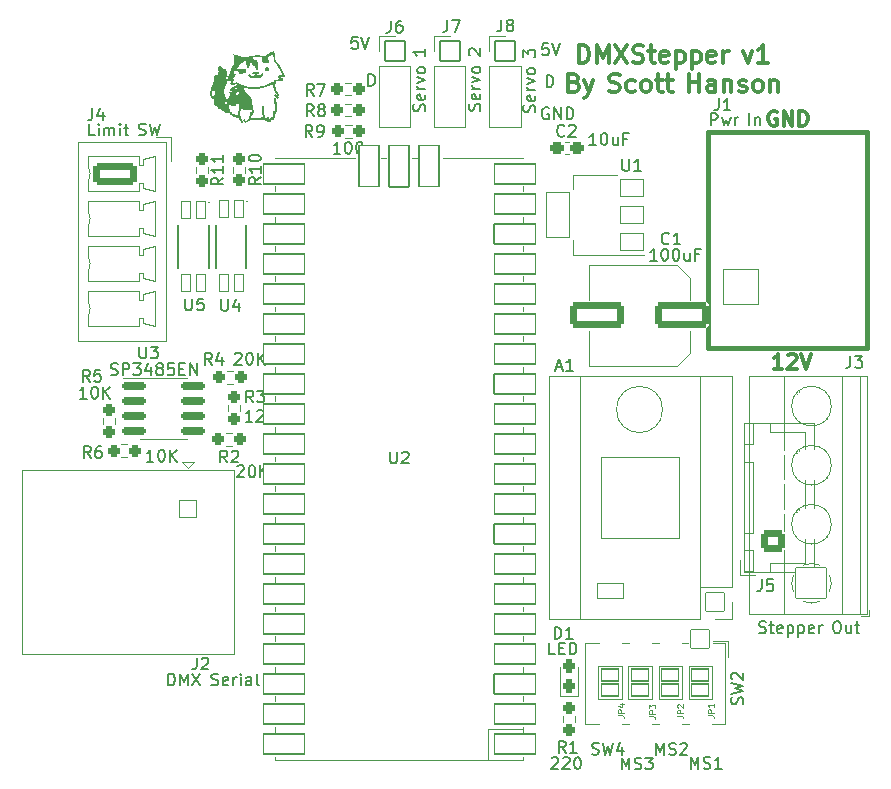
<source format=gbr>
%TF.GenerationSoftware,KiCad,Pcbnew,(7.0.0)*%
%TF.CreationDate,2023-03-21T01:24:05-04:00*%
%TF.ProjectId,PicoDMXStepper,5069636f-444d-4585-9374-65707065722e,v1*%
%TF.SameCoordinates,Original*%
%TF.FileFunction,Legend,Top*%
%TF.FilePolarity,Positive*%
%FSLAX46Y46*%
G04 Gerber Fmt 4.6, Leading zero omitted, Abs format (unit mm)*
G04 Created by KiCad (PCBNEW (7.0.0)) date 2023-03-21 01:24:05*
%MOMM*%
%LPD*%
G01*
G04 APERTURE LIST*
G04 Aperture macros list*
%AMRoundRect*
0 Rectangle with rounded corners*
0 $1 Rounding radius*
0 $2 $3 $4 $5 $6 $7 $8 $9 X,Y pos of 4 corners*
0 Add a 4 corners polygon primitive as box body*
4,1,4,$2,$3,$4,$5,$6,$7,$8,$9,$2,$3,0*
0 Add four circle primitives for the rounded corners*
1,1,$1+$1,$2,$3*
1,1,$1+$1,$4,$5*
1,1,$1+$1,$6,$7*
1,1,$1+$1,$8,$9*
0 Add four rect primitives between the rounded corners*
20,1,$1+$1,$2,$3,$4,$5,0*
20,1,$1+$1,$4,$5,$6,$7,0*
20,1,$1+$1,$6,$7,$8,$9,0*
20,1,$1+$1,$8,$9,$2,$3,0*%
G04 Aperture macros list end*
%ADD10C,0.300000*%
%ADD11C,0.150000*%
%ADD12C,0.152400*%
%ADD13C,0.100000*%
%ADD14C,0.120000*%
%ADD15C,0.200000*%
%ADD16C,0.381000*%
%ADD17R,3.000000X3.000000*%
%ADD18C,3.000000*%
%ADD19RoundRect,0.201000X-0.825000X-0.150000X0.825000X-0.150000X0.825000X0.150000X-0.825000X0.150000X0*%
%ADD20RoundRect,0.288500X0.237500X-0.250000X0.237500X0.250000X-0.237500X0.250000X-0.237500X-0.250000X0*%
%ADD21RoundRect,0.051000X0.400000X0.750000X-0.400000X0.750000X-0.400000X-0.750000X0.400000X-0.750000X0*%
%ADD22RoundRect,0.288500X-0.237500X0.250000X-0.237500X-0.250000X0.237500X-0.250000X0.237500X0.250000X0*%
%ADD23RoundRect,0.288500X-0.250000X-0.237500X0.250000X-0.237500X0.250000X0.237500X-0.250000X0.237500X0*%
%ADD24C,3.802000*%
%ADD25RoundRect,0.051000X1.500000X-1.500000X1.500000X1.500000X-1.500000X1.500000X-1.500000X-1.500000X0*%
%ADD26C,3.102000*%
%ADD27RoundRect,0.301001X1.999999X0.799999X-1.999999X0.799999X-1.999999X-0.799999X1.999999X-0.799999X0*%
%ADD28RoundRect,0.288500X-0.300000X-0.237500X0.300000X-0.237500X0.300000X0.237500X-0.300000X0.237500X0*%
%ADD29C,3.402000*%
%ADD30RoundRect,0.051000X-0.750000X0.750000X-0.750000X-0.750000X0.750000X-0.750000X0.750000X0.750000X0*%
%ADD31C,1.602000*%
%ADD32RoundRect,0.051000X0.800000X0.800000X-0.800000X0.800000X-0.800000X-0.800000X0.800000X-0.800000X0*%
%ADD33O,1.702000X1.702000*%
%ADD34O,2.052000X1.802000*%
%ADD35RoundRect,0.301000X0.725000X-0.600000X0.725000X0.600000X-0.725000X0.600000X-0.725000X-0.600000X0*%
%ADD36RoundRect,0.051000X0.750000X-0.500000X0.750000X0.500000X-0.750000X0.500000X-0.750000X-0.500000X0*%
%ADD37RoundRect,0.288500X0.250000X0.237500X-0.250000X0.237500X-0.250000X-0.237500X0.250000X-0.237500X0*%
%ADD38RoundRect,0.051000X1.000000X0.750000X-1.000000X0.750000X-1.000000X-0.750000X1.000000X-0.750000X0*%
%ADD39RoundRect,0.051000X1.000000X1.900000X-1.000000X1.900000X-1.000000X-1.900000X1.000000X-1.900000X0*%
%ADD40RoundRect,0.051000X-0.850000X-0.850000X0.850000X-0.850000X0.850000X0.850000X-0.850000X0.850000X0*%
%ADD41O,1.802000X1.802000*%
%ADD42C,2.702000*%
%ADD43RoundRect,0.051000X1.300000X-1.300000X1.300000X1.300000X-1.300000X1.300000X-1.300000X-1.300000X0*%
%ADD44RoundRect,0.288500X0.237500X-0.287500X0.237500X0.287500X-0.237500X0.287500X-0.237500X-0.287500X0*%
%ADD45RoundRect,0.301000X-1.550000X0.650000X-1.550000X-0.650000X1.550000X-0.650000X1.550000X0.650000X0*%
%ADD46O,3.702000X1.902000*%
%ADD47O,1.902000X1.902000*%
%ADD48O,1.602000X1.602000*%
%ADD49RoundRect,0.051000X1.750000X0.850000X-1.750000X0.850000X-1.750000X-0.850000X1.750000X-0.850000X0*%
%ADD50RoundRect,0.051000X0.850000X0.850000X-0.850000X0.850000X-0.850000X-0.850000X0.850000X-0.850000X0*%
%ADD51RoundRect,0.051000X-0.850000X1.750000X-0.850000X-1.750000X0.850000X-1.750000X0.850000X1.750000X0*%
%ADD52RoundRect,0.051000X-0.800000X0.800000X-0.800000X-0.800000X0.800000X-0.800000X0.800000X0.800000X0*%
G04 APERTURE END LIST*
D10*
X157454800Y-84476871D02*
X157454800Y-82976871D01*
X157454800Y-82976871D02*
X157811943Y-82976871D01*
X157811943Y-82976871D02*
X158026229Y-83048300D01*
X158026229Y-83048300D02*
X158169086Y-83191157D01*
X158169086Y-83191157D02*
X158240515Y-83334014D01*
X158240515Y-83334014D02*
X158311943Y-83619728D01*
X158311943Y-83619728D02*
X158311943Y-83834014D01*
X158311943Y-83834014D02*
X158240515Y-84119728D01*
X158240515Y-84119728D02*
X158169086Y-84262585D01*
X158169086Y-84262585D02*
X158026229Y-84405442D01*
X158026229Y-84405442D02*
X157811943Y-84476871D01*
X157811943Y-84476871D02*
X157454800Y-84476871D01*
X158954800Y-84476871D02*
X158954800Y-82976871D01*
X158954800Y-82976871D02*
X159454800Y-84048300D01*
X159454800Y-84048300D02*
X159954800Y-82976871D01*
X159954800Y-82976871D02*
X159954800Y-84476871D01*
X160526229Y-82976871D02*
X161526229Y-84476871D01*
X161526229Y-82976871D02*
X160526229Y-84476871D01*
X162026229Y-84405442D02*
X162240515Y-84476871D01*
X162240515Y-84476871D02*
X162597657Y-84476871D01*
X162597657Y-84476871D02*
X162740515Y-84405442D01*
X162740515Y-84405442D02*
X162811943Y-84334014D01*
X162811943Y-84334014D02*
X162883372Y-84191157D01*
X162883372Y-84191157D02*
X162883372Y-84048300D01*
X162883372Y-84048300D02*
X162811943Y-83905442D01*
X162811943Y-83905442D02*
X162740515Y-83834014D01*
X162740515Y-83834014D02*
X162597657Y-83762585D01*
X162597657Y-83762585D02*
X162311943Y-83691157D01*
X162311943Y-83691157D02*
X162169086Y-83619728D01*
X162169086Y-83619728D02*
X162097657Y-83548300D01*
X162097657Y-83548300D02*
X162026229Y-83405442D01*
X162026229Y-83405442D02*
X162026229Y-83262585D01*
X162026229Y-83262585D02*
X162097657Y-83119728D01*
X162097657Y-83119728D02*
X162169086Y-83048300D01*
X162169086Y-83048300D02*
X162311943Y-82976871D01*
X162311943Y-82976871D02*
X162669086Y-82976871D01*
X162669086Y-82976871D02*
X162883372Y-83048300D01*
X163311943Y-83476871D02*
X163883371Y-83476871D01*
X163526228Y-82976871D02*
X163526228Y-84262585D01*
X163526228Y-84262585D02*
X163597657Y-84405442D01*
X163597657Y-84405442D02*
X163740514Y-84476871D01*
X163740514Y-84476871D02*
X163883371Y-84476871D01*
X164954800Y-84405442D02*
X164811943Y-84476871D01*
X164811943Y-84476871D02*
X164526229Y-84476871D01*
X164526229Y-84476871D02*
X164383371Y-84405442D01*
X164383371Y-84405442D02*
X164311943Y-84262585D01*
X164311943Y-84262585D02*
X164311943Y-83691157D01*
X164311943Y-83691157D02*
X164383371Y-83548300D01*
X164383371Y-83548300D02*
X164526229Y-83476871D01*
X164526229Y-83476871D02*
X164811943Y-83476871D01*
X164811943Y-83476871D02*
X164954800Y-83548300D01*
X164954800Y-83548300D02*
X165026229Y-83691157D01*
X165026229Y-83691157D02*
X165026229Y-83834014D01*
X165026229Y-83834014D02*
X164311943Y-83976871D01*
X165669085Y-83476871D02*
X165669085Y-84976871D01*
X165669085Y-83548300D02*
X165811943Y-83476871D01*
X165811943Y-83476871D02*
X166097657Y-83476871D01*
X166097657Y-83476871D02*
X166240514Y-83548300D01*
X166240514Y-83548300D02*
X166311943Y-83619728D01*
X166311943Y-83619728D02*
X166383371Y-83762585D01*
X166383371Y-83762585D02*
X166383371Y-84191157D01*
X166383371Y-84191157D02*
X166311943Y-84334014D01*
X166311943Y-84334014D02*
X166240514Y-84405442D01*
X166240514Y-84405442D02*
X166097657Y-84476871D01*
X166097657Y-84476871D02*
X165811943Y-84476871D01*
X165811943Y-84476871D02*
X165669085Y-84405442D01*
X167026228Y-83476871D02*
X167026228Y-84976871D01*
X167026228Y-83548300D02*
X167169086Y-83476871D01*
X167169086Y-83476871D02*
X167454800Y-83476871D01*
X167454800Y-83476871D02*
X167597657Y-83548300D01*
X167597657Y-83548300D02*
X167669086Y-83619728D01*
X167669086Y-83619728D02*
X167740514Y-83762585D01*
X167740514Y-83762585D02*
X167740514Y-84191157D01*
X167740514Y-84191157D02*
X167669086Y-84334014D01*
X167669086Y-84334014D02*
X167597657Y-84405442D01*
X167597657Y-84405442D02*
X167454800Y-84476871D01*
X167454800Y-84476871D02*
X167169086Y-84476871D01*
X167169086Y-84476871D02*
X167026228Y-84405442D01*
X168954800Y-84405442D02*
X168811943Y-84476871D01*
X168811943Y-84476871D02*
X168526229Y-84476871D01*
X168526229Y-84476871D02*
X168383371Y-84405442D01*
X168383371Y-84405442D02*
X168311943Y-84262585D01*
X168311943Y-84262585D02*
X168311943Y-83691157D01*
X168311943Y-83691157D02*
X168383371Y-83548300D01*
X168383371Y-83548300D02*
X168526229Y-83476871D01*
X168526229Y-83476871D02*
X168811943Y-83476871D01*
X168811943Y-83476871D02*
X168954800Y-83548300D01*
X168954800Y-83548300D02*
X169026229Y-83691157D01*
X169026229Y-83691157D02*
X169026229Y-83834014D01*
X169026229Y-83834014D02*
X168311943Y-83976871D01*
X169669085Y-84476871D02*
X169669085Y-83476871D01*
X169669085Y-83762585D02*
X169740514Y-83619728D01*
X169740514Y-83619728D02*
X169811943Y-83548300D01*
X169811943Y-83548300D02*
X169954800Y-83476871D01*
X169954800Y-83476871D02*
X170097657Y-83476871D01*
X171354799Y-83476871D02*
X171711942Y-84476871D01*
X171711942Y-84476871D02*
X172069085Y-83476871D01*
X173426228Y-84476871D02*
X172569085Y-84476871D01*
X172997656Y-84476871D02*
X172997656Y-82976871D01*
X172997656Y-82976871D02*
X172854799Y-83191157D01*
X172854799Y-83191157D02*
X172711942Y-83334014D01*
X172711942Y-83334014D02*
X172569085Y-83405442D01*
X157040513Y-86121157D02*
X157254799Y-86192585D01*
X157254799Y-86192585D02*
X157326228Y-86264014D01*
X157326228Y-86264014D02*
X157397656Y-86406871D01*
X157397656Y-86406871D02*
X157397656Y-86621157D01*
X157397656Y-86621157D02*
X157326228Y-86764014D01*
X157326228Y-86764014D02*
X157254799Y-86835442D01*
X157254799Y-86835442D02*
X157111942Y-86906871D01*
X157111942Y-86906871D02*
X156540513Y-86906871D01*
X156540513Y-86906871D02*
X156540513Y-85406871D01*
X156540513Y-85406871D02*
X157040513Y-85406871D01*
X157040513Y-85406871D02*
X157183371Y-85478300D01*
X157183371Y-85478300D02*
X157254799Y-85549728D01*
X157254799Y-85549728D02*
X157326228Y-85692585D01*
X157326228Y-85692585D02*
X157326228Y-85835442D01*
X157326228Y-85835442D02*
X157254799Y-85978300D01*
X157254799Y-85978300D02*
X157183371Y-86049728D01*
X157183371Y-86049728D02*
X157040513Y-86121157D01*
X157040513Y-86121157D02*
X156540513Y-86121157D01*
X157897656Y-85906871D02*
X158254799Y-86906871D01*
X158611942Y-85906871D02*
X158254799Y-86906871D01*
X158254799Y-86906871D02*
X158111942Y-87264014D01*
X158111942Y-87264014D02*
X158040513Y-87335442D01*
X158040513Y-87335442D02*
X157897656Y-87406871D01*
X160011942Y-86835442D02*
X160226228Y-86906871D01*
X160226228Y-86906871D02*
X160583370Y-86906871D01*
X160583370Y-86906871D02*
X160726228Y-86835442D01*
X160726228Y-86835442D02*
X160797656Y-86764014D01*
X160797656Y-86764014D02*
X160869085Y-86621157D01*
X160869085Y-86621157D02*
X160869085Y-86478300D01*
X160869085Y-86478300D02*
X160797656Y-86335442D01*
X160797656Y-86335442D02*
X160726228Y-86264014D01*
X160726228Y-86264014D02*
X160583370Y-86192585D01*
X160583370Y-86192585D02*
X160297656Y-86121157D01*
X160297656Y-86121157D02*
X160154799Y-86049728D01*
X160154799Y-86049728D02*
X160083370Y-85978300D01*
X160083370Y-85978300D02*
X160011942Y-85835442D01*
X160011942Y-85835442D02*
X160011942Y-85692585D01*
X160011942Y-85692585D02*
X160083370Y-85549728D01*
X160083370Y-85549728D02*
X160154799Y-85478300D01*
X160154799Y-85478300D02*
X160297656Y-85406871D01*
X160297656Y-85406871D02*
X160654799Y-85406871D01*
X160654799Y-85406871D02*
X160869085Y-85478300D01*
X162154799Y-86835442D02*
X162011941Y-86906871D01*
X162011941Y-86906871D02*
X161726227Y-86906871D01*
X161726227Y-86906871D02*
X161583370Y-86835442D01*
X161583370Y-86835442D02*
X161511941Y-86764014D01*
X161511941Y-86764014D02*
X161440513Y-86621157D01*
X161440513Y-86621157D02*
X161440513Y-86192585D01*
X161440513Y-86192585D02*
X161511941Y-86049728D01*
X161511941Y-86049728D02*
X161583370Y-85978300D01*
X161583370Y-85978300D02*
X161726227Y-85906871D01*
X161726227Y-85906871D02*
X162011941Y-85906871D01*
X162011941Y-85906871D02*
X162154799Y-85978300D01*
X163011941Y-86906871D02*
X162869084Y-86835442D01*
X162869084Y-86835442D02*
X162797655Y-86764014D01*
X162797655Y-86764014D02*
X162726227Y-86621157D01*
X162726227Y-86621157D02*
X162726227Y-86192585D01*
X162726227Y-86192585D02*
X162797655Y-86049728D01*
X162797655Y-86049728D02*
X162869084Y-85978300D01*
X162869084Y-85978300D02*
X163011941Y-85906871D01*
X163011941Y-85906871D02*
X163226227Y-85906871D01*
X163226227Y-85906871D02*
X163369084Y-85978300D01*
X163369084Y-85978300D02*
X163440513Y-86049728D01*
X163440513Y-86049728D02*
X163511941Y-86192585D01*
X163511941Y-86192585D02*
X163511941Y-86621157D01*
X163511941Y-86621157D02*
X163440513Y-86764014D01*
X163440513Y-86764014D02*
X163369084Y-86835442D01*
X163369084Y-86835442D02*
X163226227Y-86906871D01*
X163226227Y-86906871D02*
X163011941Y-86906871D01*
X163940513Y-85906871D02*
X164511941Y-85906871D01*
X164154798Y-85406871D02*
X164154798Y-86692585D01*
X164154798Y-86692585D02*
X164226227Y-86835442D01*
X164226227Y-86835442D02*
X164369084Y-86906871D01*
X164369084Y-86906871D02*
X164511941Y-86906871D01*
X164797656Y-85906871D02*
X165369084Y-85906871D01*
X165011941Y-85406871D02*
X165011941Y-86692585D01*
X165011941Y-86692585D02*
X165083370Y-86835442D01*
X165083370Y-86835442D02*
X165226227Y-86906871D01*
X165226227Y-86906871D02*
X165369084Y-86906871D01*
X166769084Y-86906871D02*
X166769084Y-85406871D01*
X166769084Y-86121157D02*
X167626227Y-86121157D01*
X167626227Y-86906871D02*
X167626227Y-85406871D01*
X168983371Y-86906871D02*
X168983371Y-86121157D01*
X168983371Y-86121157D02*
X168911942Y-85978300D01*
X168911942Y-85978300D02*
X168769085Y-85906871D01*
X168769085Y-85906871D02*
X168483371Y-85906871D01*
X168483371Y-85906871D02*
X168340513Y-85978300D01*
X168983371Y-86835442D02*
X168840513Y-86906871D01*
X168840513Y-86906871D02*
X168483371Y-86906871D01*
X168483371Y-86906871D02*
X168340513Y-86835442D01*
X168340513Y-86835442D02*
X168269085Y-86692585D01*
X168269085Y-86692585D02*
X168269085Y-86549728D01*
X168269085Y-86549728D02*
X168340513Y-86406871D01*
X168340513Y-86406871D02*
X168483371Y-86335442D01*
X168483371Y-86335442D02*
X168840513Y-86335442D01*
X168840513Y-86335442D02*
X168983371Y-86264014D01*
X169697656Y-85906871D02*
X169697656Y-86906871D01*
X169697656Y-86049728D02*
X169769085Y-85978300D01*
X169769085Y-85978300D02*
X169911942Y-85906871D01*
X169911942Y-85906871D02*
X170126228Y-85906871D01*
X170126228Y-85906871D02*
X170269085Y-85978300D01*
X170269085Y-85978300D02*
X170340514Y-86121157D01*
X170340514Y-86121157D02*
X170340514Y-86906871D01*
X170983371Y-86835442D02*
X171126228Y-86906871D01*
X171126228Y-86906871D02*
X171411942Y-86906871D01*
X171411942Y-86906871D02*
X171554799Y-86835442D01*
X171554799Y-86835442D02*
X171626228Y-86692585D01*
X171626228Y-86692585D02*
X171626228Y-86621157D01*
X171626228Y-86621157D02*
X171554799Y-86478300D01*
X171554799Y-86478300D02*
X171411942Y-86406871D01*
X171411942Y-86406871D02*
X171197657Y-86406871D01*
X171197657Y-86406871D02*
X171054799Y-86335442D01*
X171054799Y-86335442D02*
X170983371Y-86192585D01*
X170983371Y-86192585D02*
X170983371Y-86121157D01*
X170983371Y-86121157D02*
X171054799Y-85978300D01*
X171054799Y-85978300D02*
X171197657Y-85906871D01*
X171197657Y-85906871D02*
X171411942Y-85906871D01*
X171411942Y-85906871D02*
X171554799Y-85978300D01*
X172483371Y-86906871D02*
X172340514Y-86835442D01*
X172340514Y-86835442D02*
X172269085Y-86764014D01*
X172269085Y-86764014D02*
X172197657Y-86621157D01*
X172197657Y-86621157D02*
X172197657Y-86192585D01*
X172197657Y-86192585D02*
X172269085Y-86049728D01*
X172269085Y-86049728D02*
X172340514Y-85978300D01*
X172340514Y-85978300D02*
X172483371Y-85906871D01*
X172483371Y-85906871D02*
X172697657Y-85906871D01*
X172697657Y-85906871D02*
X172840514Y-85978300D01*
X172840514Y-85978300D02*
X172911943Y-86049728D01*
X172911943Y-86049728D02*
X172983371Y-86192585D01*
X172983371Y-86192585D02*
X172983371Y-86621157D01*
X172983371Y-86621157D02*
X172911943Y-86764014D01*
X172911943Y-86764014D02*
X172840514Y-86835442D01*
X172840514Y-86835442D02*
X172697657Y-86906871D01*
X172697657Y-86906871D02*
X172483371Y-86906871D01*
X173626228Y-85906871D02*
X173626228Y-86906871D01*
X173626228Y-86049728D02*
X173697657Y-85978300D01*
X173697657Y-85978300D02*
X173840514Y-85906871D01*
X173840514Y-85906871D02*
X174054800Y-85906871D01*
X174054800Y-85906871D02*
X174197657Y-85978300D01*
X174197657Y-85978300D02*
X174269086Y-86121157D01*
X174269086Y-86121157D02*
X174269086Y-86906871D01*
X174663990Y-110365026D02*
X173949705Y-110365026D01*
X174306848Y-110365026D02*
X174306848Y-109115026D01*
X174306848Y-109115026D02*
X174187800Y-109293597D01*
X174187800Y-109293597D02*
X174068752Y-109412645D01*
X174068752Y-109412645D02*
X173949705Y-109472169D01*
X175140181Y-109234073D02*
X175199705Y-109174550D01*
X175199705Y-109174550D02*
X175318752Y-109115026D01*
X175318752Y-109115026D02*
X175616371Y-109115026D01*
X175616371Y-109115026D02*
X175735419Y-109174550D01*
X175735419Y-109174550D02*
X175794943Y-109234073D01*
X175794943Y-109234073D02*
X175854466Y-109353121D01*
X175854466Y-109353121D02*
X175854466Y-109472169D01*
X175854466Y-109472169D02*
X175794943Y-109650740D01*
X175794943Y-109650740D02*
X175080657Y-110365026D01*
X175080657Y-110365026D02*
X175854466Y-110365026D01*
X176211609Y-109115026D02*
X176628276Y-110365026D01*
X176628276Y-110365026D02*
X177044942Y-109115026D01*
D11*
X154863704Y-88288800D02*
X154768466Y-88241180D01*
X154768466Y-88241180D02*
X154625609Y-88241180D01*
X154625609Y-88241180D02*
X154482752Y-88288800D01*
X154482752Y-88288800D02*
X154387514Y-88384038D01*
X154387514Y-88384038D02*
X154339895Y-88479276D01*
X154339895Y-88479276D02*
X154292276Y-88669752D01*
X154292276Y-88669752D02*
X154292276Y-88812609D01*
X154292276Y-88812609D02*
X154339895Y-89003085D01*
X154339895Y-89003085D02*
X154387514Y-89098323D01*
X154387514Y-89098323D02*
X154482752Y-89193561D01*
X154482752Y-89193561D02*
X154625609Y-89241180D01*
X154625609Y-89241180D02*
X154720847Y-89241180D01*
X154720847Y-89241180D02*
X154863704Y-89193561D01*
X154863704Y-89193561D02*
X154911323Y-89145942D01*
X154911323Y-89145942D02*
X154911323Y-88812609D01*
X154911323Y-88812609D02*
X154720847Y-88812609D01*
X155339895Y-89241180D02*
X155339895Y-88241180D01*
X155339895Y-88241180D02*
X155911323Y-89241180D01*
X155911323Y-89241180D02*
X155911323Y-88241180D01*
X156387514Y-89241180D02*
X156387514Y-88241180D01*
X156387514Y-88241180D02*
X156625609Y-88241180D01*
X156625609Y-88241180D02*
X156768466Y-88288800D01*
X156768466Y-88288800D02*
X156863704Y-88384038D01*
X156863704Y-88384038D02*
X156911323Y-88479276D01*
X156911323Y-88479276D02*
X156958942Y-88669752D01*
X156958942Y-88669752D02*
X156958942Y-88812609D01*
X156958942Y-88812609D02*
X156911323Y-89003085D01*
X156911323Y-89003085D02*
X156863704Y-89098323D01*
X156863704Y-89098323D02*
X156768466Y-89193561D01*
X156768466Y-89193561D02*
X156625609Y-89241180D01*
X156625609Y-89241180D02*
X156387514Y-89241180D01*
X139607895Y-86421780D02*
X139607895Y-85421780D01*
X139607895Y-85421780D02*
X139845990Y-85421780D01*
X139845990Y-85421780D02*
X139988847Y-85469400D01*
X139988847Y-85469400D02*
X140084085Y-85564638D01*
X140084085Y-85564638D02*
X140131704Y-85659876D01*
X140131704Y-85659876D02*
X140179323Y-85850352D01*
X140179323Y-85850352D02*
X140179323Y-85993209D01*
X140179323Y-85993209D02*
X140131704Y-86183685D01*
X140131704Y-86183685D02*
X140084085Y-86278923D01*
X140084085Y-86278923D02*
X139988847Y-86374161D01*
X139988847Y-86374161D02*
X139845990Y-86421780D01*
X139845990Y-86421780D02*
X139607895Y-86421780D01*
X154841485Y-82830980D02*
X154365295Y-82830980D01*
X154365295Y-82830980D02*
X154317676Y-83307171D01*
X154317676Y-83307171D02*
X154365295Y-83259552D01*
X154365295Y-83259552D02*
X154460533Y-83211933D01*
X154460533Y-83211933D02*
X154698628Y-83211933D01*
X154698628Y-83211933D02*
X154793866Y-83259552D01*
X154793866Y-83259552D02*
X154841485Y-83307171D01*
X154841485Y-83307171D02*
X154889104Y-83402409D01*
X154889104Y-83402409D02*
X154889104Y-83640504D01*
X154889104Y-83640504D02*
X154841485Y-83735742D01*
X154841485Y-83735742D02*
X154793866Y-83783361D01*
X154793866Y-83783361D02*
X154698628Y-83830980D01*
X154698628Y-83830980D02*
X154460533Y-83830980D01*
X154460533Y-83830980D02*
X154365295Y-83783361D01*
X154365295Y-83783361D02*
X154317676Y-83735742D01*
X155174819Y-82830980D02*
X155508152Y-83830980D01*
X155508152Y-83830980D02*
X155841485Y-82830980D01*
X154695495Y-86523380D02*
X154695495Y-85523380D01*
X154695495Y-85523380D02*
X154933590Y-85523380D01*
X154933590Y-85523380D02*
X155076447Y-85571000D01*
X155076447Y-85571000D02*
X155171685Y-85666238D01*
X155171685Y-85666238D02*
X155219304Y-85761476D01*
X155219304Y-85761476D02*
X155266923Y-85951952D01*
X155266923Y-85951952D02*
X155266923Y-86094809D01*
X155266923Y-86094809D02*
X155219304Y-86285285D01*
X155219304Y-86285285D02*
X155171685Y-86380523D01*
X155171685Y-86380523D02*
X155076447Y-86475761D01*
X155076447Y-86475761D02*
X154933590Y-86523380D01*
X154933590Y-86523380D02*
X154695495Y-86523380D01*
D10*
X174180618Y-88600550D02*
X174061571Y-88541026D01*
X174061571Y-88541026D02*
X173882999Y-88541026D01*
X173882999Y-88541026D02*
X173704428Y-88600550D01*
X173704428Y-88600550D02*
X173585380Y-88719597D01*
X173585380Y-88719597D02*
X173525857Y-88838645D01*
X173525857Y-88838645D02*
X173466333Y-89076740D01*
X173466333Y-89076740D02*
X173466333Y-89255311D01*
X173466333Y-89255311D02*
X173525857Y-89493407D01*
X173525857Y-89493407D02*
X173585380Y-89612454D01*
X173585380Y-89612454D02*
X173704428Y-89731502D01*
X173704428Y-89731502D02*
X173882999Y-89791026D01*
X173882999Y-89791026D02*
X174002047Y-89791026D01*
X174002047Y-89791026D02*
X174180618Y-89731502D01*
X174180618Y-89731502D02*
X174240142Y-89671978D01*
X174240142Y-89671978D02*
X174240142Y-89255311D01*
X174240142Y-89255311D02*
X174002047Y-89255311D01*
X174775857Y-89791026D02*
X174775857Y-88541026D01*
X174775857Y-88541026D02*
X175490142Y-89791026D01*
X175490142Y-89791026D02*
X175490142Y-88541026D01*
X176085381Y-89791026D02*
X176085381Y-88541026D01*
X176085381Y-88541026D02*
X176383000Y-88541026D01*
X176383000Y-88541026D02*
X176561571Y-88600550D01*
X176561571Y-88600550D02*
X176680619Y-88719597D01*
X176680619Y-88719597D02*
X176740142Y-88838645D01*
X176740142Y-88838645D02*
X176799666Y-89076740D01*
X176799666Y-89076740D02*
X176799666Y-89255311D01*
X176799666Y-89255311D02*
X176740142Y-89493407D01*
X176740142Y-89493407D02*
X176680619Y-89612454D01*
X176680619Y-89612454D02*
X176561571Y-89731502D01*
X176561571Y-89731502D02*
X176383000Y-89791026D01*
X176383000Y-89791026D02*
X176085381Y-89791026D01*
D11*
X138687085Y-82272180D02*
X138210895Y-82272180D01*
X138210895Y-82272180D02*
X138163276Y-82748371D01*
X138163276Y-82748371D02*
X138210895Y-82700752D01*
X138210895Y-82700752D02*
X138306133Y-82653133D01*
X138306133Y-82653133D02*
X138544228Y-82653133D01*
X138544228Y-82653133D02*
X138639466Y-82700752D01*
X138639466Y-82700752D02*
X138687085Y-82748371D01*
X138687085Y-82748371D02*
X138734704Y-82843609D01*
X138734704Y-82843609D02*
X138734704Y-83081704D01*
X138734704Y-83081704D02*
X138687085Y-83176942D01*
X138687085Y-83176942D02*
X138639466Y-83224561D01*
X138639466Y-83224561D02*
X138544228Y-83272180D01*
X138544228Y-83272180D02*
X138306133Y-83272180D01*
X138306133Y-83272180D02*
X138210895Y-83224561D01*
X138210895Y-83224561D02*
X138163276Y-83176942D01*
X139020419Y-82272180D02*
X139353752Y-83272180D01*
X139353752Y-83272180D02*
X139687085Y-82272180D01*
%TO.C,U3*%
X120218295Y-108485780D02*
X120218295Y-109295304D01*
X120218295Y-109295304D02*
X120265914Y-109390542D01*
X120265914Y-109390542D02*
X120313533Y-109438161D01*
X120313533Y-109438161D02*
X120408771Y-109485780D01*
X120408771Y-109485780D02*
X120599247Y-109485780D01*
X120599247Y-109485780D02*
X120694485Y-109438161D01*
X120694485Y-109438161D02*
X120742104Y-109390542D01*
X120742104Y-109390542D02*
X120789723Y-109295304D01*
X120789723Y-109295304D02*
X120789723Y-108485780D01*
X121170676Y-108485780D02*
X121789723Y-108485780D01*
X121789723Y-108485780D02*
X121456390Y-108866733D01*
X121456390Y-108866733D02*
X121599247Y-108866733D01*
X121599247Y-108866733D02*
X121694485Y-108914352D01*
X121694485Y-108914352D02*
X121742104Y-108961971D01*
X121742104Y-108961971D02*
X121789723Y-109057209D01*
X121789723Y-109057209D02*
X121789723Y-109295304D01*
X121789723Y-109295304D02*
X121742104Y-109390542D01*
X121742104Y-109390542D02*
X121694485Y-109438161D01*
X121694485Y-109438161D02*
X121599247Y-109485780D01*
X121599247Y-109485780D02*
X121313533Y-109485780D01*
X121313533Y-109485780D02*
X121218295Y-109438161D01*
X121218295Y-109438161D02*
X121170676Y-109390542D01*
X117796133Y-110860561D02*
X117938990Y-110908180D01*
X117938990Y-110908180D02*
X118177085Y-110908180D01*
X118177085Y-110908180D02*
X118272323Y-110860561D01*
X118272323Y-110860561D02*
X118319942Y-110812942D01*
X118319942Y-110812942D02*
X118367561Y-110717704D01*
X118367561Y-110717704D02*
X118367561Y-110622466D01*
X118367561Y-110622466D02*
X118319942Y-110527228D01*
X118319942Y-110527228D02*
X118272323Y-110479609D01*
X118272323Y-110479609D02*
X118177085Y-110431990D01*
X118177085Y-110431990D02*
X117986609Y-110384371D01*
X117986609Y-110384371D02*
X117891371Y-110336752D01*
X117891371Y-110336752D02*
X117843752Y-110289133D01*
X117843752Y-110289133D02*
X117796133Y-110193895D01*
X117796133Y-110193895D02*
X117796133Y-110098657D01*
X117796133Y-110098657D02*
X117843752Y-110003419D01*
X117843752Y-110003419D02*
X117891371Y-109955800D01*
X117891371Y-109955800D02*
X117986609Y-109908180D01*
X117986609Y-109908180D02*
X118224704Y-109908180D01*
X118224704Y-109908180D02*
X118367561Y-109955800D01*
X118796133Y-110908180D02*
X118796133Y-109908180D01*
X118796133Y-109908180D02*
X119177085Y-109908180D01*
X119177085Y-109908180D02*
X119272323Y-109955800D01*
X119272323Y-109955800D02*
X119319942Y-110003419D01*
X119319942Y-110003419D02*
X119367561Y-110098657D01*
X119367561Y-110098657D02*
X119367561Y-110241514D01*
X119367561Y-110241514D02*
X119319942Y-110336752D01*
X119319942Y-110336752D02*
X119272323Y-110384371D01*
X119272323Y-110384371D02*
X119177085Y-110431990D01*
X119177085Y-110431990D02*
X118796133Y-110431990D01*
X119700895Y-109908180D02*
X120319942Y-109908180D01*
X120319942Y-109908180D02*
X119986609Y-110289133D01*
X119986609Y-110289133D02*
X120129466Y-110289133D01*
X120129466Y-110289133D02*
X120224704Y-110336752D01*
X120224704Y-110336752D02*
X120272323Y-110384371D01*
X120272323Y-110384371D02*
X120319942Y-110479609D01*
X120319942Y-110479609D02*
X120319942Y-110717704D01*
X120319942Y-110717704D02*
X120272323Y-110812942D01*
X120272323Y-110812942D02*
X120224704Y-110860561D01*
X120224704Y-110860561D02*
X120129466Y-110908180D01*
X120129466Y-110908180D02*
X119843752Y-110908180D01*
X119843752Y-110908180D02*
X119748514Y-110860561D01*
X119748514Y-110860561D02*
X119700895Y-110812942D01*
X121177085Y-110241514D02*
X121177085Y-110908180D01*
X120938990Y-109860561D02*
X120700895Y-110574847D01*
X120700895Y-110574847D02*
X121319942Y-110574847D01*
X121843752Y-110336752D02*
X121748514Y-110289133D01*
X121748514Y-110289133D02*
X121700895Y-110241514D01*
X121700895Y-110241514D02*
X121653276Y-110146276D01*
X121653276Y-110146276D02*
X121653276Y-110098657D01*
X121653276Y-110098657D02*
X121700895Y-110003419D01*
X121700895Y-110003419D02*
X121748514Y-109955800D01*
X121748514Y-109955800D02*
X121843752Y-109908180D01*
X121843752Y-109908180D02*
X122034228Y-109908180D01*
X122034228Y-109908180D02*
X122129466Y-109955800D01*
X122129466Y-109955800D02*
X122177085Y-110003419D01*
X122177085Y-110003419D02*
X122224704Y-110098657D01*
X122224704Y-110098657D02*
X122224704Y-110146276D01*
X122224704Y-110146276D02*
X122177085Y-110241514D01*
X122177085Y-110241514D02*
X122129466Y-110289133D01*
X122129466Y-110289133D02*
X122034228Y-110336752D01*
X122034228Y-110336752D02*
X121843752Y-110336752D01*
X121843752Y-110336752D02*
X121748514Y-110384371D01*
X121748514Y-110384371D02*
X121700895Y-110431990D01*
X121700895Y-110431990D02*
X121653276Y-110527228D01*
X121653276Y-110527228D02*
X121653276Y-110717704D01*
X121653276Y-110717704D02*
X121700895Y-110812942D01*
X121700895Y-110812942D02*
X121748514Y-110860561D01*
X121748514Y-110860561D02*
X121843752Y-110908180D01*
X121843752Y-110908180D02*
X122034228Y-110908180D01*
X122034228Y-110908180D02*
X122129466Y-110860561D01*
X122129466Y-110860561D02*
X122177085Y-110812942D01*
X122177085Y-110812942D02*
X122224704Y-110717704D01*
X122224704Y-110717704D02*
X122224704Y-110527228D01*
X122224704Y-110527228D02*
X122177085Y-110431990D01*
X122177085Y-110431990D02*
X122129466Y-110384371D01*
X122129466Y-110384371D02*
X122034228Y-110336752D01*
X123129466Y-109908180D02*
X122653276Y-109908180D01*
X122653276Y-109908180D02*
X122605657Y-110384371D01*
X122605657Y-110384371D02*
X122653276Y-110336752D01*
X122653276Y-110336752D02*
X122748514Y-110289133D01*
X122748514Y-110289133D02*
X122986609Y-110289133D01*
X122986609Y-110289133D02*
X123081847Y-110336752D01*
X123081847Y-110336752D02*
X123129466Y-110384371D01*
X123129466Y-110384371D02*
X123177085Y-110479609D01*
X123177085Y-110479609D02*
X123177085Y-110717704D01*
X123177085Y-110717704D02*
X123129466Y-110812942D01*
X123129466Y-110812942D02*
X123081847Y-110860561D01*
X123081847Y-110860561D02*
X122986609Y-110908180D01*
X122986609Y-110908180D02*
X122748514Y-110908180D01*
X122748514Y-110908180D02*
X122653276Y-110860561D01*
X122653276Y-110860561D02*
X122605657Y-110812942D01*
X123605657Y-110384371D02*
X123938990Y-110384371D01*
X124081847Y-110908180D02*
X123605657Y-110908180D01*
X123605657Y-110908180D02*
X123605657Y-109908180D01*
X123605657Y-109908180D02*
X124081847Y-109908180D01*
X124510419Y-110908180D02*
X124510419Y-109908180D01*
X124510419Y-109908180D02*
X125081847Y-110908180D01*
X125081847Y-110908180D02*
X125081847Y-109908180D01*
%TO.C,R3*%
X129855933Y-113219580D02*
X129522600Y-112743390D01*
X129284505Y-113219580D02*
X129284505Y-112219580D01*
X129284505Y-112219580D02*
X129665457Y-112219580D01*
X129665457Y-112219580D02*
X129760695Y-112267200D01*
X129760695Y-112267200D02*
X129808314Y-112314819D01*
X129808314Y-112314819D02*
X129855933Y-112410057D01*
X129855933Y-112410057D02*
X129855933Y-112552914D01*
X129855933Y-112552914D02*
X129808314Y-112648152D01*
X129808314Y-112648152D02*
X129760695Y-112695771D01*
X129760695Y-112695771D02*
X129665457Y-112743390D01*
X129665457Y-112743390D02*
X129284505Y-112743390D01*
X130189267Y-112219580D02*
X130808314Y-112219580D01*
X130808314Y-112219580D02*
X130474981Y-112600533D01*
X130474981Y-112600533D02*
X130617838Y-112600533D01*
X130617838Y-112600533D02*
X130713076Y-112648152D01*
X130713076Y-112648152D02*
X130760695Y-112695771D01*
X130760695Y-112695771D02*
X130808314Y-112791009D01*
X130808314Y-112791009D02*
X130808314Y-113029104D01*
X130808314Y-113029104D02*
X130760695Y-113124342D01*
X130760695Y-113124342D02*
X130713076Y-113171961D01*
X130713076Y-113171961D02*
X130617838Y-113219580D01*
X130617838Y-113219580D02*
X130332124Y-113219580D01*
X130332124Y-113219580D02*
X130236886Y-113171961D01*
X130236886Y-113171961D02*
X130189267Y-113124342D01*
X129787733Y-114870580D02*
X129216305Y-114870580D01*
X129502019Y-114870580D02*
X129502019Y-113870580D01*
X129502019Y-113870580D02*
X129406781Y-114013438D01*
X129406781Y-114013438D02*
X129311543Y-114108676D01*
X129311543Y-114108676D02*
X129216305Y-114156295D01*
X130168686Y-113965819D02*
X130216305Y-113918200D01*
X130216305Y-113918200D02*
X130311543Y-113870580D01*
X130311543Y-113870580D02*
X130549638Y-113870580D01*
X130549638Y-113870580D02*
X130644876Y-113918200D01*
X130644876Y-113918200D02*
X130692495Y-113965819D01*
X130692495Y-113965819D02*
X130740114Y-114061057D01*
X130740114Y-114061057D02*
X130740114Y-114156295D01*
X130740114Y-114156295D02*
X130692495Y-114299152D01*
X130692495Y-114299152D02*
X130121067Y-114870580D01*
X130121067Y-114870580D02*
X130740114Y-114870580D01*
X131359162Y-113870580D02*
X131454400Y-113870580D01*
X131454400Y-113870580D02*
X131549638Y-113918200D01*
X131549638Y-113918200D02*
X131597257Y-113965819D01*
X131597257Y-113965819D02*
X131644876Y-114061057D01*
X131644876Y-114061057D02*
X131692495Y-114251533D01*
X131692495Y-114251533D02*
X131692495Y-114489628D01*
X131692495Y-114489628D02*
X131644876Y-114680104D01*
X131644876Y-114680104D02*
X131597257Y-114775342D01*
X131597257Y-114775342D02*
X131549638Y-114822961D01*
X131549638Y-114822961D02*
X131454400Y-114870580D01*
X131454400Y-114870580D02*
X131359162Y-114870580D01*
X131359162Y-114870580D02*
X131263924Y-114822961D01*
X131263924Y-114822961D02*
X131216305Y-114775342D01*
X131216305Y-114775342D02*
X131168686Y-114680104D01*
X131168686Y-114680104D02*
X131121067Y-114489628D01*
X131121067Y-114489628D02*
X131121067Y-114251533D01*
X131121067Y-114251533D02*
X131168686Y-114061057D01*
X131168686Y-114061057D02*
X131216305Y-113965819D01*
X131216305Y-113965819D02*
X131263924Y-113918200D01*
X131263924Y-113918200D02*
X131359162Y-113870580D01*
%TO.C,U5*%
X124104495Y-104421780D02*
X124104495Y-105231304D01*
X124104495Y-105231304D02*
X124152114Y-105326542D01*
X124152114Y-105326542D02*
X124199733Y-105374161D01*
X124199733Y-105374161D02*
X124294971Y-105421780D01*
X124294971Y-105421780D02*
X124485447Y-105421780D01*
X124485447Y-105421780D02*
X124580685Y-105374161D01*
X124580685Y-105374161D02*
X124628304Y-105326542D01*
X124628304Y-105326542D02*
X124675923Y-105231304D01*
X124675923Y-105231304D02*
X124675923Y-104421780D01*
X125628304Y-104421780D02*
X125152114Y-104421780D01*
X125152114Y-104421780D02*
X125104495Y-104897971D01*
X125104495Y-104897971D02*
X125152114Y-104850352D01*
X125152114Y-104850352D02*
X125247352Y-104802733D01*
X125247352Y-104802733D02*
X125485447Y-104802733D01*
X125485447Y-104802733D02*
X125580685Y-104850352D01*
X125580685Y-104850352D02*
X125628304Y-104897971D01*
X125628304Y-104897971D02*
X125675923Y-104993209D01*
X125675923Y-104993209D02*
X125675923Y-105231304D01*
X125675923Y-105231304D02*
X125628304Y-105326542D01*
X125628304Y-105326542D02*
X125580685Y-105374161D01*
X125580685Y-105374161D02*
X125485447Y-105421780D01*
X125485447Y-105421780D02*
X125247352Y-105421780D01*
X125247352Y-105421780D02*
X125152114Y-105374161D01*
X125152114Y-105374161D02*
X125104495Y-105326542D01*
%TO.C,U4*%
X127152495Y-104472580D02*
X127152495Y-105282104D01*
X127152495Y-105282104D02*
X127200114Y-105377342D01*
X127200114Y-105377342D02*
X127247733Y-105424961D01*
X127247733Y-105424961D02*
X127342971Y-105472580D01*
X127342971Y-105472580D02*
X127533447Y-105472580D01*
X127533447Y-105472580D02*
X127628685Y-105424961D01*
X127628685Y-105424961D02*
X127676304Y-105377342D01*
X127676304Y-105377342D02*
X127723923Y-105282104D01*
X127723923Y-105282104D02*
X127723923Y-104472580D01*
X128628685Y-104805914D02*
X128628685Y-105472580D01*
X128390590Y-104424961D02*
X128152495Y-105139247D01*
X128152495Y-105139247D02*
X128771542Y-105139247D01*
%TO.C,R11*%
X127321805Y-94193857D02*
X126845615Y-94527190D01*
X127321805Y-94765285D02*
X126321805Y-94765285D01*
X126321805Y-94765285D02*
X126321805Y-94384333D01*
X126321805Y-94384333D02*
X126369425Y-94289095D01*
X126369425Y-94289095D02*
X126417044Y-94241476D01*
X126417044Y-94241476D02*
X126512282Y-94193857D01*
X126512282Y-94193857D02*
X126655139Y-94193857D01*
X126655139Y-94193857D02*
X126750377Y-94241476D01*
X126750377Y-94241476D02*
X126797996Y-94289095D01*
X126797996Y-94289095D02*
X126845615Y-94384333D01*
X126845615Y-94384333D02*
X126845615Y-94765285D01*
X127321805Y-93241476D02*
X127321805Y-93812904D01*
X127321805Y-93527190D02*
X126321805Y-93527190D01*
X126321805Y-93527190D02*
X126464663Y-93622428D01*
X126464663Y-93622428D02*
X126559901Y-93717666D01*
X126559901Y-93717666D02*
X126607520Y-93812904D01*
X127321805Y-92289095D02*
X127321805Y-92860523D01*
X127321805Y-92574809D02*
X126321805Y-92574809D01*
X126321805Y-92574809D02*
X126464663Y-92670047D01*
X126464663Y-92670047D02*
X126559901Y-92765285D01*
X126559901Y-92765285D02*
X126607520Y-92860523D01*
%TO.C,R10*%
X130471805Y-94153857D02*
X129995615Y-94487190D01*
X130471805Y-94725285D02*
X129471805Y-94725285D01*
X129471805Y-94725285D02*
X129471805Y-94344333D01*
X129471805Y-94344333D02*
X129519425Y-94249095D01*
X129519425Y-94249095D02*
X129567044Y-94201476D01*
X129567044Y-94201476D02*
X129662282Y-94153857D01*
X129662282Y-94153857D02*
X129805139Y-94153857D01*
X129805139Y-94153857D02*
X129900377Y-94201476D01*
X129900377Y-94201476D02*
X129947996Y-94249095D01*
X129947996Y-94249095D02*
X129995615Y-94344333D01*
X129995615Y-94344333D02*
X129995615Y-94725285D01*
X130471805Y-93201476D02*
X130471805Y-93772904D01*
X130471805Y-93487190D02*
X129471805Y-93487190D01*
X129471805Y-93487190D02*
X129614663Y-93582428D01*
X129614663Y-93582428D02*
X129709901Y-93677666D01*
X129709901Y-93677666D02*
X129757520Y-93772904D01*
X129471805Y-92582428D02*
X129471805Y-92487190D01*
X129471805Y-92487190D02*
X129519425Y-92391952D01*
X129519425Y-92391952D02*
X129567044Y-92344333D01*
X129567044Y-92344333D02*
X129662282Y-92296714D01*
X129662282Y-92296714D02*
X129852758Y-92249095D01*
X129852758Y-92249095D02*
X130090853Y-92249095D01*
X130090853Y-92249095D02*
X130281329Y-92296714D01*
X130281329Y-92296714D02*
X130376567Y-92344333D01*
X130376567Y-92344333D02*
X130424186Y-92391952D01*
X130424186Y-92391952D02*
X130471805Y-92487190D01*
X130471805Y-92487190D02*
X130471805Y-92582428D01*
X130471805Y-92582428D02*
X130424186Y-92677666D01*
X130424186Y-92677666D02*
X130376567Y-92725285D01*
X130376567Y-92725285D02*
X130281329Y-92772904D01*
X130281329Y-92772904D02*
X130090853Y-92820523D01*
X130090853Y-92820523D02*
X129852758Y-92820523D01*
X129852758Y-92820523D02*
X129662282Y-92772904D01*
X129662282Y-92772904D02*
X129567044Y-92725285D01*
X129567044Y-92725285D02*
X129519425Y-92677666D01*
X129519425Y-92677666D02*
X129471805Y-92582428D01*
%TO.C,R9*%
X134859733Y-90740580D02*
X134526400Y-90264390D01*
X134288305Y-90740580D02*
X134288305Y-89740580D01*
X134288305Y-89740580D02*
X134669257Y-89740580D01*
X134669257Y-89740580D02*
X134764495Y-89788200D01*
X134764495Y-89788200D02*
X134812114Y-89835819D01*
X134812114Y-89835819D02*
X134859733Y-89931057D01*
X134859733Y-89931057D02*
X134859733Y-90073914D01*
X134859733Y-90073914D02*
X134812114Y-90169152D01*
X134812114Y-90169152D02*
X134764495Y-90216771D01*
X134764495Y-90216771D02*
X134669257Y-90264390D01*
X134669257Y-90264390D02*
X134288305Y-90264390D01*
X135335924Y-90740580D02*
X135526400Y-90740580D01*
X135526400Y-90740580D02*
X135621638Y-90692961D01*
X135621638Y-90692961D02*
X135669257Y-90645342D01*
X135669257Y-90645342D02*
X135764495Y-90502485D01*
X135764495Y-90502485D02*
X135812114Y-90312009D01*
X135812114Y-90312009D02*
X135812114Y-89931057D01*
X135812114Y-89931057D02*
X135764495Y-89835819D01*
X135764495Y-89835819D02*
X135716876Y-89788200D01*
X135716876Y-89788200D02*
X135621638Y-89740580D01*
X135621638Y-89740580D02*
X135431162Y-89740580D01*
X135431162Y-89740580D02*
X135335924Y-89788200D01*
X135335924Y-89788200D02*
X135288305Y-89835819D01*
X135288305Y-89835819D02*
X135240686Y-89931057D01*
X135240686Y-89931057D02*
X135240686Y-90169152D01*
X135240686Y-90169152D02*
X135288305Y-90264390D01*
X135288305Y-90264390D02*
X135335924Y-90312009D01*
X135335924Y-90312009D02*
X135431162Y-90359628D01*
X135431162Y-90359628D02*
X135621638Y-90359628D01*
X135621638Y-90359628D02*
X135716876Y-90312009D01*
X135716876Y-90312009D02*
X135764495Y-90264390D01*
X135764495Y-90264390D02*
X135812114Y-90169152D01*
X137229933Y-92162980D02*
X136658505Y-92162980D01*
X136944219Y-92162980D02*
X136944219Y-91162980D01*
X136944219Y-91162980D02*
X136848981Y-91305838D01*
X136848981Y-91305838D02*
X136753743Y-91401076D01*
X136753743Y-91401076D02*
X136658505Y-91448695D01*
X137848981Y-91162980D02*
X137944219Y-91162980D01*
X137944219Y-91162980D02*
X138039457Y-91210600D01*
X138039457Y-91210600D02*
X138087076Y-91258219D01*
X138087076Y-91258219D02*
X138134695Y-91353457D01*
X138134695Y-91353457D02*
X138182314Y-91543933D01*
X138182314Y-91543933D02*
X138182314Y-91782028D01*
X138182314Y-91782028D02*
X138134695Y-91972504D01*
X138134695Y-91972504D02*
X138087076Y-92067742D01*
X138087076Y-92067742D02*
X138039457Y-92115361D01*
X138039457Y-92115361D02*
X137944219Y-92162980D01*
X137944219Y-92162980D02*
X137848981Y-92162980D01*
X137848981Y-92162980D02*
X137753743Y-92115361D01*
X137753743Y-92115361D02*
X137706124Y-92067742D01*
X137706124Y-92067742D02*
X137658505Y-91972504D01*
X137658505Y-91972504D02*
X137610886Y-91782028D01*
X137610886Y-91782028D02*
X137610886Y-91543933D01*
X137610886Y-91543933D02*
X137658505Y-91353457D01*
X137658505Y-91353457D02*
X137706124Y-91258219D01*
X137706124Y-91258219D02*
X137753743Y-91210600D01*
X137753743Y-91210600D02*
X137848981Y-91162980D01*
X138801362Y-91162980D02*
X138896600Y-91162980D01*
X138896600Y-91162980D02*
X138991838Y-91210600D01*
X138991838Y-91210600D02*
X139039457Y-91258219D01*
X139039457Y-91258219D02*
X139087076Y-91353457D01*
X139087076Y-91353457D02*
X139134695Y-91543933D01*
X139134695Y-91543933D02*
X139134695Y-91782028D01*
X139134695Y-91782028D02*
X139087076Y-91972504D01*
X139087076Y-91972504D02*
X139039457Y-92067742D01*
X139039457Y-92067742D02*
X138991838Y-92115361D01*
X138991838Y-92115361D02*
X138896600Y-92162980D01*
X138896600Y-92162980D02*
X138801362Y-92162980D01*
X138801362Y-92162980D02*
X138706124Y-92115361D01*
X138706124Y-92115361D02*
X138658505Y-92067742D01*
X138658505Y-92067742D02*
X138610886Y-91972504D01*
X138610886Y-91972504D02*
X138563267Y-91782028D01*
X138563267Y-91782028D02*
X138563267Y-91543933D01*
X138563267Y-91543933D02*
X138610886Y-91353457D01*
X138610886Y-91353457D02*
X138658505Y-91258219D01*
X138658505Y-91258219D02*
X138706124Y-91210600D01*
X138706124Y-91210600D02*
X138801362Y-91162980D01*
%TO.C,R8*%
X134963233Y-88987980D02*
X134629900Y-88511790D01*
X134391805Y-88987980D02*
X134391805Y-87987980D01*
X134391805Y-87987980D02*
X134772757Y-87987980D01*
X134772757Y-87987980D02*
X134867995Y-88035600D01*
X134867995Y-88035600D02*
X134915614Y-88083219D01*
X134915614Y-88083219D02*
X134963233Y-88178457D01*
X134963233Y-88178457D02*
X134963233Y-88321314D01*
X134963233Y-88321314D02*
X134915614Y-88416552D01*
X134915614Y-88416552D02*
X134867995Y-88464171D01*
X134867995Y-88464171D02*
X134772757Y-88511790D01*
X134772757Y-88511790D02*
X134391805Y-88511790D01*
X135534662Y-88416552D02*
X135439424Y-88368933D01*
X135439424Y-88368933D02*
X135391805Y-88321314D01*
X135391805Y-88321314D02*
X135344186Y-88226076D01*
X135344186Y-88226076D02*
X135344186Y-88178457D01*
X135344186Y-88178457D02*
X135391805Y-88083219D01*
X135391805Y-88083219D02*
X135439424Y-88035600D01*
X135439424Y-88035600D02*
X135534662Y-87987980D01*
X135534662Y-87987980D02*
X135725138Y-87987980D01*
X135725138Y-87987980D02*
X135820376Y-88035600D01*
X135820376Y-88035600D02*
X135867995Y-88083219D01*
X135867995Y-88083219D02*
X135915614Y-88178457D01*
X135915614Y-88178457D02*
X135915614Y-88226076D01*
X135915614Y-88226076D02*
X135867995Y-88321314D01*
X135867995Y-88321314D02*
X135820376Y-88368933D01*
X135820376Y-88368933D02*
X135725138Y-88416552D01*
X135725138Y-88416552D02*
X135534662Y-88416552D01*
X135534662Y-88416552D02*
X135439424Y-88464171D01*
X135439424Y-88464171D02*
X135391805Y-88511790D01*
X135391805Y-88511790D02*
X135344186Y-88607028D01*
X135344186Y-88607028D02*
X135344186Y-88797504D01*
X135344186Y-88797504D02*
X135391805Y-88892742D01*
X135391805Y-88892742D02*
X135439424Y-88940361D01*
X135439424Y-88940361D02*
X135534662Y-88987980D01*
X135534662Y-88987980D02*
X135725138Y-88987980D01*
X135725138Y-88987980D02*
X135820376Y-88940361D01*
X135820376Y-88940361D02*
X135867995Y-88892742D01*
X135867995Y-88892742D02*
X135915614Y-88797504D01*
X135915614Y-88797504D02*
X135915614Y-88607028D01*
X135915614Y-88607028D02*
X135867995Y-88511790D01*
X135867995Y-88511790D02*
X135820376Y-88464171D01*
X135820376Y-88464171D02*
X135725138Y-88416552D01*
%TO.C,R7*%
X134961333Y-87235380D02*
X134628000Y-86759190D01*
X134389905Y-87235380D02*
X134389905Y-86235380D01*
X134389905Y-86235380D02*
X134770857Y-86235380D01*
X134770857Y-86235380D02*
X134866095Y-86283000D01*
X134866095Y-86283000D02*
X134913714Y-86330619D01*
X134913714Y-86330619D02*
X134961333Y-86425857D01*
X134961333Y-86425857D02*
X134961333Y-86568714D01*
X134961333Y-86568714D02*
X134913714Y-86663952D01*
X134913714Y-86663952D02*
X134866095Y-86711571D01*
X134866095Y-86711571D02*
X134770857Y-86759190D01*
X134770857Y-86759190D02*
X134389905Y-86759190D01*
X135294667Y-86235380D02*
X135961333Y-86235380D01*
X135961333Y-86235380D02*
X135532762Y-87235380D01*
%TO.C,J1*%
X169262466Y-87479980D02*
X169262466Y-88194266D01*
X169262466Y-88194266D02*
X169214847Y-88337123D01*
X169214847Y-88337123D02*
X169119609Y-88432361D01*
X169119609Y-88432361D02*
X168976752Y-88479980D01*
X168976752Y-88479980D02*
X168881514Y-88479980D01*
X170262466Y-88479980D02*
X169691038Y-88479980D01*
X169976752Y-88479980D02*
X169976752Y-87479980D01*
X169976752Y-87479980D02*
X169881514Y-87622838D01*
X169881514Y-87622838D02*
X169786276Y-87718076D01*
X169786276Y-87718076D02*
X169691038Y-87765695D01*
D12*
X168602286Y-89749980D02*
X168602286Y-88749980D01*
X168602286Y-88749980D02*
X168983238Y-88749980D01*
X168983238Y-88749980D02*
X169078476Y-88797600D01*
X169078476Y-88797600D02*
X169126095Y-88845219D01*
X169126095Y-88845219D02*
X169173714Y-88940457D01*
X169173714Y-88940457D02*
X169173714Y-89083314D01*
X169173714Y-89083314D02*
X169126095Y-89178552D01*
X169126095Y-89178552D02*
X169078476Y-89226171D01*
X169078476Y-89226171D02*
X168983238Y-89273790D01*
X168983238Y-89273790D02*
X168602286Y-89273790D01*
X169507048Y-89083314D02*
X169697524Y-89749980D01*
X169697524Y-89749980D02*
X169888000Y-89273790D01*
X169888000Y-89273790D02*
X170078476Y-89749980D01*
X170078476Y-89749980D02*
X170268952Y-89083314D01*
X170649905Y-89749980D02*
X170649905Y-89083314D01*
X170649905Y-89273790D02*
X170697524Y-89178552D01*
X170697524Y-89178552D02*
X170745143Y-89130933D01*
X170745143Y-89130933D02*
X170840381Y-89083314D01*
X170840381Y-89083314D02*
X170935619Y-89083314D01*
X171868953Y-89749980D02*
X171868953Y-88749980D01*
X172345143Y-89083314D02*
X172345143Y-89749980D01*
X172345143Y-89178552D02*
X172392762Y-89130933D01*
X172392762Y-89130933D02*
X172488000Y-89083314D01*
X172488000Y-89083314D02*
X172630857Y-89083314D01*
X172630857Y-89083314D02*
X172726095Y-89130933D01*
X172726095Y-89130933D02*
X172773714Y-89226171D01*
X172773714Y-89226171D02*
X172773714Y-89749980D01*
D11*
%TO.C,C1*%
X165060333Y-99738542D02*
X165012714Y-99786161D01*
X165012714Y-99786161D02*
X164869857Y-99833780D01*
X164869857Y-99833780D02*
X164774619Y-99833780D01*
X164774619Y-99833780D02*
X164631762Y-99786161D01*
X164631762Y-99786161D02*
X164536524Y-99690923D01*
X164536524Y-99690923D02*
X164488905Y-99595685D01*
X164488905Y-99595685D02*
X164441286Y-99405209D01*
X164441286Y-99405209D02*
X164441286Y-99262352D01*
X164441286Y-99262352D02*
X164488905Y-99071876D01*
X164488905Y-99071876D02*
X164536524Y-98976638D01*
X164536524Y-98976638D02*
X164631762Y-98881400D01*
X164631762Y-98881400D02*
X164774619Y-98833780D01*
X164774619Y-98833780D02*
X164869857Y-98833780D01*
X164869857Y-98833780D02*
X165012714Y-98881400D01*
X165012714Y-98881400D02*
X165060333Y-98929019D01*
X166012714Y-99833780D02*
X165441286Y-99833780D01*
X165727000Y-99833780D02*
X165727000Y-98833780D01*
X165727000Y-98833780D02*
X165631762Y-98976638D01*
X165631762Y-98976638D02*
X165536524Y-99071876D01*
X165536524Y-99071876D02*
X165441286Y-99119495D01*
X164034980Y-101205380D02*
X163463552Y-101205380D01*
X163749266Y-101205380D02*
X163749266Y-100205380D01*
X163749266Y-100205380D02*
X163654028Y-100348238D01*
X163654028Y-100348238D02*
X163558790Y-100443476D01*
X163558790Y-100443476D02*
X163463552Y-100491095D01*
X164654028Y-100205380D02*
X164749266Y-100205380D01*
X164749266Y-100205380D02*
X164844504Y-100253000D01*
X164844504Y-100253000D02*
X164892123Y-100300619D01*
X164892123Y-100300619D02*
X164939742Y-100395857D01*
X164939742Y-100395857D02*
X164987361Y-100586333D01*
X164987361Y-100586333D02*
X164987361Y-100824428D01*
X164987361Y-100824428D02*
X164939742Y-101014904D01*
X164939742Y-101014904D02*
X164892123Y-101110142D01*
X164892123Y-101110142D02*
X164844504Y-101157761D01*
X164844504Y-101157761D02*
X164749266Y-101205380D01*
X164749266Y-101205380D02*
X164654028Y-101205380D01*
X164654028Y-101205380D02*
X164558790Y-101157761D01*
X164558790Y-101157761D02*
X164511171Y-101110142D01*
X164511171Y-101110142D02*
X164463552Y-101014904D01*
X164463552Y-101014904D02*
X164415933Y-100824428D01*
X164415933Y-100824428D02*
X164415933Y-100586333D01*
X164415933Y-100586333D02*
X164463552Y-100395857D01*
X164463552Y-100395857D02*
X164511171Y-100300619D01*
X164511171Y-100300619D02*
X164558790Y-100253000D01*
X164558790Y-100253000D02*
X164654028Y-100205380D01*
X165606409Y-100205380D02*
X165701647Y-100205380D01*
X165701647Y-100205380D02*
X165796885Y-100253000D01*
X165796885Y-100253000D02*
X165844504Y-100300619D01*
X165844504Y-100300619D02*
X165892123Y-100395857D01*
X165892123Y-100395857D02*
X165939742Y-100586333D01*
X165939742Y-100586333D02*
X165939742Y-100824428D01*
X165939742Y-100824428D02*
X165892123Y-101014904D01*
X165892123Y-101014904D02*
X165844504Y-101110142D01*
X165844504Y-101110142D02*
X165796885Y-101157761D01*
X165796885Y-101157761D02*
X165701647Y-101205380D01*
X165701647Y-101205380D02*
X165606409Y-101205380D01*
X165606409Y-101205380D02*
X165511171Y-101157761D01*
X165511171Y-101157761D02*
X165463552Y-101110142D01*
X165463552Y-101110142D02*
X165415933Y-101014904D01*
X165415933Y-101014904D02*
X165368314Y-100824428D01*
X165368314Y-100824428D02*
X165368314Y-100586333D01*
X165368314Y-100586333D02*
X165415933Y-100395857D01*
X165415933Y-100395857D02*
X165463552Y-100300619D01*
X165463552Y-100300619D02*
X165511171Y-100253000D01*
X165511171Y-100253000D02*
X165606409Y-100205380D01*
X166796885Y-100538714D02*
X166796885Y-101205380D01*
X166368314Y-100538714D02*
X166368314Y-101062523D01*
X166368314Y-101062523D02*
X166415933Y-101157761D01*
X166415933Y-101157761D02*
X166511171Y-101205380D01*
X166511171Y-101205380D02*
X166654028Y-101205380D01*
X166654028Y-101205380D02*
X166749266Y-101157761D01*
X166749266Y-101157761D02*
X166796885Y-101110142D01*
X167606409Y-100681571D02*
X167273076Y-100681571D01*
X167273076Y-101205380D02*
X167273076Y-100205380D01*
X167273076Y-100205380D02*
X167749266Y-100205380D01*
%TO.C,C2*%
X156195733Y-90619942D02*
X156148114Y-90667561D01*
X156148114Y-90667561D02*
X156005257Y-90715180D01*
X156005257Y-90715180D02*
X155910019Y-90715180D01*
X155910019Y-90715180D02*
X155767162Y-90667561D01*
X155767162Y-90667561D02*
X155671924Y-90572323D01*
X155671924Y-90572323D02*
X155624305Y-90477085D01*
X155624305Y-90477085D02*
X155576686Y-90286609D01*
X155576686Y-90286609D02*
X155576686Y-90143752D01*
X155576686Y-90143752D02*
X155624305Y-89953276D01*
X155624305Y-89953276D02*
X155671924Y-89858038D01*
X155671924Y-89858038D02*
X155767162Y-89762800D01*
X155767162Y-89762800D02*
X155910019Y-89715180D01*
X155910019Y-89715180D02*
X156005257Y-89715180D01*
X156005257Y-89715180D02*
X156148114Y-89762800D01*
X156148114Y-89762800D02*
X156195733Y-89810419D01*
X156576686Y-89810419D02*
X156624305Y-89762800D01*
X156624305Y-89762800D02*
X156719543Y-89715180D01*
X156719543Y-89715180D02*
X156957638Y-89715180D01*
X156957638Y-89715180D02*
X157052876Y-89762800D01*
X157052876Y-89762800D02*
X157100495Y-89810419D01*
X157100495Y-89810419D02*
X157148114Y-89905657D01*
X157148114Y-89905657D02*
X157148114Y-90000895D01*
X157148114Y-90000895D02*
X157100495Y-90143752D01*
X157100495Y-90143752D02*
X156529067Y-90715180D01*
X156529067Y-90715180D02*
X157148114Y-90715180D01*
X158897771Y-91426380D02*
X158326343Y-91426380D01*
X158612057Y-91426380D02*
X158612057Y-90426380D01*
X158612057Y-90426380D02*
X158516819Y-90569238D01*
X158516819Y-90569238D02*
X158421581Y-90664476D01*
X158421581Y-90664476D02*
X158326343Y-90712095D01*
X159516819Y-90426380D02*
X159612057Y-90426380D01*
X159612057Y-90426380D02*
X159707295Y-90474000D01*
X159707295Y-90474000D02*
X159754914Y-90521619D01*
X159754914Y-90521619D02*
X159802533Y-90616857D01*
X159802533Y-90616857D02*
X159850152Y-90807333D01*
X159850152Y-90807333D02*
X159850152Y-91045428D01*
X159850152Y-91045428D02*
X159802533Y-91235904D01*
X159802533Y-91235904D02*
X159754914Y-91331142D01*
X159754914Y-91331142D02*
X159707295Y-91378761D01*
X159707295Y-91378761D02*
X159612057Y-91426380D01*
X159612057Y-91426380D02*
X159516819Y-91426380D01*
X159516819Y-91426380D02*
X159421581Y-91378761D01*
X159421581Y-91378761D02*
X159373962Y-91331142D01*
X159373962Y-91331142D02*
X159326343Y-91235904D01*
X159326343Y-91235904D02*
X159278724Y-91045428D01*
X159278724Y-91045428D02*
X159278724Y-90807333D01*
X159278724Y-90807333D02*
X159326343Y-90616857D01*
X159326343Y-90616857D02*
X159373962Y-90521619D01*
X159373962Y-90521619D02*
X159421581Y-90474000D01*
X159421581Y-90474000D02*
X159516819Y-90426380D01*
X160707295Y-90759714D02*
X160707295Y-91426380D01*
X160278724Y-90759714D02*
X160278724Y-91283523D01*
X160278724Y-91283523D02*
X160326343Y-91378761D01*
X160326343Y-91378761D02*
X160421581Y-91426380D01*
X160421581Y-91426380D02*
X160564438Y-91426380D01*
X160564438Y-91426380D02*
X160659676Y-91378761D01*
X160659676Y-91378761D02*
X160707295Y-91331142D01*
X161516819Y-90902571D02*
X161183486Y-90902571D01*
X161183486Y-91426380D02*
X161183486Y-90426380D01*
X161183486Y-90426380D02*
X161659676Y-90426380D01*
%TO.C,J2*%
X125066466Y-134825580D02*
X125066466Y-135539866D01*
X125066466Y-135539866D02*
X125018847Y-135682723D01*
X125018847Y-135682723D02*
X124923609Y-135777961D01*
X124923609Y-135777961D02*
X124780752Y-135825580D01*
X124780752Y-135825580D02*
X124685514Y-135825580D01*
X125495038Y-134920819D02*
X125542657Y-134873200D01*
X125542657Y-134873200D02*
X125637895Y-134825580D01*
X125637895Y-134825580D02*
X125875990Y-134825580D01*
X125875990Y-134825580D02*
X125971228Y-134873200D01*
X125971228Y-134873200D02*
X126018847Y-134920819D01*
X126018847Y-134920819D02*
X126066466Y-135016057D01*
X126066466Y-135016057D02*
X126066466Y-135111295D01*
X126066466Y-135111295D02*
X126018847Y-135254152D01*
X126018847Y-135254152D02*
X125447419Y-135825580D01*
X125447419Y-135825580D02*
X126066466Y-135825580D01*
X122665009Y-137171780D02*
X122665009Y-136171780D01*
X122665009Y-136171780D02*
X122903104Y-136171780D01*
X122903104Y-136171780D02*
X123045961Y-136219400D01*
X123045961Y-136219400D02*
X123141199Y-136314638D01*
X123141199Y-136314638D02*
X123188818Y-136409876D01*
X123188818Y-136409876D02*
X123236437Y-136600352D01*
X123236437Y-136600352D02*
X123236437Y-136743209D01*
X123236437Y-136743209D02*
X123188818Y-136933685D01*
X123188818Y-136933685D02*
X123141199Y-137028923D01*
X123141199Y-137028923D02*
X123045961Y-137124161D01*
X123045961Y-137124161D02*
X122903104Y-137171780D01*
X122903104Y-137171780D02*
X122665009Y-137171780D01*
X123665009Y-137171780D02*
X123665009Y-136171780D01*
X123665009Y-136171780D02*
X123998342Y-136886066D01*
X123998342Y-136886066D02*
X124331675Y-136171780D01*
X124331675Y-136171780D02*
X124331675Y-137171780D01*
X124712628Y-136171780D02*
X125379294Y-137171780D01*
X125379294Y-136171780D02*
X124712628Y-137171780D01*
X126312628Y-137124161D02*
X126455485Y-137171780D01*
X126455485Y-137171780D02*
X126693580Y-137171780D01*
X126693580Y-137171780D02*
X126788818Y-137124161D01*
X126788818Y-137124161D02*
X126836437Y-137076542D01*
X126836437Y-137076542D02*
X126884056Y-136981304D01*
X126884056Y-136981304D02*
X126884056Y-136886066D01*
X126884056Y-136886066D02*
X126836437Y-136790828D01*
X126836437Y-136790828D02*
X126788818Y-136743209D01*
X126788818Y-136743209D02*
X126693580Y-136695590D01*
X126693580Y-136695590D02*
X126503104Y-136647971D01*
X126503104Y-136647971D02*
X126407866Y-136600352D01*
X126407866Y-136600352D02*
X126360247Y-136552733D01*
X126360247Y-136552733D02*
X126312628Y-136457495D01*
X126312628Y-136457495D02*
X126312628Y-136362257D01*
X126312628Y-136362257D02*
X126360247Y-136267019D01*
X126360247Y-136267019D02*
X126407866Y-136219400D01*
X126407866Y-136219400D02*
X126503104Y-136171780D01*
X126503104Y-136171780D02*
X126741199Y-136171780D01*
X126741199Y-136171780D02*
X126884056Y-136219400D01*
X127693580Y-137124161D02*
X127598342Y-137171780D01*
X127598342Y-137171780D02*
X127407866Y-137171780D01*
X127407866Y-137171780D02*
X127312628Y-137124161D01*
X127312628Y-137124161D02*
X127265009Y-137028923D01*
X127265009Y-137028923D02*
X127265009Y-136647971D01*
X127265009Y-136647971D02*
X127312628Y-136552733D01*
X127312628Y-136552733D02*
X127407866Y-136505114D01*
X127407866Y-136505114D02*
X127598342Y-136505114D01*
X127598342Y-136505114D02*
X127693580Y-136552733D01*
X127693580Y-136552733D02*
X127741199Y-136647971D01*
X127741199Y-136647971D02*
X127741199Y-136743209D01*
X127741199Y-136743209D02*
X127265009Y-136838447D01*
X128169771Y-137171780D02*
X128169771Y-136505114D01*
X128169771Y-136695590D02*
X128217390Y-136600352D01*
X128217390Y-136600352D02*
X128265009Y-136552733D01*
X128265009Y-136552733D02*
X128360247Y-136505114D01*
X128360247Y-136505114D02*
X128455485Y-136505114D01*
X128788819Y-137171780D02*
X128788819Y-136505114D01*
X128788819Y-136171780D02*
X128741200Y-136219400D01*
X128741200Y-136219400D02*
X128788819Y-136267019D01*
X128788819Y-136267019D02*
X128836438Y-136219400D01*
X128836438Y-136219400D02*
X128788819Y-136171780D01*
X128788819Y-136171780D02*
X128788819Y-136267019D01*
X129693580Y-137171780D02*
X129693580Y-136647971D01*
X129693580Y-136647971D02*
X129645961Y-136552733D01*
X129645961Y-136552733D02*
X129550723Y-136505114D01*
X129550723Y-136505114D02*
X129360247Y-136505114D01*
X129360247Y-136505114D02*
X129265009Y-136552733D01*
X129693580Y-137124161D02*
X129598342Y-137171780D01*
X129598342Y-137171780D02*
X129360247Y-137171780D01*
X129360247Y-137171780D02*
X129265009Y-137124161D01*
X129265009Y-137124161D02*
X129217390Y-137028923D01*
X129217390Y-137028923D02*
X129217390Y-136933685D01*
X129217390Y-136933685D02*
X129265009Y-136838447D01*
X129265009Y-136838447D02*
X129360247Y-136790828D01*
X129360247Y-136790828D02*
X129598342Y-136790828D01*
X129598342Y-136790828D02*
X129693580Y-136743209D01*
X130312628Y-137171780D02*
X130217390Y-137124161D01*
X130217390Y-137124161D02*
X130169771Y-137028923D01*
X130169771Y-137028923D02*
X130169771Y-136171780D01*
%TO.C,R1*%
X156297333Y-142886780D02*
X155964000Y-142410590D01*
X155725905Y-142886780D02*
X155725905Y-141886780D01*
X155725905Y-141886780D02*
X156106857Y-141886780D01*
X156106857Y-141886780D02*
X156202095Y-141934400D01*
X156202095Y-141934400D02*
X156249714Y-141982019D01*
X156249714Y-141982019D02*
X156297333Y-142077257D01*
X156297333Y-142077257D02*
X156297333Y-142220114D01*
X156297333Y-142220114D02*
X156249714Y-142315352D01*
X156249714Y-142315352D02*
X156202095Y-142362971D01*
X156202095Y-142362971D02*
X156106857Y-142410590D01*
X156106857Y-142410590D02*
X155725905Y-142410590D01*
X157249714Y-142886780D02*
X156678286Y-142886780D01*
X156964000Y-142886780D02*
X156964000Y-141886780D01*
X156964000Y-141886780D02*
X156868762Y-142029638D01*
X156868762Y-142029638D02*
X156773524Y-142124876D01*
X156773524Y-142124876D02*
X156678286Y-142172495D01*
X155124305Y-143353619D02*
X155171924Y-143306000D01*
X155171924Y-143306000D02*
X155267162Y-143258380D01*
X155267162Y-143258380D02*
X155505257Y-143258380D01*
X155505257Y-143258380D02*
X155600495Y-143306000D01*
X155600495Y-143306000D02*
X155648114Y-143353619D01*
X155648114Y-143353619D02*
X155695733Y-143448857D01*
X155695733Y-143448857D02*
X155695733Y-143544095D01*
X155695733Y-143544095D02*
X155648114Y-143686952D01*
X155648114Y-143686952D02*
X155076686Y-144258380D01*
X155076686Y-144258380D02*
X155695733Y-144258380D01*
X156076686Y-143353619D02*
X156124305Y-143306000D01*
X156124305Y-143306000D02*
X156219543Y-143258380D01*
X156219543Y-143258380D02*
X156457638Y-143258380D01*
X156457638Y-143258380D02*
X156552876Y-143306000D01*
X156552876Y-143306000D02*
X156600495Y-143353619D01*
X156600495Y-143353619D02*
X156648114Y-143448857D01*
X156648114Y-143448857D02*
X156648114Y-143544095D01*
X156648114Y-143544095D02*
X156600495Y-143686952D01*
X156600495Y-143686952D02*
X156029067Y-144258380D01*
X156029067Y-144258380D02*
X156648114Y-144258380D01*
X157267162Y-143258380D02*
X157362400Y-143258380D01*
X157362400Y-143258380D02*
X157457638Y-143306000D01*
X157457638Y-143306000D02*
X157505257Y-143353619D01*
X157505257Y-143353619D02*
X157552876Y-143448857D01*
X157552876Y-143448857D02*
X157600495Y-143639333D01*
X157600495Y-143639333D02*
X157600495Y-143877428D01*
X157600495Y-143877428D02*
X157552876Y-144067904D01*
X157552876Y-144067904D02*
X157505257Y-144163142D01*
X157505257Y-144163142D02*
X157457638Y-144210761D01*
X157457638Y-144210761D02*
X157362400Y-144258380D01*
X157362400Y-144258380D02*
X157267162Y-144258380D01*
X157267162Y-144258380D02*
X157171924Y-144210761D01*
X157171924Y-144210761D02*
X157124305Y-144163142D01*
X157124305Y-144163142D02*
X157076686Y-144067904D01*
X157076686Y-144067904D02*
X157029067Y-143877428D01*
X157029067Y-143877428D02*
X157029067Y-143639333D01*
X157029067Y-143639333D02*
X157076686Y-143448857D01*
X157076686Y-143448857D02*
X157124305Y-143353619D01*
X157124305Y-143353619D02*
X157171924Y-143306000D01*
X157171924Y-143306000D02*
X157267162Y-143258380D01*
%TO.C,A1*%
X155521114Y-110241466D02*
X155997304Y-110241466D01*
X155425876Y-110527180D02*
X155759209Y-109527180D01*
X155759209Y-109527180D02*
X156092542Y-110527180D01*
X156949685Y-110527180D02*
X156378257Y-110527180D01*
X156663971Y-110527180D02*
X156663971Y-109527180D01*
X156663971Y-109527180D02*
X156568733Y-109670038D01*
X156568733Y-109670038D02*
X156473495Y-109765276D01*
X156473495Y-109765276D02*
X156378257Y-109812895D01*
%TO.C,J5*%
X172894666Y-128196180D02*
X172894666Y-128910466D01*
X172894666Y-128910466D02*
X172847047Y-129053323D01*
X172847047Y-129053323D02*
X172751809Y-129148561D01*
X172751809Y-129148561D02*
X172608952Y-129196180D01*
X172608952Y-129196180D02*
X172513714Y-129196180D01*
X173847047Y-128196180D02*
X173370857Y-128196180D01*
X173370857Y-128196180D02*
X173323238Y-128672371D01*
X173323238Y-128672371D02*
X173370857Y-128624752D01*
X173370857Y-128624752D02*
X173466095Y-128577133D01*
X173466095Y-128577133D02*
X173704190Y-128577133D01*
X173704190Y-128577133D02*
X173799428Y-128624752D01*
X173799428Y-128624752D02*
X173847047Y-128672371D01*
X173847047Y-128672371D02*
X173894666Y-128767609D01*
X173894666Y-128767609D02*
X173894666Y-129005704D01*
X173894666Y-129005704D02*
X173847047Y-129100942D01*
X173847047Y-129100942D02*
X173799428Y-129148561D01*
X173799428Y-129148561D02*
X173704190Y-129196180D01*
X173704190Y-129196180D02*
X173466095Y-129196180D01*
X173466095Y-129196180D02*
X173370857Y-129148561D01*
X173370857Y-129148561D02*
X173323238Y-129100942D01*
D13*
%TO.C,JP4*%
X160729090Y-139723066D02*
X161086233Y-139723066D01*
X161086233Y-139723066D02*
X161157661Y-139746875D01*
X161157661Y-139746875D02*
X161205280Y-139794494D01*
X161205280Y-139794494D02*
X161229090Y-139865923D01*
X161229090Y-139865923D02*
X161229090Y-139913542D01*
X161229090Y-139484971D02*
X160729090Y-139484971D01*
X160729090Y-139484971D02*
X160729090Y-139294495D01*
X160729090Y-139294495D02*
X160752900Y-139246876D01*
X160752900Y-139246876D02*
X160776709Y-139223066D01*
X160776709Y-139223066D02*
X160824328Y-139199257D01*
X160824328Y-139199257D02*
X160895757Y-139199257D01*
X160895757Y-139199257D02*
X160943376Y-139223066D01*
X160943376Y-139223066D02*
X160967185Y-139246876D01*
X160967185Y-139246876D02*
X160990995Y-139294495D01*
X160990995Y-139294495D02*
X160990995Y-139484971D01*
X160895757Y-138770685D02*
X161229090Y-138770685D01*
X160705280Y-138889733D02*
X161062423Y-139008780D01*
X161062423Y-139008780D02*
X161062423Y-138699257D01*
D11*
X158534267Y-142991561D02*
X158677124Y-143039180D01*
X158677124Y-143039180D02*
X158915219Y-143039180D01*
X158915219Y-143039180D02*
X159010457Y-142991561D01*
X159010457Y-142991561D02*
X159058076Y-142943942D01*
X159058076Y-142943942D02*
X159105695Y-142848704D01*
X159105695Y-142848704D02*
X159105695Y-142753466D01*
X159105695Y-142753466D02*
X159058076Y-142658228D01*
X159058076Y-142658228D02*
X159010457Y-142610609D01*
X159010457Y-142610609D02*
X158915219Y-142562990D01*
X158915219Y-142562990D02*
X158724743Y-142515371D01*
X158724743Y-142515371D02*
X158629505Y-142467752D01*
X158629505Y-142467752D02*
X158581886Y-142420133D01*
X158581886Y-142420133D02*
X158534267Y-142324895D01*
X158534267Y-142324895D02*
X158534267Y-142229657D01*
X158534267Y-142229657D02*
X158581886Y-142134419D01*
X158581886Y-142134419D02*
X158629505Y-142086800D01*
X158629505Y-142086800D02*
X158724743Y-142039180D01*
X158724743Y-142039180D02*
X158962838Y-142039180D01*
X158962838Y-142039180D02*
X159105695Y-142086800D01*
X159439029Y-142039180D02*
X159677124Y-143039180D01*
X159677124Y-143039180D02*
X159867600Y-142324895D01*
X159867600Y-142324895D02*
X160058076Y-143039180D01*
X160058076Y-143039180D02*
X160296172Y-142039180D01*
X161105695Y-142372514D02*
X161105695Y-143039180D01*
X160867600Y-141991561D02*
X160629505Y-142705847D01*
X160629505Y-142705847D02*
X161248552Y-142705847D01*
%TO.C,R5*%
X116012933Y-111466980D02*
X115679600Y-110990790D01*
X115441505Y-111466980D02*
X115441505Y-110466980D01*
X115441505Y-110466980D02*
X115822457Y-110466980D01*
X115822457Y-110466980D02*
X115917695Y-110514600D01*
X115917695Y-110514600D02*
X115965314Y-110562219D01*
X115965314Y-110562219D02*
X116012933Y-110657457D01*
X116012933Y-110657457D02*
X116012933Y-110800314D01*
X116012933Y-110800314D02*
X115965314Y-110895552D01*
X115965314Y-110895552D02*
X115917695Y-110943171D01*
X115917695Y-110943171D02*
X115822457Y-110990790D01*
X115822457Y-110990790D02*
X115441505Y-110990790D01*
X116917695Y-110466980D02*
X116441505Y-110466980D01*
X116441505Y-110466980D02*
X116393886Y-110943171D01*
X116393886Y-110943171D02*
X116441505Y-110895552D01*
X116441505Y-110895552D02*
X116536743Y-110847933D01*
X116536743Y-110847933D02*
X116774838Y-110847933D01*
X116774838Y-110847933D02*
X116870076Y-110895552D01*
X116870076Y-110895552D02*
X116917695Y-110943171D01*
X116917695Y-110943171D02*
X116965314Y-111038409D01*
X116965314Y-111038409D02*
X116965314Y-111276504D01*
X116965314Y-111276504D02*
X116917695Y-111371742D01*
X116917695Y-111371742D02*
X116870076Y-111419361D01*
X116870076Y-111419361D02*
X116774838Y-111466980D01*
X116774838Y-111466980D02*
X116536743Y-111466980D01*
X116536743Y-111466980D02*
X116441505Y-111419361D01*
X116441505Y-111419361D02*
X116393886Y-111371742D01*
X115768523Y-112889380D02*
X115197095Y-112889380D01*
X115482809Y-112889380D02*
X115482809Y-111889380D01*
X115482809Y-111889380D02*
X115387571Y-112032238D01*
X115387571Y-112032238D02*
X115292333Y-112127476D01*
X115292333Y-112127476D02*
X115197095Y-112175095D01*
X116387571Y-111889380D02*
X116482809Y-111889380D01*
X116482809Y-111889380D02*
X116578047Y-111937000D01*
X116578047Y-111937000D02*
X116625666Y-111984619D01*
X116625666Y-111984619D02*
X116673285Y-112079857D01*
X116673285Y-112079857D02*
X116720904Y-112270333D01*
X116720904Y-112270333D02*
X116720904Y-112508428D01*
X116720904Y-112508428D02*
X116673285Y-112698904D01*
X116673285Y-112698904D02*
X116625666Y-112794142D01*
X116625666Y-112794142D02*
X116578047Y-112841761D01*
X116578047Y-112841761D02*
X116482809Y-112889380D01*
X116482809Y-112889380D02*
X116387571Y-112889380D01*
X116387571Y-112889380D02*
X116292333Y-112841761D01*
X116292333Y-112841761D02*
X116244714Y-112794142D01*
X116244714Y-112794142D02*
X116197095Y-112698904D01*
X116197095Y-112698904D02*
X116149476Y-112508428D01*
X116149476Y-112508428D02*
X116149476Y-112270333D01*
X116149476Y-112270333D02*
X116197095Y-112079857D01*
X116197095Y-112079857D02*
X116244714Y-111984619D01*
X116244714Y-111984619D02*
X116292333Y-111937000D01*
X116292333Y-111937000D02*
X116387571Y-111889380D01*
X117149476Y-112889380D02*
X117149476Y-111889380D01*
X117720904Y-112889380D02*
X117292333Y-112317952D01*
X117720904Y-111889380D02*
X117149476Y-112460809D01*
%TO.C,R6*%
X116089133Y-117918580D02*
X115755800Y-117442390D01*
X115517705Y-117918580D02*
X115517705Y-116918580D01*
X115517705Y-116918580D02*
X115898657Y-116918580D01*
X115898657Y-116918580D02*
X115993895Y-116966200D01*
X115993895Y-116966200D02*
X116041514Y-117013819D01*
X116041514Y-117013819D02*
X116089133Y-117109057D01*
X116089133Y-117109057D02*
X116089133Y-117251914D01*
X116089133Y-117251914D02*
X116041514Y-117347152D01*
X116041514Y-117347152D02*
X115993895Y-117394771D01*
X115993895Y-117394771D02*
X115898657Y-117442390D01*
X115898657Y-117442390D02*
X115517705Y-117442390D01*
X116946276Y-116918580D02*
X116755800Y-116918580D01*
X116755800Y-116918580D02*
X116660562Y-116966200D01*
X116660562Y-116966200D02*
X116612943Y-117013819D01*
X116612943Y-117013819D02*
X116517705Y-117156676D01*
X116517705Y-117156676D02*
X116470086Y-117347152D01*
X116470086Y-117347152D02*
X116470086Y-117728104D01*
X116470086Y-117728104D02*
X116517705Y-117823342D01*
X116517705Y-117823342D02*
X116565324Y-117870961D01*
X116565324Y-117870961D02*
X116660562Y-117918580D01*
X116660562Y-117918580D02*
X116851038Y-117918580D01*
X116851038Y-117918580D02*
X116946276Y-117870961D01*
X116946276Y-117870961D02*
X116993895Y-117823342D01*
X116993895Y-117823342D02*
X117041514Y-117728104D01*
X117041514Y-117728104D02*
X117041514Y-117490009D01*
X117041514Y-117490009D02*
X116993895Y-117394771D01*
X116993895Y-117394771D02*
X116946276Y-117347152D01*
X116946276Y-117347152D02*
X116851038Y-117299533D01*
X116851038Y-117299533D02*
X116660562Y-117299533D01*
X116660562Y-117299533D02*
X116565324Y-117347152D01*
X116565324Y-117347152D02*
X116517705Y-117394771D01*
X116517705Y-117394771D02*
X116470086Y-117490009D01*
X121407323Y-118223380D02*
X120835895Y-118223380D01*
X121121609Y-118223380D02*
X121121609Y-117223380D01*
X121121609Y-117223380D02*
X121026371Y-117366238D01*
X121026371Y-117366238D02*
X120931133Y-117461476D01*
X120931133Y-117461476D02*
X120835895Y-117509095D01*
X122026371Y-117223380D02*
X122121609Y-117223380D01*
X122121609Y-117223380D02*
X122216847Y-117271000D01*
X122216847Y-117271000D02*
X122264466Y-117318619D01*
X122264466Y-117318619D02*
X122312085Y-117413857D01*
X122312085Y-117413857D02*
X122359704Y-117604333D01*
X122359704Y-117604333D02*
X122359704Y-117842428D01*
X122359704Y-117842428D02*
X122312085Y-118032904D01*
X122312085Y-118032904D02*
X122264466Y-118128142D01*
X122264466Y-118128142D02*
X122216847Y-118175761D01*
X122216847Y-118175761D02*
X122121609Y-118223380D01*
X122121609Y-118223380D02*
X122026371Y-118223380D01*
X122026371Y-118223380D02*
X121931133Y-118175761D01*
X121931133Y-118175761D02*
X121883514Y-118128142D01*
X121883514Y-118128142D02*
X121835895Y-118032904D01*
X121835895Y-118032904D02*
X121788276Y-117842428D01*
X121788276Y-117842428D02*
X121788276Y-117604333D01*
X121788276Y-117604333D02*
X121835895Y-117413857D01*
X121835895Y-117413857D02*
X121883514Y-117318619D01*
X121883514Y-117318619D02*
X121931133Y-117271000D01*
X121931133Y-117271000D02*
X122026371Y-117223380D01*
X122788276Y-118223380D02*
X122788276Y-117223380D01*
X123359704Y-118223380D02*
X122931133Y-117651952D01*
X123359704Y-117223380D02*
X122788276Y-117794809D01*
%TO.C,U1*%
X161112295Y-92610780D02*
X161112295Y-93420304D01*
X161112295Y-93420304D02*
X161159914Y-93515542D01*
X161159914Y-93515542D02*
X161207533Y-93563161D01*
X161207533Y-93563161D02*
X161302771Y-93610780D01*
X161302771Y-93610780D02*
X161493247Y-93610780D01*
X161493247Y-93610780D02*
X161588485Y-93563161D01*
X161588485Y-93563161D02*
X161636104Y-93515542D01*
X161636104Y-93515542D02*
X161683723Y-93420304D01*
X161683723Y-93420304D02*
X161683723Y-92610780D01*
X162683723Y-93610780D02*
X162112295Y-93610780D01*
X162398009Y-93610780D02*
X162398009Y-92610780D01*
X162398009Y-92610780D02*
X162302771Y-92753638D01*
X162302771Y-92753638D02*
X162207533Y-92848876D01*
X162207533Y-92848876D02*
X162112295Y-92896495D01*
%TO.C,J7*%
X146300866Y-80850580D02*
X146300866Y-81564866D01*
X146300866Y-81564866D02*
X146253247Y-81707723D01*
X146253247Y-81707723D02*
X146158009Y-81802961D01*
X146158009Y-81802961D02*
X146015152Y-81850580D01*
X146015152Y-81850580D02*
X145919914Y-81850580D01*
X146681819Y-80850580D02*
X147348485Y-80850580D01*
X147348485Y-80850580D02*
X146919914Y-81850580D01*
X149036761Y-88510733D02*
X149084380Y-88367876D01*
X149084380Y-88367876D02*
X149084380Y-88129781D01*
X149084380Y-88129781D02*
X149036761Y-88034543D01*
X149036761Y-88034543D02*
X148989142Y-87986924D01*
X148989142Y-87986924D02*
X148893904Y-87939305D01*
X148893904Y-87939305D02*
X148798666Y-87939305D01*
X148798666Y-87939305D02*
X148703428Y-87986924D01*
X148703428Y-87986924D02*
X148655809Y-88034543D01*
X148655809Y-88034543D02*
X148608190Y-88129781D01*
X148608190Y-88129781D02*
X148560571Y-88320257D01*
X148560571Y-88320257D02*
X148512952Y-88415495D01*
X148512952Y-88415495D02*
X148465333Y-88463114D01*
X148465333Y-88463114D02*
X148370095Y-88510733D01*
X148370095Y-88510733D02*
X148274857Y-88510733D01*
X148274857Y-88510733D02*
X148179619Y-88463114D01*
X148179619Y-88463114D02*
X148132000Y-88415495D01*
X148132000Y-88415495D02*
X148084380Y-88320257D01*
X148084380Y-88320257D02*
X148084380Y-88082162D01*
X148084380Y-88082162D02*
X148132000Y-87939305D01*
X149036761Y-87129781D02*
X149084380Y-87225019D01*
X149084380Y-87225019D02*
X149084380Y-87415495D01*
X149084380Y-87415495D02*
X149036761Y-87510733D01*
X149036761Y-87510733D02*
X148941523Y-87558352D01*
X148941523Y-87558352D02*
X148560571Y-87558352D01*
X148560571Y-87558352D02*
X148465333Y-87510733D01*
X148465333Y-87510733D02*
X148417714Y-87415495D01*
X148417714Y-87415495D02*
X148417714Y-87225019D01*
X148417714Y-87225019D02*
X148465333Y-87129781D01*
X148465333Y-87129781D02*
X148560571Y-87082162D01*
X148560571Y-87082162D02*
X148655809Y-87082162D01*
X148655809Y-87082162D02*
X148751047Y-87558352D01*
X149084380Y-86653590D02*
X148417714Y-86653590D01*
X148608190Y-86653590D02*
X148512952Y-86605971D01*
X148512952Y-86605971D02*
X148465333Y-86558352D01*
X148465333Y-86558352D02*
X148417714Y-86463114D01*
X148417714Y-86463114D02*
X148417714Y-86367876D01*
X148417714Y-86129780D02*
X149084380Y-85891685D01*
X149084380Y-85891685D02*
X148417714Y-85653590D01*
X149084380Y-85129780D02*
X149036761Y-85225018D01*
X149036761Y-85225018D02*
X148989142Y-85272637D01*
X148989142Y-85272637D02*
X148893904Y-85320256D01*
X148893904Y-85320256D02*
X148608190Y-85320256D01*
X148608190Y-85320256D02*
X148512952Y-85272637D01*
X148512952Y-85272637D02*
X148465333Y-85225018D01*
X148465333Y-85225018D02*
X148417714Y-85129780D01*
X148417714Y-85129780D02*
X148417714Y-84986923D01*
X148417714Y-84986923D02*
X148465333Y-84891685D01*
X148465333Y-84891685D02*
X148512952Y-84844066D01*
X148512952Y-84844066D02*
X148608190Y-84796447D01*
X148608190Y-84796447D02*
X148893904Y-84796447D01*
X148893904Y-84796447D02*
X148989142Y-84844066D01*
X148989142Y-84844066D02*
X149036761Y-84891685D01*
X149036761Y-84891685D02*
X149084380Y-84986923D01*
X149084380Y-84986923D02*
X149084380Y-85129780D01*
X148179619Y-83815494D02*
X148132000Y-83767875D01*
X148132000Y-83767875D02*
X148084380Y-83672637D01*
X148084380Y-83672637D02*
X148084380Y-83434542D01*
X148084380Y-83434542D02*
X148132000Y-83339304D01*
X148132000Y-83339304D02*
X148179619Y-83291685D01*
X148179619Y-83291685D02*
X148274857Y-83244066D01*
X148274857Y-83244066D02*
X148370095Y-83244066D01*
X148370095Y-83244066D02*
X148512952Y-83291685D01*
X148512952Y-83291685D02*
X149084380Y-83863113D01*
X149084380Y-83863113D02*
X149084380Y-83244066D01*
%TO.C,J3*%
X180412466Y-109276580D02*
X180412466Y-109990866D01*
X180412466Y-109990866D02*
X180364847Y-110133723D01*
X180364847Y-110133723D02*
X180269609Y-110228961D01*
X180269609Y-110228961D02*
X180126752Y-110276580D01*
X180126752Y-110276580D02*
X180031514Y-110276580D01*
X180793419Y-109276580D02*
X181412466Y-109276580D01*
X181412466Y-109276580D02*
X181079133Y-109657533D01*
X181079133Y-109657533D02*
X181221990Y-109657533D01*
X181221990Y-109657533D02*
X181317228Y-109705152D01*
X181317228Y-109705152D02*
X181364847Y-109752771D01*
X181364847Y-109752771D02*
X181412466Y-109848009D01*
X181412466Y-109848009D02*
X181412466Y-110086104D01*
X181412466Y-110086104D02*
X181364847Y-110181342D01*
X181364847Y-110181342D02*
X181317228Y-110228961D01*
X181317228Y-110228961D02*
X181221990Y-110276580D01*
X181221990Y-110276580D02*
X180936276Y-110276580D01*
X180936276Y-110276580D02*
X180841038Y-110228961D01*
X180841038Y-110228961D02*
X180793419Y-110181342D01*
X172680837Y-132704561D02*
X172823694Y-132752180D01*
X172823694Y-132752180D02*
X173061789Y-132752180D01*
X173061789Y-132752180D02*
X173157027Y-132704561D01*
X173157027Y-132704561D02*
X173204646Y-132656942D01*
X173204646Y-132656942D02*
X173252265Y-132561704D01*
X173252265Y-132561704D02*
X173252265Y-132466466D01*
X173252265Y-132466466D02*
X173204646Y-132371228D01*
X173204646Y-132371228D02*
X173157027Y-132323609D01*
X173157027Y-132323609D02*
X173061789Y-132275990D01*
X173061789Y-132275990D02*
X172871313Y-132228371D01*
X172871313Y-132228371D02*
X172776075Y-132180752D01*
X172776075Y-132180752D02*
X172728456Y-132133133D01*
X172728456Y-132133133D02*
X172680837Y-132037895D01*
X172680837Y-132037895D02*
X172680837Y-131942657D01*
X172680837Y-131942657D02*
X172728456Y-131847419D01*
X172728456Y-131847419D02*
X172776075Y-131799800D01*
X172776075Y-131799800D02*
X172871313Y-131752180D01*
X172871313Y-131752180D02*
X173109408Y-131752180D01*
X173109408Y-131752180D02*
X173252265Y-131799800D01*
X173537980Y-132085514D02*
X173918932Y-132085514D01*
X173680837Y-131752180D02*
X173680837Y-132609323D01*
X173680837Y-132609323D02*
X173728456Y-132704561D01*
X173728456Y-132704561D02*
X173823694Y-132752180D01*
X173823694Y-132752180D02*
X173918932Y-132752180D01*
X174633218Y-132704561D02*
X174537980Y-132752180D01*
X174537980Y-132752180D02*
X174347504Y-132752180D01*
X174347504Y-132752180D02*
X174252266Y-132704561D01*
X174252266Y-132704561D02*
X174204647Y-132609323D01*
X174204647Y-132609323D02*
X174204647Y-132228371D01*
X174204647Y-132228371D02*
X174252266Y-132133133D01*
X174252266Y-132133133D02*
X174347504Y-132085514D01*
X174347504Y-132085514D02*
X174537980Y-132085514D01*
X174537980Y-132085514D02*
X174633218Y-132133133D01*
X174633218Y-132133133D02*
X174680837Y-132228371D01*
X174680837Y-132228371D02*
X174680837Y-132323609D01*
X174680837Y-132323609D02*
X174204647Y-132418847D01*
X175109409Y-132085514D02*
X175109409Y-133085514D01*
X175109409Y-132133133D02*
X175204647Y-132085514D01*
X175204647Y-132085514D02*
X175395123Y-132085514D01*
X175395123Y-132085514D02*
X175490361Y-132133133D01*
X175490361Y-132133133D02*
X175537980Y-132180752D01*
X175537980Y-132180752D02*
X175585599Y-132275990D01*
X175585599Y-132275990D02*
X175585599Y-132561704D01*
X175585599Y-132561704D02*
X175537980Y-132656942D01*
X175537980Y-132656942D02*
X175490361Y-132704561D01*
X175490361Y-132704561D02*
X175395123Y-132752180D01*
X175395123Y-132752180D02*
X175204647Y-132752180D01*
X175204647Y-132752180D02*
X175109409Y-132704561D01*
X176014171Y-132085514D02*
X176014171Y-133085514D01*
X176014171Y-132133133D02*
X176109409Y-132085514D01*
X176109409Y-132085514D02*
X176299885Y-132085514D01*
X176299885Y-132085514D02*
X176395123Y-132133133D01*
X176395123Y-132133133D02*
X176442742Y-132180752D01*
X176442742Y-132180752D02*
X176490361Y-132275990D01*
X176490361Y-132275990D02*
X176490361Y-132561704D01*
X176490361Y-132561704D02*
X176442742Y-132656942D01*
X176442742Y-132656942D02*
X176395123Y-132704561D01*
X176395123Y-132704561D02*
X176299885Y-132752180D01*
X176299885Y-132752180D02*
X176109409Y-132752180D01*
X176109409Y-132752180D02*
X176014171Y-132704561D01*
X177299885Y-132704561D02*
X177204647Y-132752180D01*
X177204647Y-132752180D02*
X177014171Y-132752180D01*
X177014171Y-132752180D02*
X176918933Y-132704561D01*
X176918933Y-132704561D02*
X176871314Y-132609323D01*
X176871314Y-132609323D02*
X176871314Y-132228371D01*
X176871314Y-132228371D02*
X176918933Y-132133133D01*
X176918933Y-132133133D02*
X177014171Y-132085514D01*
X177014171Y-132085514D02*
X177204647Y-132085514D01*
X177204647Y-132085514D02*
X177299885Y-132133133D01*
X177299885Y-132133133D02*
X177347504Y-132228371D01*
X177347504Y-132228371D02*
X177347504Y-132323609D01*
X177347504Y-132323609D02*
X176871314Y-132418847D01*
X177776076Y-132752180D02*
X177776076Y-132085514D01*
X177776076Y-132275990D02*
X177823695Y-132180752D01*
X177823695Y-132180752D02*
X177871314Y-132133133D01*
X177871314Y-132133133D02*
X177966552Y-132085514D01*
X177966552Y-132085514D02*
X178061790Y-132085514D01*
X179185600Y-131752180D02*
X179376076Y-131752180D01*
X179376076Y-131752180D02*
X179471314Y-131799800D01*
X179471314Y-131799800D02*
X179566552Y-131895038D01*
X179566552Y-131895038D02*
X179614171Y-132085514D01*
X179614171Y-132085514D02*
X179614171Y-132418847D01*
X179614171Y-132418847D02*
X179566552Y-132609323D01*
X179566552Y-132609323D02*
X179471314Y-132704561D01*
X179471314Y-132704561D02*
X179376076Y-132752180D01*
X179376076Y-132752180D02*
X179185600Y-132752180D01*
X179185600Y-132752180D02*
X179090362Y-132704561D01*
X179090362Y-132704561D02*
X178995124Y-132609323D01*
X178995124Y-132609323D02*
X178947505Y-132418847D01*
X178947505Y-132418847D02*
X178947505Y-132085514D01*
X178947505Y-132085514D02*
X178995124Y-131895038D01*
X178995124Y-131895038D02*
X179090362Y-131799800D01*
X179090362Y-131799800D02*
X179185600Y-131752180D01*
X180471314Y-132085514D02*
X180471314Y-132752180D01*
X180042743Y-132085514D02*
X180042743Y-132609323D01*
X180042743Y-132609323D02*
X180090362Y-132704561D01*
X180090362Y-132704561D02*
X180185600Y-132752180D01*
X180185600Y-132752180D02*
X180328457Y-132752180D01*
X180328457Y-132752180D02*
X180423695Y-132704561D01*
X180423695Y-132704561D02*
X180471314Y-132656942D01*
X180804648Y-132085514D02*
X181185600Y-132085514D01*
X180947505Y-131752180D02*
X180947505Y-132609323D01*
X180947505Y-132609323D02*
X180995124Y-132704561D01*
X180995124Y-132704561D02*
X181090362Y-132752180D01*
X181090362Y-132752180D02*
X181185600Y-132752180D01*
%TO.C,J8*%
X150872866Y-80799780D02*
X150872866Y-81514066D01*
X150872866Y-81514066D02*
X150825247Y-81656923D01*
X150825247Y-81656923D02*
X150730009Y-81752161D01*
X150730009Y-81752161D02*
X150587152Y-81799780D01*
X150587152Y-81799780D02*
X150491914Y-81799780D01*
X151491914Y-81228352D02*
X151396676Y-81180733D01*
X151396676Y-81180733D02*
X151349057Y-81133114D01*
X151349057Y-81133114D02*
X151301438Y-81037876D01*
X151301438Y-81037876D02*
X151301438Y-80990257D01*
X151301438Y-80990257D02*
X151349057Y-80895019D01*
X151349057Y-80895019D02*
X151396676Y-80847400D01*
X151396676Y-80847400D02*
X151491914Y-80799780D01*
X151491914Y-80799780D02*
X151682390Y-80799780D01*
X151682390Y-80799780D02*
X151777628Y-80847400D01*
X151777628Y-80847400D02*
X151825247Y-80895019D01*
X151825247Y-80895019D02*
X151872866Y-80990257D01*
X151872866Y-80990257D02*
X151872866Y-81037876D01*
X151872866Y-81037876D02*
X151825247Y-81133114D01*
X151825247Y-81133114D02*
X151777628Y-81180733D01*
X151777628Y-81180733D02*
X151682390Y-81228352D01*
X151682390Y-81228352D02*
X151491914Y-81228352D01*
X151491914Y-81228352D02*
X151396676Y-81275971D01*
X151396676Y-81275971D02*
X151349057Y-81323590D01*
X151349057Y-81323590D02*
X151301438Y-81418828D01*
X151301438Y-81418828D02*
X151301438Y-81609304D01*
X151301438Y-81609304D02*
X151349057Y-81704542D01*
X151349057Y-81704542D02*
X151396676Y-81752161D01*
X151396676Y-81752161D02*
X151491914Y-81799780D01*
X151491914Y-81799780D02*
X151682390Y-81799780D01*
X151682390Y-81799780D02*
X151777628Y-81752161D01*
X151777628Y-81752161D02*
X151825247Y-81704542D01*
X151825247Y-81704542D02*
X151872866Y-81609304D01*
X151872866Y-81609304D02*
X151872866Y-81418828D01*
X151872866Y-81418828D02*
X151825247Y-81323590D01*
X151825247Y-81323590D02*
X151777628Y-81275971D01*
X151777628Y-81275971D02*
X151682390Y-81228352D01*
X153684961Y-88637733D02*
X153732580Y-88494876D01*
X153732580Y-88494876D02*
X153732580Y-88256781D01*
X153732580Y-88256781D02*
X153684961Y-88161543D01*
X153684961Y-88161543D02*
X153637342Y-88113924D01*
X153637342Y-88113924D02*
X153542104Y-88066305D01*
X153542104Y-88066305D02*
X153446866Y-88066305D01*
X153446866Y-88066305D02*
X153351628Y-88113924D01*
X153351628Y-88113924D02*
X153304009Y-88161543D01*
X153304009Y-88161543D02*
X153256390Y-88256781D01*
X153256390Y-88256781D02*
X153208771Y-88447257D01*
X153208771Y-88447257D02*
X153161152Y-88542495D01*
X153161152Y-88542495D02*
X153113533Y-88590114D01*
X153113533Y-88590114D02*
X153018295Y-88637733D01*
X153018295Y-88637733D02*
X152923057Y-88637733D01*
X152923057Y-88637733D02*
X152827819Y-88590114D01*
X152827819Y-88590114D02*
X152780200Y-88542495D01*
X152780200Y-88542495D02*
X152732580Y-88447257D01*
X152732580Y-88447257D02*
X152732580Y-88209162D01*
X152732580Y-88209162D02*
X152780200Y-88066305D01*
X153684961Y-87256781D02*
X153732580Y-87352019D01*
X153732580Y-87352019D02*
X153732580Y-87542495D01*
X153732580Y-87542495D02*
X153684961Y-87637733D01*
X153684961Y-87637733D02*
X153589723Y-87685352D01*
X153589723Y-87685352D02*
X153208771Y-87685352D01*
X153208771Y-87685352D02*
X153113533Y-87637733D01*
X153113533Y-87637733D02*
X153065914Y-87542495D01*
X153065914Y-87542495D02*
X153065914Y-87352019D01*
X153065914Y-87352019D02*
X153113533Y-87256781D01*
X153113533Y-87256781D02*
X153208771Y-87209162D01*
X153208771Y-87209162D02*
X153304009Y-87209162D01*
X153304009Y-87209162D02*
X153399247Y-87685352D01*
X153732580Y-86780590D02*
X153065914Y-86780590D01*
X153256390Y-86780590D02*
X153161152Y-86732971D01*
X153161152Y-86732971D02*
X153113533Y-86685352D01*
X153113533Y-86685352D02*
X153065914Y-86590114D01*
X153065914Y-86590114D02*
X153065914Y-86494876D01*
X153065914Y-86256780D02*
X153732580Y-86018685D01*
X153732580Y-86018685D02*
X153065914Y-85780590D01*
X153732580Y-85256780D02*
X153684961Y-85352018D01*
X153684961Y-85352018D02*
X153637342Y-85399637D01*
X153637342Y-85399637D02*
X153542104Y-85447256D01*
X153542104Y-85447256D02*
X153256390Y-85447256D01*
X153256390Y-85447256D02*
X153161152Y-85399637D01*
X153161152Y-85399637D02*
X153113533Y-85352018D01*
X153113533Y-85352018D02*
X153065914Y-85256780D01*
X153065914Y-85256780D02*
X153065914Y-85113923D01*
X153065914Y-85113923D02*
X153113533Y-85018685D01*
X153113533Y-85018685D02*
X153161152Y-84971066D01*
X153161152Y-84971066D02*
X153256390Y-84923447D01*
X153256390Y-84923447D02*
X153542104Y-84923447D01*
X153542104Y-84923447D02*
X153637342Y-84971066D01*
X153637342Y-84971066D02*
X153684961Y-85018685D01*
X153684961Y-85018685D02*
X153732580Y-85113923D01*
X153732580Y-85113923D02*
X153732580Y-85256780D01*
X152732580Y-83990113D02*
X152732580Y-83371066D01*
X152732580Y-83371066D02*
X153113533Y-83704399D01*
X153113533Y-83704399D02*
X153113533Y-83561542D01*
X153113533Y-83561542D02*
X153161152Y-83466304D01*
X153161152Y-83466304D02*
X153208771Y-83418685D01*
X153208771Y-83418685D02*
X153304009Y-83371066D01*
X153304009Y-83371066D02*
X153542104Y-83371066D01*
X153542104Y-83371066D02*
X153637342Y-83418685D01*
X153637342Y-83418685D02*
X153684961Y-83466304D01*
X153684961Y-83466304D02*
X153732580Y-83561542D01*
X153732580Y-83561542D02*
X153732580Y-83847256D01*
X153732580Y-83847256D02*
X153684961Y-83942494D01*
X153684961Y-83942494D02*
X153637342Y-83990113D01*
D13*
%TO.C,JP3*%
X163379090Y-139798066D02*
X163736233Y-139798066D01*
X163736233Y-139798066D02*
X163807661Y-139821875D01*
X163807661Y-139821875D02*
X163855280Y-139869494D01*
X163855280Y-139869494D02*
X163879090Y-139940923D01*
X163879090Y-139940923D02*
X163879090Y-139988542D01*
X163879090Y-139559971D02*
X163379090Y-139559971D01*
X163379090Y-139559971D02*
X163379090Y-139369495D01*
X163379090Y-139369495D02*
X163402900Y-139321876D01*
X163402900Y-139321876D02*
X163426709Y-139298066D01*
X163426709Y-139298066D02*
X163474328Y-139274257D01*
X163474328Y-139274257D02*
X163545757Y-139274257D01*
X163545757Y-139274257D02*
X163593376Y-139298066D01*
X163593376Y-139298066D02*
X163617185Y-139321876D01*
X163617185Y-139321876D02*
X163640995Y-139369495D01*
X163640995Y-139369495D02*
X163640995Y-139559971D01*
X163379090Y-139107590D02*
X163379090Y-138798066D01*
X163379090Y-138798066D02*
X163569566Y-138964733D01*
X163569566Y-138964733D02*
X163569566Y-138893304D01*
X163569566Y-138893304D02*
X163593376Y-138845685D01*
X163593376Y-138845685D02*
X163617185Y-138821876D01*
X163617185Y-138821876D02*
X163664804Y-138798066D01*
X163664804Y-138798066D02*
X163783852Y-138798066D01*
X163783852Y-138798066D02*
X163831471Y-138821876D01*
X163831471Y-138821876D02*
X163855280Y-138845685D01*
X163855280Y-138845685D02*
X163879090Y-138893304D01*
X163879090Y-138893304D02*
X163879090Y-139036161D01*
X163879090Y-139036161D02*
X163855280Y-139083780D01*
X163855280Y-139083780D02*
X163831471Y-139107590D01*
D11*
X161045686Y-144283780D02*
X161045686Y-143283780D01*
X161045686Y-143283780D02*
X161379019Y-143998066D01*
X161379019Y-143998066D02*
X161712352Y-143283780D01*
X161712352Y-143283780D02*
X161712352Y-144283780D01*
X162140924Y-144236161D02*
X162283781Y-144283780D01*
X162283781Y-144283780D02*
X162521876Y-144283780D01*
X162521876Y-144283780D02*
X162617114Y-144236161D01*
X162617114Y-144236161D02*
X162664733Y-144188542D01*
X162664733Y-144188542D02*
X162712352Y-144093304D01*
X162712352Y-144093304D02*
X162712352Y-143998066D01*
X162712352Y-143998066D02*
X162664733Y-143902828D01*
X162664733Y-143902828D02*
X162617114Y-143855209D01*
X162617114Y-143855209D02*
X162521876Y-143807590D01*
X162521876Y-143807590D02*
X162331400Y-143759971D01*
X162331400Y-143759971D02*
X162236162Y-143712352D01*
X162236162Y-143712352D02*
X162188543Y-143664733D01*
X162188543Y-143664733D02*
X162140924Y-143569495D01*
X162140924Y-143569495D02*
X162140924Y-143474257D01*
X162140924Y-143474257D02*
X162188543Y-143379019D01*
X162188543Y-143379019D02*
X162236162Y-143331400D01*
X162236162Y-143331400D02*
X162331400Y-143283780D01*
X162331400Y-143283780D02*
X162569495Y-143283780D01*
X162569495Y-143283780D02*
X162712352Y-143331400D01*
X163045686Y-143283780D02*
X163664733Y-143283780D01*
X163664733Y-143283780D02*
X163331400Y-143664733D01*
X163331400Y-143664733D02*
X163474257Y-143664733D01*
X163474257Y-143664733D02*
X163569495Y-143712352D01*
X163569495Y-143712352D02*
X163617114Y-143759971D01*
X163617114Y-143759971D02*
X163664733Y-143855209D01*
X163664733Y-143855209D02*
X163664733Y-144093304D01*
X163664733Y-144093304D02*
X163617114Y-144188542D01*
X163617114Y-144188542D02*
X163569495Y-144236161D01*
X163569495Y-144236161D02*
X163474257Y-144283780D01*
X163474257Y-144283780D02*
X163188543Y-144283780D01*
X163188543Y-144283780D02*
X163093305Y-144236161D01*
X163093305Y-144236161D02*
X163045686Y-144188542D01*
D13*
%TO.C,JP1*%
X168329090Y-139723066D02*
X168686233Y-139723066D01*
X168686233Y-139723066D02*
X168757661Y-139746875D01*
X168757661Y-139746875D02*
X168805280Y-139794494D01*
X168805280Y-139794494D02*
X168829090Y-139865923D01*
X168829090Y-139865923D02*
X168829090Y-139913542D01*
X168829090Y-139484971D02*
X168329090Y-139484971D01*
X168329090Y-139484971D02*
X168329090Y-139294495D01*
X168329090Y-139294495D02*
X168352900Y-139246876D01*
X168352900Y-139246876D02*
X168376709Y-139223066D01*
X168376709Y-139223066D02*
X168424328Y-139199257D01*
X168424328Y-139199257D02*
X168495757Y-139199257D01*
X168495757Y-139199257D02*
X168543376Y-139223066D01*
X168543376Y-139223066D02*
X168567185Y-139246876D01*
X168567185Y-139246876D02*
X168590995Y-139294495D01*
X168590995Y-139294495D02*
X168590995Y-139484971D01*
X168829090Y-138723066D02*
X168829090Y-139008780D01*
X168829090Y-138865923D02*
X168329090Y-138865923D01*
X168329090Y-138865923D02*
X168400519Y-138913542D01*
X168400519Y-138913542D02*
X168448138Y-138961161D01*
X168448138Y-138961161D02*
X168471947Y-139008780D01*
D11*
X166887686Y-144232980D02*
X166887686Y-143232980D01*
X166887686Y-143232980D02*
X167221019Y-143947266D01*
X167221019Y-143947266D02*
X167554352Y-143232980D01*
X167554352Y-143232980D02*
X167554352Y-144232980D01*
X167982924Y-144185361D02*
X168125781Y-144232980D01*
X168125781Y-144232980D02*
X168363876Y-144232980D01*
X168363876Y-144232980D02*
X168459114Y-144185361D01*
X168459114Y-144185361D02*
X168506733Y-144137742D01*
X168506733Y-144137742D02*
X168554352Y-144042504D01*
X168554352Y-144042504D02*
X168554352Y-143947266D01*
X168554352Y-143947266D02*
X168506733Y-143852028D01*
X168506733Y-143852028D02*
X168459114Y-143804409D01*
X168459114Y-143804409D02*
X168363876Y-143756790D01*
X168363876Y-143756790D02*
X168173400Y-143709171D01*
X168173400Y-143709171D02*
X168078162Y-143661552D01*
X168078162Y-143661552D02*
X168030543Y-143613933D01*
X168030543Y-143613933D02*
X167982924Y-143518695D01*
X167982924Y-143518695D02*
X167982924Y-143423457D01*
X167982924Y-143423457D02*
X168030543Y-143328219D01*
X168030543Y-143328219D02*
X168078162Y-143280600D01*
X168078162Y-143280600D02*
X168173400Y-143232980D01*
X168173400Y-143232980D02*
X168411495Y-143232980D01*
X168411495Y-143232980D02*
X168554352Y-143280600D01*
X169506733Y-144232980D02*
X168935305Y-144232980D01*
X169221019Y-144232980D02*
X169221019Y-143232980D01*
X169221019Y-143232980D02*
X169125781Y-143375838D01*
X169125781Y-143375838D02*
X169030543Y-143471076D01*
X169030543Y-143471076D02*
X168935305Y-143518695D01*
%TO.C,D1*%
X155370305Y-133234780D02*
X155370305Y-132234780D01*
X155370305Y-132234780D02*
X155608400Y-132234780D01*
X155608400Y-132234780D02*
X155751257Y-132282400D01*
X155751257Y-132282400D02*
X155846495Y-132377638D01*
X155846495Y-132377638D02*
X155894114Y-132472876D01*
X155894114Y-132472876D02*
X155941733Y-132663352D01*
X155941733Y-132663352D02*
X155941733Y-132806209D01*
X155941733Y-132806209D02*
X155894114Y-132996685D01*
X155894114Y-132996685D02*
X155846495Y-133091923D01*
X155846495Y-133091923D02*
X155751257Y-133187161D01*
X155751257Y-133187161D02*
X155608400Y-133234780D01*
X155608400Y-133234780D02*
X155370305Y-133234780D01*
X156894114Y-133234780D02*
X156322686Y-133234780D01*
X156608400Y-133234780D02*
X156608400Y-132234780D01*
X156608400Y-132234780D02*
X156513162Y-132377638D01*
X156513162Y-132377638D02*
X156417924Y-132472876D01*
X156417924Y-132472876D02*
X156322686Y-132520495D01*
X155414742Y-134555580D02*
X154938552Y-134555580D01*
X154938552Y-134555580D02*
X154938552Y-133555580D01*
X155748076Y-134031771D02*
X156081409Y-134031771D01*
X156224266Y-134555580D02*
X155748076Y-134555580D01*
X155748076Y-134555580D02*
X155748076Y-133555580D01*
X155748076Y-133555580D02*
X156224266Y-133555580D01*
X156652838Y-134555580D02*
X156652838Y-133555580D01*
X156652838Y-133555580D02*
X156890933Y-133555580D01*
X156890933Y-133555580D02*
X157033790Y-133603200D01*
X157033790Y-133603200D02*
X157129028Y-133698438D01*
X157129028Y-133698438D02*
X157176647Y-133793676D01*
X157176647Y-133793676D02*
X157224266Y-133984152D01*
X157224266Y-133984152D02*
X157224266Y-134127009D01*
X157224266Y-134127009D02*
X157176647Y-134317485D01*
X157176647Y-134317485D02*
X157129028Y-134412723D01*
X157129028Y-134412723D02*
X157033790Y-134507961D01*
X157033790Y-134507961D02*
X156890933Y-134555580D01*
X156890933Y-134555580D02*
X156652838Y-134555580D01*
%TO.C,R4*%
X126344224Y-110040771D02*
X126010891Y-109564581D01*
X125772796Y-110040771D02*
X125772796Y-109040771D01*
X125772796Y-109040771D02*
X126153748Y-109040771D01*
X126153748Y-109040771D02*
X126248986Y-109088391D01*
X126248986Y-109088391D02*
X126296605Y-109136010D01*
X126296605Y-109136010D02*
X126344224Y-109231248D01*
X126344224Y-109231248D02*
X126344224Y-109374105D01*
X126344224Y-109374105D02*
X126296605Y-109469343D01*
X126296605Y-109469343D02*
X126248986Y-109516962D01*
X126248986Y-109516962D02*
X126153748Y-109564581D01*
X126153748Y-109564581D02*
X125772796Y-109564581D01*
X127201367Y-109374105D02*
X127201367Y-110040771D01*
X126963272Y-108993152D02*
X126725177Y-109707438D01*
X126725177Y-109707438D02*
X127344224Y-109707438D01*
X128298986Y-109111010D02*
X128346605Y-109063391D01*
X128346605Y-109063391D02*
X128441843Y-109015771D01*
X128441843Y-109015771D02*
X128679938Y-109015771D01*
X128679938Y-109015771D02*
X128775176Y-109063391D01*
X128775176Y-109063391D02*
X128822795Y-109111010D01*
X128822795Y-109111010D02*
X128870414Y-109206248D01*
X128870414Y-109206248D02*
X128870414Y-109301486D01*
X128870414Y-109301486D02*
X128822795Y-109444343D01*
X128822795Y-109444343D02*
X128251367Y-110015771D01*
X128251367Y-110015771D02*
X128870414Y-110015771D01*
X129489462Y-109015771D02*
X129584700Y-109015771D01*
X129584700Y-109015771D02*
X129679938Y-109063391D01*
X129679938Y-109063391D02*
X129727557Y-109111010D01*
X129727557Y-109111010D02*
X129775176Y-109206248D01*
X129775176Y-109206248D02*
X129822795Y-109396724D01*
X129822795Y-109396724D02*
X129822795Y-109634819D01*
X129822795Y-109634819D02*
X129775176Y-109825295D01*
X129775176Y-109825295D02*
X129727557Y-109920533D01*
X129727557Y-109920533D02*
X129679938Y-109968152D01*
X129679938Y-109968152D02*
X129584700Y-110015771D01*
X129584700Y-110015771D02*
X129489462Y-110015771D01*
X129489462Y-110015771D02*
X129394224Y-109968152D01*
X129394224Y-109968152D02*
X129346605Y-109920533D01*
X129346605Y-109920533D02*
X129298986Y-109825295D01*
X129298986Y-109825295D02*
X129251367Y-109634819D01*
X129251367Y-109634819D02*
X129251367Y-109396724D01*
X129251367Y-109396724D02*
X129298986Y-109206248D01*
X129298986Y-109206248D02*
X129346605Y-109111010D01*
X129346605Y-109111010D02*
X129394224Y-109063391D01*
X129394224Y-109063391D02*
X129489462Y-109015771D01*
X130251367Y-110015771D02*
X130251367Y-109015771D01*
X130822795Y-110015771D02*
X130394224Y-109444343D01*
X130822795Y-109015771D02*
X130251367Y-109587200D01*
%TO.C,J4*%
X116227266Y-88318180D02*
X116227266Y-89032466D01*
X116227266Y-89032466D02*
X116179647Y-89175323D01*
X116179647Y-89175323D02*
X116084409Y-89270561D01*
X116084409Y-89270561D02*
X115941552Y-89318180D01*
X115941552Y-89318180D02*
X115846314Y-89318180D01*
X117132028Y-88651514D02*
X117132028Y-89318180D01*
X116893933Y-88270561D02*
X116655838Y-88984847D01*
X116655838Y-88984847D02*
X117274885Y-88984847D01*
X116430733Y-90613580D02*
X115954543Y-90613580D01*
X115954543Y-90613580D02*
X115954543Y-89613580D01*
X116764067Y-90613580D02*
X116764067Y-89946914D01*
X116764067Y-89613580D02*
X116716448Y-89661200D01*
X116716448Y-89661200D02*
X116764067Y-89708819D01*
X116764067Y-89708819D02*
X116811686Y-89661200D01*
X116811686Y-89661200D02*
X116764067Y-89613580D01*
X116764067Y-89613580D02*
X116764067Y-89708819D01*
X117240257Y-90613580D02*
X117240257Y-89946914D01*
X117240257Y-90042152D02*
X117287876Y-89994533D01*
X117287876Y-89994533D02*
X117383114Y-89946914D01*
X117383114Y-89946914D02*
X117525971Y-89946914D01*
X117525971Y-89946914D02*
X117621209Y-89994533D01*
X117621209Y-89994533D02*
X117668828Y-90089771D01*
X117668828Y-90089771D02*
X117668828Y-90613580D01*
X117668828Y-90089771D02*
X117716447Y-89994533D01*
X117716447Y-89994533D02*
X117811685Y-89946914D01*
X117811685Y-89946914D02*
X117954542Y-89946914D01*
X117954542Y-89946914D02*
X118049781Y-89994533D01*
X118049781Y-89994533D02*
X118097400Y-90089771D01*
X118097400Y-90089771D02*
X118097400Y-90613580D01*
X118573590Y-90613580D02*
X118573590Y-89946914D01*
X118573590Y-89613580D02*
X118525971Y-89661200D01*
X118525971Y-89661200D02*
X118573590Y-89708819D01*
X118573590Y-89708819D02*
X118621209Y-89661200D01*
X118621209Y-89661200D02*
X118573590Y-89613580D01*
X118573590Y-89613580D02*
X118573590Y-89708819D01*
X118906923Y-89946914D02*
X119287875Y-89946914D01*
X119049780Y-89613580D02*
X119049780Y-90470723D01*
X119049780Y-90470723D02*
X119097399Y-90565961D01*
X119097399Y-90565961D02*
X119192637Y-90613580D01*
X119192637Y-90613580D02*
X119287875Y-90613580D01*
X120173590Y-90565961D02*
X120316447Y-90613580D01*
X120316447Y-90613580D02*
X120554542Y-90613580D01*
X120554542Y-90613580D02*
X120649780Y-90565961D01*
X120649780Y-90565961D02*
X120697399Y-90518342D01*
X120697399Y-90518342D02*
X120745018Y-90423104D01*
X120745018Y-90423104D02*
X120745018Y-90327866D01*
X120745018Y-90327866D02*
X120697399Y-90232628D01*
X120697399Y-90232628D02*
X120649780Y-90185009D01*
X120649780Y-90185009D02*
X120554542Y-90137390D01*
X120554542Y-90137390D02*
X120364066Y-90089771D01*
X120364066Y-90089771D02*
X120268828Y-90042152D01*
X120268828Y-90042152D02*
X120221209Y-89994533D01*
X120221209Y-89994533D02*
X120173590Y-89899295D01*
X120173590Y-89899295D02*
X120173590Y-89804057D01*
X120173590Y-89804057D02*
X120221209Y-89708819D01*
X120221209Y-89708819D02*
X120268828Y-89661200D01*
X120268828Y-89661200D02*
X120364066Y-89613580D01*
X120364066Y-89613580D02*
X120602161Y-89613580D01*
X120602161Y-89613580D02*
X120745018Y-89661200D01*
X121078352Y-89613580D02*
X121316447Y-90613580D01*
X121316447Y-90613580D02*
X121506923Y-89899295D01*
X121506923Y-89899295D02*
X121697399Y-90613580D01*
X121697399Y-90613580D02*
X121935495Y-89613580D01*
%TO.C,J6*%
X141500266Y-80901380D02*
X141500266Y-81615666D01*
X141500266Y-81615666D02*
X141452647Y-81758523D01*
X141452647Y-81758523D02*
X141357409Y-81853761D01*
X141357409Y-81853761D02*
X141214552Y-81901380D01*
X141214552Y-81901380D02*
X141119314Y-81901380D01*
X142405028Y-80901380D02*
X142214552Y-80901380D01*
X142214552Y-80901380D02*
X142119314Y-80949000D01*
X142119314Y-80949000D02*
X142071695Y-80996619D01*
X142071695Y-80996619D02*
X141976457Y-81139476D01*
X141976457Y-81139476D02*
X141928838Y-81329952D01*
X141928838Y-81329952D02*
X141928838Y-81710904D01*
X141928838Y-81710904D02*
X141976457Y-81806142D01*
X141976457Y-81806142D02*
X142024076Y-81853761D01*
X142024076Y-81853761D02*
X142119314Y-81901380D01*
X142119314Y-81901380D02*
X142309790Y-81901380D01*
X142309790Y-81901380D02*
X142405028Y-81853761D01*
X142405028Y-81853761D02*
X142452647Y-81806142D01*
X142452647Y-81806142D02*
X142500266Y-81710904D01*
X142500266Y-81710904D02*
X142500266Y-81472809D01*
X142500266Y-81472809D02*
X142452647Y-81377571D01*
X142452647Y-81377571D02*
X142405028Y-81329952D01*
X142405028Y-81329952D02*
X142309790Y-81282333D01*
X142309790Y-81282333D02*
X142119314Y-81282333D01*
X142119314Y-81282333D02*
X142024076Y-81329952D01*
X142024076Y-81329952D02*
X141976457Y-81377571D01*
X141976457Y-81377571D02*
X141928838Y-81472809D01*
X144363161Y-88561533D02*
X144410780Y-88418676D01*
X144410780Y-88418676D02*
X144410780Y-88180581D01*
X144410780Y-88180581D02*
X144363161Y-88085343D01*
X144363161Y-88085343D02*
X144315542Y-88037724D01*
X144315542Y-88037724D02*
X144220304Y-87990105D01*
X144220304Y-87990105D02*
X144125066Y-87990105D01*
X144125066Y-87990105D02*
X144029828Y-88037724D01*
X144029828Y-88037724D02*
X143982209Y-88085343D01*
X143982209Y-88085343D02*
X143934590Y-88180581D01*
X143934590Y-88180581D02*
X143886971Y-88371057D01*
X143886971Y-88371057D02*
X143839352Y-88466295D01*
X143839352Y-88466295D02*
X143791733Y-88513914D01*
X143791733Y-88513914D02*
X143696495Y-88561533D01*
X143696495Y-88561533D02*
X143601257Y-88561533D01*
X143601257Y-88561533D02*
X143506019Y-88513914D01*
X143506019Y-88513914D02*
X143458400Y-88466295D01*
X143458400Y-88466295D02*
X143410780Y-88371057D01*
X143410780Y-88371057D02*
X143410780Y-88132962D01*
X143410780Y-88132962D02*
X143458400Y-87990105D01*
X144363161Y-87180581D02*
X144410780Y-87275819D01*
X144410780Y-87275819D02*
X144410780Y-87466295D01*
X144410780Y-87466295D02*
X144363161Y-87561533D01*
X144363161Y-87561533D02*
X144267923Y-87609152D01*
X144267923Y-87609152D02*
X143886971Y-87609152D01*
X143886971Y-87609152D02*
X143791733Y-87561533D01*
X143791733Y-87561533D02*
X143744114Y-87466295D01*
X143744114Y-87466295D02*
X143744114Y-87275819D01*
X143744114Y-87275819D02*
X143791733Y-87180581D01*
X143791733Y-87180581D02*
X143886971Y-87132962D01*
X143886971Y-87132962D02*
X143982209Y-87132962D01*
X143982209Y-87132962D02*
X144077447Y-87609152D01*
X144410780Y-86704390D02*
X143744114Y-86704390D01*
X143934590Y-86704390D02*
X143839352Y-86656771D01*
X143839352Y-86656771D02*
X143791733Y-86609152D01*
X143791733Y-86609152D02*
X143744114Y-86513914D01*
X143744114Y-86513914D02*
X143744114Y-86418676D01*
X143744114Y-86180580D02*
X144410780Y-85942485D01*
X144410780Y-85942485D02*
X143744114Y-85704390D01*
X144410780Y-85180580D02*
X144363161Y-85275818D01*
X144363161Y-85275818D02*
X144315542Y-85323437D01*
X144315542Y-85323437D02*
X144220304Y-85371056D01*
X144220304Y-85371056D02*
X143934590Y-85371056D01*
X143934590Y-85371056D02*
X143839352Y-85323437D01*
X143839352Y-85323437D02*
X143791733Y-85275818D01*
X143791733Y-85275818D02*
X143744114Y-85180580D01*
X143744114Y-85180580D02*
X143744114Y-85037723D01*
X143744114Y-85037723D02*
X143791733Y-84942485D01*
X143791733Y-84942485D02*
X143839352Y-84894866D01*
X143839352Y-84894866D02*
X143934590Y-84847247D01*
X143934590Y-84847247D02*
X144220304Y-84847247D01*
X144220304Y-84847247D02*
X144315542Y-84894866D01*
X144315542Y-84894866D02*
X144363161Y-84942485D01*
X144363161Y-84942485D02*
X144410780Y-85037723D01*
X144410780Y-85037723D02*
X144410780Y-85180580D01*
X144410780Y-83294866D02*
X144410780Y-83866294D01*
X144410780Y-83580580D02*
X143410780Y-83580580D01*
X143410780Y-83580580D02*
X143553638Y-83675818D01*
X143553638Y-83675818D02*
X143648876Y-83771056D01*
X143648876Y-83771056D02*
X143696495Y-83866294D01*
D13*
%TO.C,JP2*%
X165754090Y-139773066D02*
X166111233Y-139773066D01*
X166111233Y-139773066D02*
X166182661Y-139796875D01*
X166182661Y-139796875D02*
X166230280Y-139844494D01*
X166230280Y-139844494D02*
X166254090Y-139915923D01*
X166254090Y-139915923D02*
X166254090Y-139963542D01*
X166254090Y-139534971D02*
X165754090Y-139534971D01*
X165754090Y-139534971D02*
X165754090Y-139344495D01*
X165754090Y-139344495D02*
X165777900Y-139296876D01*
X165777900Y-139296876D02*
X165801709Y-139273066D01*
X165801709Y-139273066D02*
X165849328Y-139249257D01*
X165849328Y-139249257D02*
X165920757Y-139249257D01*
X165920757Y-139249257D02*
X165968376Y-139273066D01*
X165968376Y-139273066D02*
X165992185Y-139296876D01*
X165992185Y-139296876D02*
X166015995Y-139344495D01*
X166015995Y-139344495D02*
X166015995Y-139534971D01*
X165801709Y-139058780D02*
X165777900Y-139034971D01*
X165777900Y-139034971D02*
X165754090Y-138987352D01*
X165754090Y-138987352D02*
X165754090Y-138868304D01*
X165754090Y-138868304D02*
X165777900Y-138820685D01*
X165777900Y-138820685D02*
X165801709Y-138796876D01*
X165801709Y-138796876D02*
X165849328Y-138773066D01*
X165849328Y-138773066D02*
X165896947Y-138773066D01*
X165896947Y-138773066D02*
X165968376Y-138796876D01*
X165968376Y-138796876D02*
X166254090Y-139082590D01*
X166254090Y-139082590D02*
X166254090Y-138773066D01*
D11*
X163966686Y-143064580D02*
X163966686Y-142064580D01*
X163966686Y-142064580D02*
X164300019Y-142778866D01*
X164300019Y-142778866D02*
X164633352Y-142064580D01*
X164633352Y-142064580D02*
X164633352Y-143064580D01*
X165061924Y-143016961D02*
X165204781Y-143064580D01*
X165204781Y-143064580D02*
X165442876Y-143064580D01*
X165442876Y-143064580D02*
X165538114Y-143016961D01*
X165538114Y-143016961D02*
X165585733Y-142969342D01*
X165585733Y-142969342D02*
X165633352Y-142874104D01*
X165633352Y-142874104D02*
X165633352Y-142778866D01*
X165633352Y-142778866D02*
X165585733Y-142683628D01*
X165585733Y-142683628D02*
X165538114Y-142636009D01*
X165538114Y-142636009D02*
X165442876Y-142588390D01*
X165442876Y-142588390D02*
X165252400Y-142540771D01*
X165252400Y-142540771D02*
X165157162Y-142493152D01*
X165157162Y-142493152D02*
X165109543Y-142445533D01*
X165109543Y-142445533D02*
X165061924Y-142350295D01*
X165061924Y-142350295D02*
X165061924Y-142255057D01*
X165061924Y-142255057D02*
X165109543Y-142159819D01*
X165109543Y-142159819D02*
X165157162Y-142112200D01*
X165157162Y-142112200D02*
X165252400Y-142064580D01*
X165252400Y-142064580D02*
X165490495Y-142064580D01*
X165490495Y-142064580D02*
X165633352Y-142112200D01*
X166014305Y-142159819D02*
X166061924Y-142112200D01*
X166061924Y-142112200D02*
X166157162Y-142064580D01*
X166157162Y-142064580D02*
X166395257Y-142064580D01*
X166395257Y-142064580D02*
X166490495Y-142112200D01*
X166490495Y-142112200D02*
X166538114Y-142159819D01*
X166538114Y-142159819D02*
X166585733Y-142255057D01*
X166585733Y-142255057D02*
X166585733Y-142350295D01*
X166585733Y-142350295D02*
X166538114Y-142493152D01*
X166538114Y-142493152D02*
X165966686Y-143064580D01*
X165966686Y-143064580D02*
X166585733Y-143064580D01*
%TO.C,R2*%
X127646133Y-118299580D02*
X127312800Y-117823390D01*
X127074705Y-118299580D02*
X127074705Y-117299580D01*
X127074705Y-117299580D02*
X127455657Y-117299580D01*
X127455657Y-117299580D02*
X127550895Y-117347200D01*
X127550895Y-117347200D02*
X127598514Y-117394819D01*
X127598514Y-117394819D02*
X127646133Y-117490057D01*
X127646133Y-117490057D02*
X127646133Y-117632914D01*
X127646133Y-117632914D02*
X127598514Y-117728152D01*
X127598514Y-117728152D02*
X127550895Y-117775771D01*
X127550895Y-117775771D02*
X127455657Y-117823390D01*
X127455657Y-117823390D02*
X127074705Y-117823390D01*
X128027086Y-117394819D02*
X128074705Y-117347200D01*
X128074705Y-117347200D02*
X128169943Y-117299580D01*
X128169943Y-117299580D02*
X128408038Y-117299580D01*
X128408038Y-117299580D02*
X128503276Y-117347200D01*
X128503276Y-117347200D02*
X128550895Y-117394819D01*
X128550895Y-117394819D02*
X128598514Y-117490057D01*
X128598514Y-117490057D02*
X128598514Y-117585295D01*
X128598514Y-117585295D02*
X128550895Y-117728152D01*
X128550895Y-117728152D02*
X127979467Y-118299580D01*
X127979467Y-118299580D02*
X128598514Y-118299580D01*
X128506695Y-118639419D02*
X128554314Y-118591800D01*
X128554314Y-118591800D02*
X128649552Y-118544180D01*
X128649552Y-118544180D02*
X128887647Y-118544180D01*
X128887647Y-118544180D02*
X128982885Y-118591800D01*
X128982885Y-118591800D02*
X129030504Y-118639419D01*
X129030504Y-118639419D02*
X129078123Y-118734657D01*
X129078123Y-118734657D02*
X129078123Y-118829895D01*
X129078123Y-118829895D02*
X129030504Y-118972752D01*
X129030504Y-118972752D02*
X128459076Y-119544180D01*
X128459076Y-119544180D02*
X129078123Y-119544180D01*
X129697171Y-118544180D02*
X129792409Y-118544180D01*
X129792409Y-118544180D02*
X129887647Y-118591800D01*
X129887647Y-118591800D02*
X129935266Y-118639419D01*
X129935266Y-118639419D02*
X129982885Y-118734657D01*
X129982885Y-118734657D02*
X130030504Y-118925133D01*
X130030504Y-118925133D02*
X130030504Y-119163228D01*
X130030504Y-119163228D02*
X129982885Y-119353704D01*
X129982885Y-119353704D02*
X129935266Y-119448942D01*
X129935266Y-119448942D02*
X129887647Y-119496561D01*
X129887647Y-119496561D02*
X129792409Y-119544180D01*
X129792409Y-119544180D02*
X129697171Y-119544180D01*
X129697171Y-119544180D02*
X129601933Y-119496561D01*
X129601933Y-119496561D02*
X129554314Y-119448942D01*
X129554314Y-119448942D02*
X129506695Y-119353704D01*
X129506695Y-119353704D02*
X129459076Y-119163228D01*
X129459076Y-119163228D02*
X129459076Y-118925133D01*
X129459076Y-118925133D02*
X129506695Y-118734657D01*
X129506695Y-118734657D02*
X129554314Y-118639419D01*
X129554314Y-118639419D02*
X129601933Y-118591800D01*
X129601933Y-118591800D02*
X129697171Y-118544180D01*
X130459076Y-119544180D02*
X130459076Y-118544180D01*
X131030504Y-119544180D02*
X130601933Y-118972752D01*
X131030504Y-118544180D02*
X130459076Y-119115609D01*
%TO.C,U2*%
X141452695Y-117375780D02*
X141452695Y-118185304D01*
X141452695Y-118185304D02*
X141500314Y-118280542D01*
X141500314Y-118280542D02*
X141547933Y-118328161D01*
X141547933Y-118328161D02*
X141643171Y-118375780D01*
X141643171Y-118375780D02*
X141833647Y-118375780D01*
X141833647Y-118375780D02*
X141928885Y-118328161D01*
X141928885Y-118328161D02*
X141976504Y-118280542D01*
X141976504Y-118280542D02*
X142024123Y-118185304D01*
X142024123Y-118185304D02*
X142024123Y-117375780D01*
X142452695Y-117471019D02*
X142500314Y-117423400D01*
X142500314Y-117423400D02*
X142595552Y-117375780D01*
X142595552Y-117375780D02*
X142833647Y-117375780D01*
X142833647Y-117375780D02*
X142928885Y-117423400D01*
X142928885Y-117423400D02*
X142976504Y-117471019D01*
X142976504Y-117471019D02*
X143024123Y-117566257D01*
X143024123Y-117566257D02*
X143024123Y-117661495D01*
X143024123Y-117661495D02*
X142976504Y-117804352D01*
X142976504Y-117804352D02*
X142405076Y-118375780D01*
X142405076Y-118375780D02*
X143024123Y-118375780D01*
%TO.C,SW2*%
X171287161Y-138772732D02*
X171334780Y-138629875D01*
X171334780Y-138629875D02*
X171334780Y-138391780D01*
X171334780Y-138391780D02*
X171287161Y-138296542D01*
X171287161Y-138296542D02*
X171239542Y-138248923D01*
X171239542Y-138248923D02*
X171144304Y-138201304D01*
X171144304Y-138201304D02*
X171049066Y-138201304D01*
X171049066Y-138201304D02*
X170953828Y-138248923D01*
X170953828Y-138248923D02*
X170906209Y-138296542D01*
X170906209Y-138296542D02*
X170858590Y-138391780D01*
X170858590Y-138391780D02*
X170810971Y-138582256D01*
X170810971Y-138582256D02*
X170763352Y-138677494D01*
X170763352Y-138677494D02*
X170715733Y-138725113D01*
X170715733Y-138725113D02*
X170620495Y-138772732D01*
X170620495Y-138772732D02*
X170525257Y-138772732D01*
X170525257Y-138772732D02*
X170430019Y-138725113D01*
X170430019Y-138725113D02*
X170382400Y-138677494D01*
X170382400Y-138677494D02*
X170334780Y-138582256D01*
X170334780Y-138582256D02*
X170334780Y-138344161D01*
X170334780Y-138344161D02*
X170382400Y-138201304D01*
X170334780Y-137867970D02*
X171334780Y-137629875D01*
X171334780Y-137629875D02*
X170620495Y-137439399D01*
X170620495Y-137439399D02*
X171334780Y-137248923D01*
X171334780Y-137248923D02*
X170334780Y-137010828D01*
X170430019Y-136677494D02*
X170382400Y-136629875D01*
X170382400Y-136629875D02*
X170334780Y-136534637D01*
X170334780Y-136534637D02*
X170334780Y-136296542D01*
X170334780Y-136296542D02*
X170382400Y-136201304D01*
X170382400Y-136201304D02*
X170430019Y-136153685D01*
X170430019Y-136153685D02*
X170525257Y-136106066D01*
X170525257Y-136106066D02*
X170620495Y-136106066D01*
X170620495Y-136106066D02*
X170763352Y-136153685D01*
X170763352Y-136153685D02*
X171334780Y-136725113D01*
X171334780Y-136725113D02*
X171334780Y-136106066D01*
D14*
%TO.C,U3*%
X122258291Y-116299991D02*
X124208291Y-116299991D01*
X122258291Y-116299991D02*
X120308291Y-116299991D01*
X122258291Y-111179991D02*
X124208291Y-111179991D01*
X122258291Y-111179991D02*
X118808291Y-111179991D01*
%TO.C,R3*%
X127718991Y-113969315D02*
X127718991Y-113459867D01*
X128763991Y-113969315D02*
X128763991Y-113459867D01*
D13*
%TO.C,U5*%
X126038625Y-96266000D02*
G75*
G03*
X126038625Y-96166000I0J50000D01*
G01*
X126038625Y-96166000D02*
G75*
G03*
X126038625Y-96266000I0J-50000D01*
G01*
D15*
X123469425Y-101826000D02*
X123469425Y-98226000D01*
D13*
X126038625Y-96216000D02*
X126038625Y-96216000D01*
D15*
X126069425Y-101826000D02*
X126069425Y-98226000D01*
D13*
X126090225Y-96216000D02*
X126090225Y-96216000D01*
%TO.C,U4*%
X129300225Y-96196000D02*
X129300225Y-96196000D01*
D15*
X129279425Y-101806000D02*
X129279425Y-98206000D01*
D13*
X129248625Y-96196000D02*
X129248625Y-96196000D01*
D15*
X126679425Y-101806000D02*
X126679425Y-98206000D01*
D13*
X129248625Y-96146000D02*
G75*
G03*
X129248625Y-96246000I0J-50000D01*
G01*
X129248625Y-96246000D02*
G75*
G03*
X129248625Y-96146000I0J50000D01*
G01*
D14*
%TO.C,R11*%
X126046925Y-93296276D02*
X126046925Y-93805724D01*
X125001925Y-93296276D02*
X125001925Y-93805724D01*
%TO.C,R10*%
X129196925Y-93256276D02*
X129196925Y-93765724D01*
X128151925Y-93256276D02*
X128151925Y-93765724D01*
%TO.C,R9*%
X137667276Y-89749100D02*
X138176724Y-89749100D01*
X137667276Y-90794100D02*
X138176724Y-90794100D01*
%TO.C,R8*%
X137643776Y-87945700D02*
X138153224Y-87945700D01*
X137643776Y-88990700D02*
X138153224Y-88990700D01*
%TO.C,R7*%
X137641876Y-87187300D02*
X138151324Y-87187300D01*
X137641876Y-86142300D02*
X138151324Y-86142300D01*
D16*
%TO.C,J1*%
X168325800Y-108585000D02*
X181787800Y-108585000D01*
X168325800Y-108585000D02*
X168325800Y-90297000D01*
X181787800Y-108585000D02*
X181787800Y-90297000D01*
X168325800Y-90297000D02*
X181787800Y-90297000D01*
D14*
%TO.C,C1*%
X158284400Y-101595800D02*
X158284400Y-104545800D01*
X158284400Y-110115800D02*
X158284400Y-107165800D01*
X165739963Y-101595800D02*
X158284400Y-101595800D01*
X165739963Y-110115800D02*
X158284400Y-110115800D01*
X166804400Y-102660237D02*
X165739963Y-101595800D01*
X166804400Y-102660237D02*
X166804400Y-104545800D01*
X166804400Y-109051363D02*
X165739963Y-110115800D01*
X166804400Y-109051363D02*
X166804400Y-107165800D01*
%TO.C,C2*%
X156292333Y-91158600D02*
X156584867Y-91158600D01*
X156292333Y-92178600D02*
X156584867Y-92178600D01*
%TO.C,J2*%
X124853000Y-118285700D02*
X123853000Y-118285700D01*
X123853000Y-118285700D02*
X124353000Y-118785700D01*
X124353000Y-118785700D02*
X124853000Y-118285700D01*
X128233000Y-118970700D02*
X110273000Y-118970700D01*
X110273000Y-118970700D02*
X110273000Y-134490700D01*
X128233000Y-134490700D02*
X128233000Y-118970700D01*
X128233000Y-134490700D02*
X110273000Y-134490700D01*
%TO.C,R1*%
X156068500Y-140284924D02*
X156068500Y-139775476D01*
X157113500Y-140284924D02*
X157113500Y-139775476D01*
%TO.C,A1*%
X170360800Y-131524200D02*
X170360800Y-130124200D01*
X170360800Y-128854200D02*
X170360800Y-110944200D01*
X170360800Y-110944200D02*
X154860800Y-110944200D01*
X168960800Y-131524200D02*
X170360800Y-131524200D01*
X167690800Y-131524200D02*
X167690800Y-128854200D01*
X167690800Y-128854200D02*
X170360800Y-128854200D01*
X167690800Y-128854200D02*
X167690800Y-110944200D01*
X157530800Y-131524200D02*
X157530800Y-110944200D01*
X154860800Y-131524200D02*
X167690800Y-131524200D01*
X154860800Y-110944200D02*
X154860800Y-131524200D01*
X165912800Y-124663200D02*
X159308800Y-124663200D01*
X159308800Y-124663200D02*
X159308800Y-117805200D01*
X159308800Y-117805200D02*
X165912800Y-117805200D01*
X165912800Y-117805200D02*
X165912800Y-124663200D01*
X161137600Y-128549400D02*
X159004000Y-128549400D01*
X159004000Y-128549400D02*
X159004000Y-129819400D01*
X159004000Y-129819400D02*
X161137600Y-129819400D01*
X161137600Y-129819400D02*
X161137600Y-128549400D01*
X164514315Y-113817400D02*
G75*
G03*
X164514315Y-113817400I-1954315J0D01*
G01*
%TO.C,J5*%
X177355800Y-114924200D02*
X171385800Y-114924200D01*
X171385800Y-114924200D02*
X171385800Y-127544200D01*
X173645800Y-114934200D02*
X173645800Y-115684200D01*
X172145800Y-114934200D02*
X171395800Y-114934200D01*
X171395800Y-114934200D02*
X171395800Y-116734200D01*
X176595800Y-115684200D02*
X176595800Y-121234200D01*
X173645800Y-115684200D02*
X176595800Y-115684200D01*
X172145800Y-116734200D02*
X172145800Y-114934200D01*
X171395800Y-116734200D02*
X172145800Y-116734200D01*
X172145800Y-118234200D02*
X171395800Y-118234200D01*
X171395800Y-118234200D02*
X171395800Y-124234200D01*
X172145800Y-124234200D02*
X172145800Y-118234200D01*
X171395800Y-124234200D02*
X172145800Y-124234200D01*
X172145800Y-125734200D02*
X171395800Y-125734200D01*
X171395800Y-125734200D02*
X171395800Y-127534200D01*
X171095800Y-126584200D02*
X171095800Y-127834200D01*
X176595800Y-126784200D02*
X176595800Y-121234200D01*
X173645800Y-126784200D02*
X176595800Y-126784200D01*
X173645800Y-127534200D02*
X173645800Y-126784200D01*
X172145800Y-127534200D02*
X172145800Y-125734200D01*
X171395800Y-127534200D02*
X172145800Y-127534200D01*
X177355800Y-127544200D02*
X177355800Y-114924200D01*
X171385800Y-127544200D02*
X177355800Y-127544200D01*
X171095800Y-127834200D02*
X172345800Y-127834200D01*
%TO.C,JP4*%
X161045400Y-135531400D02*
X161045400Y-138331400D01*
X159045400Y-135531400D02*
X161045400Y-135531400D01*
X161045400Y-138331400D02*
X159045400Y-138331400D01*
X159045400Y-138331400D02*
X159045400Y-135531400D01*
%TO.C,R5*%
X117104900Y-114527876D02*
X117104900Y-115037324D01*
X118149900Y-114527876D02*
X118149900Y-115037324D01*
%TO.C,R6*%
X119202924Y-116774700D02*
X118693476Y-116774700D01*
X119202924Y-117819700D02*
X118693476Y-117819700D01*
%TO.C,U1*%
X156890800Y-93922800D02*
X156890800Y-95182800D01*
X156890800Y-100742800D02*
X156890800Y-99482800D01*
X160650800Y-93922800D02*
X156890800Y-93922800D01*
X162900800Y-100742800D02*
X156890800Y-100742800D01*
%TO.C,J7*%
X145153600Y-82159800D02*
X146483600Y-82159800D01*
X145153600Y-83489800D02*
X145153600Y-82159800D01*
X145153600Y-84759800D02*
X145153600Y-89899800D01*
X145153600Y-84759800D02*
X147813600Y-84759800D01*
X145153600Y-89899800D02*
X147813600Y-89899800D01*
X147813600Y-84759800D02*
X147813600Y-89899800D01*
%TO.C,J3*%
X178800800Y-113534200D02*
G75*
G03*
X178800800Y-113534200I-1680000J0D01*
G01*
X178800800Y-118534200D02*
G75*
G03*
X178800800Y-118534200I-1680000J0D01*
G01*
X178800800Y-123534200D02*
G75*
G03*
X178800800Y-123534200I-1680000J0D01*
G01*
X177804800Y-126999200D02*
G75*
G03*
X176437758Y-126998774I-684000J-1535000D01*
G01*
X178800799Y-128534200D02*
G75*
G03*
X178655555Y-127850882I-1679999J0D01*
G01*
X178655799Y-129218200D02*
G75*
G03*
X178801052Y-128505395I-1535000J683999D01*
G01*
X175585801Y-127850201D02*
G75*
G03*
X175585374Y-129217242I1534992J-684000D01*
G01*
X176436801Y-130069199D02*
G75*
G03*
X177803842Y-130069626I684000J1534992D01*
G01*
X171859800Y-110973200D02*
X181780800Y-110973200D01*
X176051800Y-112259200D02*
X176097800Y-112306200D01*
X175845800Y-112464200D02*
X175881800Y-112499200D01*
X178359800Y-114568200D02*
X178394800Y-114603200D01*
X178143800Y-114761200D02*
X178189800Y-114808200D01*
X176051800Y-117259200D02*
X176097800Y-117306200D01*
X175845800Y-117464200D02*
X175881800Y-117499200D01*
X178359800Y-119568200D02*
X178394800Y-119603200D01*
X178143800Y-119761200D02*
X178189800Y-119808200D01*
X176051800Y-122259200D02*
X176097800Y-122306200D01*
X175845800Y-122464200D02*
X175881800Y-122499200D01*
X178359800Y-124568200D02*
X178394800Y-124603200D01*
X178143800Y-124761200D02*
X178189800Y-124808200D01*
X181780800Y-131094200D02*
X181780800Y-110973200D01*
X181220800Y-131094200D02*
X181220800Y-110973200D01*
X179720800Y-131094200D02*
X179720800Y-110973200D01*
X174819800Y-131094200D02*
X174819800Y-110973200D01*
X171859800Y-131094200D02*
X171859800Y-110973200D01*
X171859800Y-131094200D02*
X181780800Y-131094200D01*
X182020800Y-131334200D02*
X182020800Y-130834200D01*
X181280800Y-131334200D02*
X182020800Y-131334200D01*
%TO.C,J8*%
X149833600Y-82159800D02*
X151163600Y-82159800D01*
X149833600Y-83489800D02*
X149833600Y-82159800D01*
X149833600Y-84759800D02*
X149833600Y-89899800D01*
X149833600Y-84759800D02*
X152493600Y-84759800D01*
X149833600Y-89899800D02*
X152493600Y-89899800D01*
X152493600Y-84759800D02*
X152493600Y-89899800D01*
%TO.C,JP3*%
X163595400Y-135531400D02*
X163595400Y-138331400D01*
X161595400Y-135531400D02*
X163595400Y-135531400D01*
X163595400Y-138331400D02*
X161595400Y-138331400D01*
X161595400Y-138331400D02*
X161595400Y-135531400D01*
%TO.C,JP1*%
X166720400Y-138331400D02*
X166720400Y-135531400D01*
X168720400Y-138331400D02*
X166720400Y-138331400D01*
X166720400Y-135531400D02*
X168720400Y-135531400D01*
X168720400Y-135531400D02*
X168720400Y-138331400D01*
%TO.C,D1*%
X155856000Y-135580200D02*
X155856000Y-138040200D01*
X157326000Y-138040200D02*
X157326000Y-135580200D01*
X155856000Y-138040200D02*
X157326000Y-138040200D01*
%TO.C,R4*%
X128140615Y-111620891D02*
X127631167Y-111620891D01*
X128140615Y-110575891D02*
X127631167Y-110575891D01*
%TO.C,J4*%
X122882525Y-90754750D02*
X122882525Y-92754750D01*
X121632525Y-90754750D02*
X122882525Y-90754750D01*
X122492525Y-91144750D02*
X115022525Y-91144750D01*
X115022525Y-91144750D02*
X115022525Y-107994750D01*
X121532525Y-92354750D02*
X121532525Y-95354750D01*
X120182525Y-92354750D02*
X120182525Y-93104750D01*
X115882525Y-92354750D02*
X120182525Y-92354750D01*
X120532525Y-92604750D02*
X121532525Y-92354750D01*
X120532525Y-93104750D02*
X120532525Y-92604750D01*
X120182525Y-93104750D02*
X120532525Y-93104750D01*
X115882525Y-93104750D02*
X115882525Y-92354750D01*
X120532525Y-94604750D02*
X120182525Y-94604750D01*
X120182525Y-94604750D02*
X120182525Y-95354750D01*
X120532525Y-95104750D02*
X120532525Y-94604750D01*
X121532525Y-95354750D02*
X120532525Y-95104750D01*
X120182525Y-95354750D02*
X115882525Y-95354750D01*
X115882525Y-95354750D02*
X115882525Y-94604750D01*
X121532525Y-96164750D02*
X121532525Y-99164750D01*
X120182525Y-96164750D02*
X120182525Y-96914750D01*
X115882525Y-96164750D02*
X120182525Y-96164750D01*
X120532525Y-96414750D02*
X121532525Y-96164750D01*
X120532525Y-96914750D02*
X120532525Y-96414750D01*
X120182525Y-96914750D02*
X120532525Y-96914750D01*
X115882525Y-96914750D02*
X115882525Y-96164750D01*
X120532525Y-98414750D02*
X120182525Y-98414750D01*
X120182525Y-98414750D02*
X120182525Y-99164750D01*
X120532525Y-98914750D02*
X120532525Y-98414750D01*
X121532525Y-99164750D02*
X120532525Y-98914750D01*
X120182525Y-99164750D02*
X115882525Y-99164750D01*
X115882525Y-99164750D02*
X115882525Y-98414750D01*
X121532525Y-99974750D02*
X121532525Y-102974750D01*
X120182525Y-99974750D02*
X120182525Y-100724750D01*
X115882525Y-99974750D02*
X120182525Y-99974750D01*
X120532525Y-100224750D02*
X121532525Y-99974750D01*
X120532525Y-100724750D02*
X120532525Y-100224750D01*
X120182525Y-100724750D02*
X120532525Y-100724750D01*
X115882525Y-100724750D02*
X115882525Y-99974750D01*
X120532525Y-102224750D02*
X120182525Y-102224750D01*
X120182525Y-102224750D02*
X120182525Y-102974750D01*
X120532525Y-102724750D02*
X120532525Y-102224750D01*
X121532525Y-102974750D02*
X120532525Y-102724750D01*
X120182525Y-102974750D02*
X115882525Y-102974750D01*
X115882525Y-102974750D02*
X115882525Y-102224750D01*
X121532525Y-103784750D02*
X121532525Y-106784750D01*
X120182525Y-103784750D02*
X120182525Y-104534750D01*
X115882525Y-103784750D02*
X120182525Y-103784750D01*
X120532525Y-104034750D02*
X121532525Y-103784750D01*
X120532525Y-104534750D02*
X120532525Y-104034750D01*
X120182525Y-104534750D02*
X120532525Y-104534750D01*
X115882525Y-104534750D02*
X115882525Y-103784750D01*
X120532525Y-106034750D02*
X120182525Y-106034750D01*
X120182525Y-106034750D02*
X120182525Y-106784750D01*
X120532525Y-106534750D02*
X120532525Y-106034750D01*
X121532525Y-106784750D02*
X120532525Y-106534750D01*
X120182525Y-106784750D02*
X115882525Y-106784750D01*
X115882525Y-106784750D02*
X115882525Y-106034750D01*
X122492525Y-107994750D02*
X122492525Y-91144750D01*
X115022525Y-107994750D02*
X122492525Y-107994750D01*
X115882680Y-94604397D02*
G75*
G03*
X115882525Y-93104750I-1700155J749647D01*
G01*
X115882680Y-98414397D02*
G75*
G03*
X115882525Y-96914750I-1700155J749647D01*
G01*
X115882680Y-102224397D02*
G75*
G03*
X115882525Y-100724750I-1700155J749647D01*
G01*
X115882680Y-106034397D02*
G75*
G03*
X115882525Y-104534750I-1700155J749647D01*
G01*
%TO.C,J6*%
X140503600Y-82159800D02*
X141833600Y-82159800D01*
X140503600Y-83489800D02*
X140503600Y-82159800D01*
X140503600Y-84759800D02*
X140503600Y-89899800D01*
X140503600Y-84759800D02*
X143163600Y-84759800D01*
X140503600Y-89899800D02*
X143163600Y-89899800D01*
X143163600Y-84759800D02*
X143163600Y-89899800D01*
%TO.C,JP2*%
X166170400Y-135531400D02*
X166170400Y-138331400D01*
X164170400Y-135531400D02*
X166170400Y-135531400D01*
X166170400Y-138331400D02*
X164170400Y-138331400D01*
X164170400Y-138331400D02*
X164170400Y-135531400D01*
%TO.C,R2*%
X127529567Y-116878691D02*
X128039015Y-116878691D01*
X127529567Y-115833691D02*
X128039015Y-115833691D01*
%TO.C,U2*%
X152714600Y-143508400D02*
X152714600Y-143208400D01*
X152714600Y-143508400D02*
X131714600Y-143508400D01*
X152714600Y-141108400D02*
X152714600Y-140708400D01*
X152714600Y-140841400D02*
X149707600Y-140841400D01*
X152714600Y-138508400D02*
X152714600Y-138108400D01*
X152714600Y-136008400D02*
X152714600Y-135608400D01*
X152714600Y-133408400D02*
X152714600Y-133008400D01*
X152714600Y-130908400D02*
X152714600Y-130508400D01*
X152714600Y-128408400D02*
X152714600Y-128008400D01*
X152714600Y-125808400D02*
X152714600Y-125408400D01*
X152714600Y-123308400D02*
X152714600Y-122908400D01*
X152714600Y-120708400D02*
X152714600Y-120308400D01*
X152714600Y-118208400D02*
X152714600Y-117808400D01*
X152714600Y-115708400D02*
X152714600Y-115308400D01*
X152714600Y-113108400D02*
X152714600Y-112708400D01*
X152714600Y-110608400D02*
X152714600Y-110208400D01*
X152714600Y-108008400D02*
X152714600Y-107608400D01*
X152714600Y-105508400D02*
X152714600Y-105108400D01*
X152714600Y-102908400D02*
X152714600Y-102508400D01*
X152714600Y-100408400D02*
X152714600Y-100008400D01*
X152714600Y-97908400D02*
X152714600Y-97508400D01*
X152714600Y-95308400D02*
X152714600Y-94908400D01*
X149707600Y-140841400D02*
X149707600Y-143508400D01*
X145914600Y-92508400D02*
X152714600Y-92508400D01*
X143714600Y-92508400D02*
X143314600Y-92508400D01*
X141114600Y-92508400D02*
X140714600Y-92508400D01*
X131714600Y-143508400D02*
X131714600Y-143208400D01*
X131714600Y-141108400D02*
X131714600Y-140708400D01*
X131714600Y-138508400D02*
X131714600Y-138108400D01*
X131714600Y-136008400D02*
X131714600Y-135608400D01*
X131714600Y-133408400D02*
X131714600Y-133008400D01*
X131714600Y-130908400D02*
X131714600Y-130508400D01*
X131714600Y-128408400D02*
X131714600Y-128008400D01*
X131714600Y-125808400D02*
X131714600Y-125408400D01*
X131714600Y-123308400D02*
X131714600Y-122908400D01*
X131714600Y-120708400D02*
X131714600Y-120308400D01*
X131714600Y-118208400D02*
X131714600Y-117808400D01*
X131714600Y-115708400D02*
X131714600Y-115308400D01*
X131714600Y-113108400D02*
X131714600Y-112708400D01*
X131714600Y-110608400D02*
X131714600Y-110208400D01*
X131714600Y-108008400D02*
X131714600Y-107608400D01*
X131714600Y-105508400D02*
X131714600Y-105108400D01*
X131714600Y-102908400D02*
X131714600Y-102508400D01*
X131714600Y-100408400D02*
X131714600Y-100008400D01*
X131714600Y-97908400D02*
X131714600Y-97508400D01*
X131714600Y-95308400D02*
X131714600Y-94908400D01*
X131714600Y-92508400D02*
X138514600Y-92508400D01*
%TO.C,SW2*%
X159106200Y-140444000D02*
X157986200Y-140444000D01*
X161646200Y-140444000D02*
X161085200Y-140444000D01*
X164186200Y-140444000D02*
X163625200Y-140444000D01*
X166726200Y-140444000D02*
X166165200Y-140444000D01*
X169826200Y-140444000D02*
X168706200Y-140444000D01*
X157986200Y-133623000D02*
X157986200Y-140444000D01*
X159106200Y-133623000D02*
X157986200Y-133623000D01*
X161646200Y-133623000D02*
X161085200Y-133623000D01*
X164186200Y-133623000D02*
X163625200Y-133623000D01*
X166676200Y-133623000D02*
X166165200Y-133623000D01*
X169826200Y-133623000D02*
X169826200Y-140444000D01*
X169826200Y-133623000D02*
X168756200Y-133623000D01*
X170066200Y-133383000D02*
X170066200Y-134766000D01*
X170066200Y-133383000D02*
X168756200Y-133383000D01*
%TO.C,G\u002A\u002A\u002A*%
G36*
X129109778Y-89249486D02*
G01*
X129129658Y-89257133D01*
X129145592Y-89269244D01*
X129159646Y-89287785D01*
X129170072Y-89306844D01*
X129188541Y-89338347D01*
X129210234Y-89366183D01*
X129233060Y-89387826D01*
X129242888Y-89394716D01*
X129259977Y-89409608D01*
X129274113Y-89429788D01*
X129283118Y-89451585D01*
X129285200Y-89465963D01*
X129280778Y-89494887D01*
X129267634Y-89518986D01*
X129245948Y-89537985D01*
X129232700Y-89545149D01*
X129218706Y-89551063D01*
X129207511Y-89553509D01*
X129195241Y-89552644D01*
X129178027Y-89548624D01*
X129173894Y-89547521D01*
X129148438Y-89536541D01*
X129121395Y-89517768D01*
X129094212Y-89492938D01*
X129068336Y-89463788D01*
X129045211Y-89432054D01*
X129026285Y-89399472D01*
X129013003Y-89367779D01*
X129008072Y-89348424D01*
X129007597Y-89320850D01*
X129015223Y-89295709D01*
X129029519Y-89274389D01*
X129049056Y-89258283D01*
X129072404Y-89248781D01*
X129098133Y-89247275D01*
X129109778Y-89249486D01*
G37*
G36*
X131043997Y-84813358D02*
G01*
X131088585Y-84825577D01*
X131127348Y-84845860D01*
X131160013Y-84874005D01*
X131186309Y-84909811D01*
X131193897Y-84923994D01*
X131200260Y-84937950D01*
X131204313Y-84950493D01*
X131206564Y-84964589D01*
X131207522Y-84983209D01*
X131207700Y-85004600D01*
X131207401Y-85029714D01*
X131206180Y-85047835D01*
X131203553Y-85061960D01*
X131199032Y-85075084D01*
X131194694Y-85084828D01*
X131172301Y-85121586D01*
X131143271Y-85152030D01*
X131108987Y-85175476D01*
X131070829Y-85191239D01*
X131030178Y-85198636D01*
X130988416Y-85196982D01*
X130973929Y-85194171D01*
X130937089Y-85180693D01*
X130902461Y-85158986D01*
X130872213Y-85130822D01*
X130848513Y-85097971D01*
X130842776Y-85086990D01*
X130829644Y-85048572D01*
X130825226Y-85008574D01*
X130829006Y-84968593D01*
X130840472Y-84930222D01*
X130859107Y-84895055D01*
X130884398Y-84864687D01*
X130915829Y-84840711D01*
X130923662Y-84836378D01*
X130961401Y-84820014D01*
X130996417Y-84811895D01*
X131030963Y-84811590D01*
X131043997Y-84813358D01*
G37*
G36*
X131763203Y-87124675D02*
G01*
X131771104Y-87129832D01*
X131784703Y-87141347D01*
X131802928Y-87158218D01*
X131824707Y-87179444D01*
X131848968Y-87204024D01*
X131856487Y-87211816D01*
X131889514Y-87245456D01*
X131919181Y-87274146D01*
X131944591Y-87297052D01*
X131964846Y-87313346D01*
X131970315Y-87317176D01*
X131997347Y-87336959D01*
X132016058Y-87355349D01*
X132027676Y-87373929D01*
X132033427Y-87394282D01*
X132034058Y-87399483D01*
X132032527Y-87428322D01*
X132022928Y-87452945D01*
X132006599Y-87472533D01*
X131984877Y-87486268D01*
X131959099Y-87493335D01*
X131930602Y-87492916D01*
X131900722Y-87484193D01*
X131897700Y-87482827D01*
X131882259Y-87474235D01*
X131862660Y-87461397D01*
X131842318Y-87446598D01*
X131835200Y-87441013D01*
X131816159Y-87424922D01*
X131793513Y-87404540D01*
X131768721Y-87381309D01*
X131743240Y-87356672D01*
X131718528Y-87332072D01*
X131696042Y-87308950D01*
X131677241Y-87288750D01*
X131663582Y-87272914D01*
X131658523Y-87266197D01*
X131645061Y-87238718D01*
X131640332Y-87210101D01*
X131644284Y-87182276D01*
X131656865Y-87157176D01*
X131661618Y-87151248D01*
X131684802Y-87131951D01*
X131711958Y-87121282D01*
X131741269Y-87119717D01*
X131763203Y-87124675D01*
G37*
G36*
X131732347Y-87416496D02*
G01*
X131754149Y-87424067D01*
X131776876Y-87439650D01*
X131792516Y-87460159D01*
X131801674Y-87486772D01*
X131804959Y-87520667D01*
X131804980Y-87522658D01*
X131805613Y-87536834D01*
X131807255Y-87558945D01*
X131809727Y-87586999D01*
X131812852Y-87619001D01*
X131816449Y-87652958D01*
X131817530Y-87662658D01*
X131823730Y-87721588D01*
X131829598Y-87784921D01*
X131835084Y-87851593D01*
X131840143Y-87920540D01*
X131844726Y-87990699D01*
X131848785Y-88061006D01*
X131852275Y-88130398D01*
X131855147Y-88197812D01*
X131857353Y-88262182D01*
X131858847Y-88322447D01*
X131859581Y-88377542D01*
X131859508Y-88426405D01*
X131858579Y-88467970D01*
X131856749Y-88501175D01*
X131855488Y-88514241D01*
X131847066Y-88570377D01*
X131835604Y-88621722D01*
X131821461Y-88667561D01*
X131804998Y-88707182D01*
X131786573Y-88739869D01*
X131766547Y-88764911D01*
X131745280Y-88781592D01*
X131723130Y-88789199D01*
X131716698Y-88789606D01*
X131702700Y-88789612D01*
X131702402Y-88880856D01*
X131702148Y-88915086D01*
X131701492Y-88941688D01*
X131700210Y-88963033D01*
X131698079Y-88981490D01*
X131694875Y-88999431D01*
X131690376Y-89019226D01*
X131688745Y-89025862D01*
X131673190Y-89082165D01*
X131656441Y-89129776D01*
X131637841Y-89169989D01*
X131616730Y-89204098D01*
X131592452Y-89233395D01*
X131574426Y-89250680D01*
X131555754Y-89267458D01*
X131536098Y-89285668D01*
X131520324Y-89300774D01*
X131505817Y-89313853D01*
X131491983Y-89324365D01*
X131482899Y-89329524D01*
X131462409Y-89333967D01*
X131439328Y-89334012D01*
X131418155Y-89329914D01*
X131407700Y-89325246D01*
X131387447Y-89309522D01*
X131373349Y-89290205D01*
X131363245Y-89264271D01*
X131362623Y-89262100D01*
X131355113Y-89241375D01*
X131344276Y-89218353D01*
X131334966Y-89202100D01*
X131317420Y-89168643D01*
X131309177Y-89137781D01*
X131310223Y-89109815D01*
X131320540Y-89085046D01*
X131340114Y-89063776D01*
X131342302Y-89062064D01*
X131367388Y-89048532D01*
X131393789Y-89044664D01*
X131420541Y-89050388D01*
X131446682Y-89065630D01*
X131452438Y-89070414D01*
X131465921Y-89081044D01*
X131475971Y-89086566D01*
X131480208Y-89086544D01*
X131484517Y-89078808D01*
X131490511Y-89063650D01*
X131497474Y-89043356D01*
X131504692Y-89020211D01*
X131511448Y-88996502D01*
X131517027Y-88974513D01*
X131520504Y-88957779D01*
X131523437Y-88930726D01*
X131524526Y-88896212D01*
X131523870Y-88856585D01*
X131521570Y-88814193D01*
X131517726Y-88771384D01*
X131512437Y-88730507D01*
X131510264Y-88717100D01*
X131504963Y-88682437D01*
X131502716Y-88655553D01*
X131503812Y-88634616D01*
X131508544Y-88617793D01*
X131517203Y-88603252D01*
X131530078Y-88589162D01*
X131530685Y-88588583D01*
X131554406Y-88572230D01*
X131580527Y-88565031D01*
X131607311Y-88567087D01*
X131633027Y-88578496D01*
X131638493Y-88582366D01*
X131649302Y-88590012D01*
X131656266Y-88593816D01*
X131657383Y-88593854D01*
X131659388Y-88588506D01*
X131663172Y-88576175D01*
X131667898Y-88559600D01*
X131671273Y-88541659D01*
X131674099Y-88515091D01*
X131676362Y-88481254D01*
X131678046Y-88441506D01*
X131679134Y-88397206D01*
X131679610Y-88349711D01*
X131679459Y-88300380D01*
X131678664Y-88250571D01*
X131677211Y-88201643D01*
X131675082Y-88154953D01*
X131673024Y-88122100D01*
X131667543Y-88045666D01*
X131662672Y-87978700D01*
X131658373Y-87920694D01*
X131654606Y-87871136D01*
X131651333Y-87829516D01*
X131648515Y-87795325D01*
X131646112Y-87768052D01*
X131645319Y-87759600D01*
X131642838Y-87733284D01*
X131640378Y-87706536D01*
X131638317Y-87683501D01*
X131637549Y-87674600D01*
X131635492Y-87652608D01*
X131632760Y-87626434D01*
X131630001Y-87602231D01*
X131627551Y-87576368D01*
X131625862Y-87547924D01*
X131625316Y-87524731D01*
X131626054Y-87502656D01*
X131628711Y-87486390D01*
X131634203Y-87471791D01*
X131639066Y-87462420D01*
X131656856Y-87439289D01*
X131679585Y-87423506D01*
X131705375Y-87415700D01*
X131732347Y-87416496D01*
G37*
G36*
X130292441Y-85221650D02*
G01*
X130304656Y-85224421D01*
X130311364Y-85226864D01*
X130334207Y-85241505D01*
X130352205Y-85263032D01*
X130364464Y-85289141D01*
X130370089Y-85317531D01*
X130368187Y-85345900D01*
X130363464Y-85361010D01*
X130355718Y-85373840D01*
X130343584Y-85388396D01*
X130336546Y-85395310D01*
X130319080Y-85407990D01*
X130298250Y-85416745D01*
X130272195Y-85422052D01*
X130239053Y-85424389D01*
X130222453Y-85424600D01*
X130203308Y-85424894D01*
X130188687Y-85425681D01*
X130180892Y-85426812D01*
X130180200Y-85427299D01*
X130182279Y-85433002D01*
X130187526Y-85444248D01*
X130190416Y-85450024D01*
X130205671Y-85474030D01*
X130225216Y-85496423D01*
X130246084Y-85514032D01*
X130255882Y-85519947D01*
X130279573Y-85528657D01*
X130308668Y-85534487D01*
X130338850Y-85536916D01*
X130365804Y-85535419D01*
X130372700Y-85534107D01*
X130395239Y-85527793D01*
X130415055Y-85519492D01*
X130433581Y-85508059D01*
X130452249Y-85492345D01*
X130472491Y-85471204D01*
X130495739Y-85443488D01*
X130512709Y-85421960D01*
X130531314Y-85398749D01*
X130548661Y-85378525D01*
X130563389Y-85362787D01*
X130574137Y-85353032D01*
X130577030Y-85351134D01*
X130606729Y-85340538D01*
X130635690Y-85338878D01*
X130662501Y-85345333D01*
X130685752Y-85359077D01*
X130704031Y-85379287D01*
X130715926Y-85405140D01*
X130720029Y-85434600D01*
X130719052Y-85447702D01*
X130715547Y-85461030D01*
X130708745Y-85475962D01*
X130697874Y-85493874D01*
X130682165Y-85516146D01*
X130660847Y-85544153D01*
X130653531Y-85553512D01*
X130623648Y-85590129D01*
X130596876Y-85619558D01*
X130571576Y-85643409D01*
X130546108Y-85663294D01*
X130532324Y-85672555D01*
X130482212Y-85698975D01*
X130428521Y-85717041D01*
X130372634Y-85726815D01*
X130315938Y-85728359D01*
X130259818Y-85721734D01*
X130205657Y-85707000D01*
X130154840Y-85684220D01*
X130109237Y-85653842D01*
X130095774Y-85643076D01*
X130057178Y-85679119D01*
X130018138Y-85710402D01*
X129974007Y-85736908D01*
X129927872Y-85756988D01*
X129892296Y-85767169D01*
X129861976Y-85772315D01*
X129828801Y-85775744D01*
X129796067Y-85777283D01*
X129767070Y-85776761D01*
X129748498Y-85774692D01*
X129692293Y-85760155D01*
X129639040Y-85737947D01*
X129619985Y-85727564D01*
X129600107Y-85714513D01*
X129576874Y-85697019D01*
X129551743Y-85676426D01*
X129526173Y-85654077D01*
X129501622Y-85631315D01*
X129479550Y-85609485D01*
X129461413Y-85589928D01*
X129448671Y-85573989D01*
X129443412Y-85564921D01*
X129436107Y-85535009D01*
X129437683Y-85506654D01*
X129447053Y-85481155D01*
X129463127Y-85459808D01*
X129484819Y-85443909D01*
X129511041Y-85434756D01*
X129540705Y-85433646D01*
X129551992Y-85435460D01*
X129561774Y-85438268D01*
X129571875Y-85443071D01*
X129583717Y-85450897D01*
X129598724Y-85462775D01*
X129618319Y-85479731D01*
X129638927Y-85498253D01*
X129671600Y-85526992D01*
X129699166Y-85548958D01*
X129723059Y-85564942D01*
X129744709Y-85575736D01*
X129765551Y-85582133D01*
X129787015Y-85584923D01*
X129796204Y-85585208D01*
X129832034Y-85582490D01*
X129866232Y-85574351D01*
X129896566Y-85561643D01*
X129920806Y-85545219D01*
X129931886Y-85533422D01*
X129946413Y-85511593D01*
X129957218Y-85490250D01*
X129963431Y-85471558D01*
X129964180Y-85457685D01*
X129963372Y-85455133D01*
X129959881Y-85448991D01*
X129954702Y-85446106D01*
X129945124Y-85445929D01*
X129928439Y-85447909D01*
X129928015Y-85447967D01*
X129904702Y-85450362D01*
X129879127Y-85451854D01*
X129866870Y-85452100D01*
X129847486Y-85451270D01*
X129833396Y-85447891D01*
X129819967Y-85440629D01*
X129814816Y-85437100D01*
X129791950Y-85415278D01*
X129777315Y-85388826D01*
X129771328Y-85359352D01*
X129774405Y-85328465D01*
X129781468Y-85308384D01*
X129796504Y-85283395D01*
X129815817Y-85266519D01*
X129841345Y-85256145D01*
X129845553Y-85255114D01*
X129857315Y-85253301D01*
X129877146Y-85251222D01*
X129903125Y-85249036D01*
X129933330Y-85246901D01*
X129965839Y-85244978D01*
X129971005Y-85244707D01*
X130009675Y-85242408D01*
X130051975Y-85239381D01*
X130094303Y-85235916D01*
X130133054Y-85232305D01*
X130158505Y-85229571D01*
X130199573Y-85225003D01*
X130232131Y-85221951D01*
X130257548Y-85220391D01*
X130277195Y-85220299D01*
X130292441Y-85221650D01*
G37*
G36*
X127936475Y-85098964D02*
G01*
X128121405Y-85098964D01*
X128142052Y-85086062D01*
X128155080Y-85077678D01*
X128173470Y-85065533D01*
X128194349Y-85051535D01*
X128207462Y-85042640D01*
X128251737Y-85009739D01*
X128287880Y-84977090D01*
X128315533Y-84945140D01*
X128334339Y-84914332D01*
X128343942Y-84885111D01*
X128345181Y-84871016D01*
X128341544Y-84847602D01*
X128331743Y-84827048D01*
X128317385Y-84811191D01*
X128300075Y-84801871D01*
X128283611Y-84800546D01*
X128274488Y-84805936D01*
X128262103Y-84819161D01*
X128247208Y-84838895D01*
X128230552Y-84863812D01*
X128212886Y-84892586D01*
X128194959Y-84923892D01*
X128177522Y-84956404D01*
X128161324Y-84988795D01*
X128147117Y-85019742D01*
X128135650Y-85047916D01*
X128127673Y-85071994D01*
X128125781Y-85079491D01*
X128121405Y-85098964D01*
X127936475Y-85098964D01*
X127942370Y-85081619D01*
X127947690Y-85065402D01*
X127948716Y-85062100D01*
X127969618Y-85002506D01*
X127997108Y-84938834D01*
X128030069Y-84873376D01*
X128067385Y-84808426D01*
X128088804Y-84774600D01*
X128112051Y-84739892D01*
X128133983Y-84709026D01*
X128156560Y-84679459D01*
X128181744Y-84648651D01*
X128211494Y-84614062D01*
X128221150Y-84603081D01*
X128237153Y-84584346D01*
X128250155Y-84567964D01*
X128258978Y-84555506D01*
X128262445Y-84548547D01*
X128262401Y-84547977D01*
X128260062Y-84538782D01*
X128256540Y-84521086D01*
X128252055Y-84496289D01*
X128246825Y-84465793D01*
X128241067Y-84430998D01*
X128235002Y-84393304D01*
X128228846Y-84354113D01*
X128222819Y-84314823D01*
X128217139Y-84276838D01*
X128212025Y-84241555D01*
X128207694Y-84210377D01*
X128204366Y-84184704D01*
X128202259Y-84165937D01*
X128201675Y-84158644D01*
X128201645Y-84100773D01*
X128208541Y-84047861D01*
X128222733Y-83997314D01*
X128225967Y-83988588D01*
X128233994Y-83965638D01*
X128237833Y-83948652D01*
X128238052Y-83934802D01*
X128237540Y-83931088D01*
X128231927Y-83903652D01*
X128224109Y-83873226D01*
X128215008Y-83842830D01*
X128205544Y-83815483D01*
X128196637Y-83794204D01*
X128194578Y-83790137D01*
X128185126Y-83766392D01*
X128183647Y-83746557D01*
X128189806Y-83731548D01*
X128203265Y-83722280D01*
X128220511Y-83719600D01*
X128231534Y-83720584D01*
X128240899Y-83724673D01*
X128251346Y-83733565D01*
X128262838Y-83745850D01*
X128297754Y-83779763D01*
X128335635Y-83806110D01*
X128373683Y-83824776D01*
X128395434Y-83833293D01*
X128412735Y-83838119D01*
X128430027Y-83840135D01*
X128451566Y-83840228D01*
X128478859Y-83840173D01*
X128505785Y-83841434D01*
X128533301Y-83844257D01*
X128562362Y-83848887D01*
X128593924Y-83855572D01*
X128628942Y-83864558D01*
X128668373Y-83876092D01*
X128713171Y-83890419D01*
X128764293Y-83907787D01*
X128822694Y-83928442D01*
X128889331Y-83952630D01*
X128893883Y-83954298D01*
X128937055Y-83970075D01*
X128977447Y-83984730D01*
X129014067Y-83997911D01*
X129045924Y-84009267D01*
X129072027Y-84018445D01*
X129091385Y-84025094D01*
X129103008Y-84028862D01*
X129105961Y-84029599D01*
X129112649Y-84028100D01*
X129127218Y-84023928D01*
X129148060Y-84017573D01*
X129173568Y-84009526D01*
X129202135Y-84000277D01*
X129202696Y-84000093D01*
X129241287Y-83987463D01*
X129272230Y-83977419D01*
X129297376Y-83969413D01*
X129318574Y-83962897D01*
X129337672Y-83957321D01*
X129356520Y-83952139D01*
X129376967Y-83946800D01*
X129400862Y-83940757D01*
X129412700Y-83937794D01*
X129551216Y-83905952D01*
X129686540Y-83880662D01*
X129821081Y-83861631D01*
X129957251Y-83848569D01*
X130097459Y-83841182D01*
X130227127Y-83839145D01*
X130333377Y-83840489D01*
X130433047Y-83844664D01*
X130529219Y-83851911D01*
X130624972Y-83862471D01*
X130723386Y-83876587D01*
X130741537Y-83879511D01*
X130800374Y-83889134D01*
X130989037Y-83766469D01*
X131049648Y-83727352D01*
X131103000Y-83693615D01*
X131149963Y-83664814D01*
X131191405Y-83640504D01*
X131228195Y-83620241D01*
X131261203Y-83603579D01*
X131291297Y-83590075D01*
X131319348Y-83579283D01*
X131346223Y-83570758D01*
X131372792Y-83564057D01*
X131392383Y-83560081D01*
X131423325Y-83550635D01*
X131457007Y-83534006D01*
X131491312Y-83511751D01*
X131524121Y-83485427D01*
X131553315Y-83456593D01*
X131576777Y-83426804D01*
X131579596Y-83422469D01*
X131595905Y-83400085D01*
X131610823Y-83387254D01*
X131624948Y-83383731D01*
X131638880Y-83389270D01*
X131645868Y-83395268D01*
X131650787Y-83400975D01*
X131653696Y-83407586D01*
X131654893Y-83417405D01*
X131654677Y-83432737D01*
X131653465Y-83454018D01*
X131652059Y-83477664D01*
X131650428Y-83507650D01*
X131648765Y-83540323D01*
X131647260Y-83572031D01*
X131647100Y-83575577D01*
X131643807Y-83649054D01*
X131659076Y-83673077D01*
X131682291Y-83717570D01*
X131700900Y-83770608D01*
X131714794Y-83831805D01*
X131723868Y-83900773D01*
X131724632Y-83909600D01*
X131726166Y-83931046D01*
X131727949Y-83960531D01*
X131729882Y-83996100D01*
X131731864Y-84035799D01*
X131733792Y-84077671D01*
X131735567Y-84119763D01*
X131735809Y-84125869D01*
X131741864Y-84279638D01*
X131782282Y-84310703D01*
X131798380Y-84323925D01*
X131819661Y-84342648D01*
X131844320Y-84365216D01*
X131870555Y-84389974D01*
X131896561Y-84415269D01*
X131900761Y-84419434D01*
X131957278Y-84478318D01*
X132006104Y-84535092D01*
X132048739Y-84591593D01*
X132081332Y-84640941D01*
X132091446Y-84658401D01*
X132105331Y-84684136D01*
X132122579Y-84717333D01*
X132142786Y-84757181D01*
X132165547Y-84802866D01*
X132190455Y-84853578D01*
X132217107Y-84908503D01*
X132245096Y-84966829D01*
X132268158Y-85015352D01*
X132305434Y-85093343D01*
X132341460Y-85167209D01*
X132375864Y-85236225D01*
X132408270Y-85299671D01*
X132438306Y-85356824D01*
X132465596Y-85406962D01*
X132489767Y-85449364D01*
X132510445Y-85483307D01*
X132511321Y-85484677D01*
X132530703Y-85520099D01*
X132541024Y-85551750D01*
X132542243Y-85579497D01*
X132542018Y-85581087D01*
X132532861Y-85613387D01*
X132515970Y-85639923D01*
X132490957Y-85661116D01*
X132457433Y-85677388D01*
X132450975Y-85679656D01*
X132436302Y-85684044D01*
X132420902Y-85687314D01*
X132402713Y-85689705D01*
X132379674Y-85691452D01*
X132349726Y-85692792D01*
X132331543Y-85693383D01*
X132245386Y-85695959D01*
X132268556Y-85710653D01*
X132292920Y-85728289D01*
X132317074Y-85749575D01*
X132338729Y-85772183D01*
X132355599Y-85793786D01*
X132363351Y-85807100D01*
X132372755Y-85837998D01*
X132373521Y-85870138D01*
X132366121Y-85901268D01*
X132351023Y-85929139D01*
X132334066Y-85947286D01*
X132302707Y-85968206D01*
X132261942Y-85986095D01*
X132211730Y-86000967D01*
X132152031Y-86012833D01*
X132122700Y-86017112D01*
X132091786Y-86021217D01*
X132057371Y-86025834D01*
X132024602Y-86030270D01*
X132007700Y-86032580D01*
X131981197Y-86035679D01*
X131948651Y-86038669D01*
X131914019Y-86041227D01*
X131881256Y-86043030D01*
X131878396Y-86043149D01*
X131849171Y-86044459D01*
X131828222Y-86045822D01*
X131813832Y-86047510D01*
X131804279Y-86049799D01*
X131797844Y-86052961D01*
X131793396Y-86056681D01*
X131782079Y-86066995D01*
X131768512Y-86078337D01*
X131766854Y-86079651D01*
X131759868Y-86085584D01*
X131755060Y-86091771D01*
X131751748Y-86100357D01*
X131749253Y-86113488D01*
X131746896Y-86133309D01*
X131745487Y-86147100D01*
X131741754Y-86191387D01*
X131738941Y-86239418D01*
X131737093Y-86288877D01*
X131736251Y-86337449D01*
X131736457Y-86382819D01*
X131737753Y-86422672D01*
X131739908Y-86452100D01*
X131748244Y-86509376D01*
X131761729Y-86572146D01*
X131779599Y-86637839D01*
X131801093Y-86703882D01*
X131825446Y-86767705D01*
X131849650Y-86822100D01*
X131866435Y-86855122D01*
X131887665Y-86894021D01*
X131911993Y-86936522D01*
X131938070Y-86980349D01*
X131964551Y-87023226D01*
X131990086Y-87062880D01*
X132007704Y-87088986D01*
X132021450Y-87109892D01*
X132033352Y-87129920D01*
X132041942Y-87146484D01*
X132045391Y-87155310D01*
X132048192Y-87182731D01*
X132042465Y-87208111D01*
X132029649Y-87230197D01*
X132011184Y-87247735D01*
X131988509Y-87259473D01*
X131963066Y-87264156D01*
X131936293Y-87260532D01*
X131927947Y-87257525D01*
X131916311Y-87253487D01*
X131909200Y-87252549D01*
X131908635Y-87252831D01*
X131904488Y-87250373D01*
X131895692Y-87240618D01*
X131883066Y-87224639D01*
X131867429Y-87203511D01*
X131849602Y-87178310D01*
X131831125Y-87151188D01*
X131767597Y-87049997D01*
X131711595Y-86947716D01*
X131663456Y-86845169D01*
X131623522Y-86743183D01*
X131592131Y-86642583D01*
X131569624Y-86544195D01*
X131561949Y-86497100D01*
X131558007Y-86461121D01*
X131555073Y-86417401D01*
X131553274Y-86368156D01*
X131552784Y-86335938D01*
X131552434Y-86305148D01*
X131551886Y-86277871D01*
X131551192Y-86255646D01*
X131550401Y-86240015D01*
X131549564Y-86232517D01*
X131549386Y-86232120D01*
X131544334Y-86233503D01*
X131532375Y-86239162D01*
X131515185Y-86248242D01*
X131494438Y-86259885D01*
X131489715Y-86262618D01*
X131456794Y-86281116D01*
X131416891Y-86302502D01*
X131372197Y-86325684D01*
X131324902Y-86349569D01*
X131277199Y-86373064D01*
X131231277Y-86395077D01*
X131189328Y-86414515D01*
X131153543Y-86430285D01*
X131153514Y-86430297D01*
X131066225Y-86465794D01*
X130979292Y-86497884D01*
X130890980Y-86527076D01*
X130799558Y-86553879D01*
X130703291Y-86578803D01*
X130600447Y-86602357D01*
X130492700Y-86624389D01*
X130436525Y-86634056D01*
X130372180Y-86642978D01*
X130301476Y-86651025D01*
X130226222Y-86658068D01*
X130148229Y-86663975D01*
X130069309Y-86668616D01*
X129991271Y-86671861D01*
X129915926Y-86673580D01*
X129845085Y-86673642D01*
X129815722Y-86673109D01*
X129661447Y-86665739D01*
X129513339Y-86651348D01*
X129370305Y-86629789D01*
X129231249Y-86600916D01*
X129180200Y-86588250D01*
X129151524Y-86580737D01*
X129131186Y-86575539D01*
X129117773Y-86572750D01*
X129109870Y-86572469D01*
X129106064Y-86574793D01*
X129104941Y-86579817D01*
X129105089Y-86587639D01*
X129105200Y-86593385D01*
X129107897Y-86643083D01*
X129116371Y-86691652D01*
X129131193Y-86741241D01*
X129152935Y-86794001D01*
X129165480Y-86820051D01*
X129208808Y-86896746D01*
X129258648Y-86966341D01*
X129315781Y-87029761D01*
X129380986Y-87087927D01*
X129412628Y-87112235D01*
X129448746Y-87140279D01*
X129485895Y-87171798D01*
X129522095Y-87204928D01*
X129555367Y-87237806D01*
X129583732Y-87268568D01*
X129600952Y-87289600D01*
X129624946Y-87325253D01*
X129648295Y-87367393D01*
X129669366Y-87412556D01*
X129686525Y-87457277D01*
X129697124Y-87493643D01*
X129703611Y-87523939D01*
X129710768Y-87562428D01*
X129718337Y-87607345D01*
X129726055Y-87656927D01*
X129733663Y-87709410D01*
X129740900Y-87763031D01*
X129747506Y-87816024D01*
X129753220Y-87866627D01*
X129755524Y-87889086D01*
X129759396Y-87928548D01*
X129762457Y-87959180D01*
X129764985Y-87982093D01*
X129767260Y-87998398D01*
X129769563Y-88009207D01*
X129772172Y-88015629D01*
X129775366Y-88018776D01*
X129779426Y-88019758D01*
X129784630Y-88019686D01*
X129788364Y-88019600D01*
X129811680Y-88024153D01*
X129833778Y-88036470D01*
X129851355Y-88054531D01*
X129854977Y-88060272D01*
X129859822Y-88069947D01*
X129862887Y-88079823D01*
X129864475Y-88092325D01*
X129864886Y-88109878D01*
X129864423Y-88134906D01*
X129864395Y-88135932D01*
X129863416Y-88219979D01*
X129865198Y-88297768D01*
X129869675Y-88368746D01*
X129876782Y-88432361D01*
X129886452Y-88488060D01*
X129898619Y-88535290D01*
X129913219Y-88573499D01*
X129917499Y-88582065D01*
X129930970Y-88614399D01*
X129935121Y-88643271D01*
X129929912Y-88668943D01*
X129915303Y-88691679D01*
X129898590Y-88706640D01*
X129884055Y-88713050D01*
X129863931Y-88716704D01*
X129842320Y-88717299D01*
X129823327Y-88714537D01*
X129817700Y-88712566D01*
X129815641Y-88713471D01*
X129819868Y-88720168D01*
X129829570Y-88731405D01*
X129830717Y-88732632D01*
X129848354Y-88752082D01*
X129859874Y-88767123D01*
X129866524Y-88780119D01*
X129869548Y-88793428D01*
X129870200Y-88807473D01*
X129865731Y-88835313D01*
X129852179Y-88859234D01*
X129833566Y-88876640D01*
X129821746Y-88883118D01*
X129806633Y-88886303D01*
X129788066Y-88887015D01*
X129768706Y-88886195D01*
X129755157Y-88883096D01*
X129743292Y-88876566D01*
X129738783Y-88873265D01*
X129727595Y-88865059D01*
X129720121Y-88860184D01*
X129718741Y-88859600D01*
X129717621Y-88864254D01*
X129716230Y-88876860D01*
X129714761Y-88895378D01*
X129713644Y-88913350D01*
X129708254Y-88969894D01*
X129698103Y-89021930D01*
X129682202Y-89074212D01*
X129677557Y-89086961D01*
X129670584Y-89106464D01*
X129665568Y-89122232D01*
X129663163Y-89132109D01*
X129663226Y-89134293D01*
X129668648Y-89134884D01*
X129682856Y-89135397D01*
X129704636Y-89135817D01*
X129732775Y-89136128D01*
X129766059Y-89136316D01*
X129803274Y-89136365D01*
X129824198Y-89136330D01*
X129910549Y-89135116D01*
X130004751Y-89132011D01*
X130104861Y-89127144D01*
X130208937Y-89120646D01*
X130315036Y-89112649D01*
X130421217Y-89103281D01*
X130525537Y-89092675D01*
X130599951Y-89084159D01*
X130627464Y-89080747D01*
X130651314Y-89077596D01*
X130669814Y-89074945D01*
X130681275Y-89073032D01*
X130684217Y-89072248D01*
X130683677Y-89066918D01*
X130680476Y-89054496D01*
X130675244Y-89037333D01*
X130673224Y-89031167D01*
X130663352Y-88998112D01*
X130653173Y-88958021D01*
X130643311Y-88913815D01*
X130634389Y-88868414D01*
X130627033Y-88824739D01*
X130623135Y-88796648D01*
X130617402Y-88743091D01*
X130612931Y-88686347D01*
X130609690Y-88627460D01*
X130607647Y-88567474D01*
X130606772Y-88507433D01*
X130607033Y-88448382D01*
X130608398Y-88391365D01*
X130610837Y-88337426D01*
X130614318Y-88287610D01*
X130618809Y-88242961D01*
X130624280Y-88204523D01*
X130630699Y-88173341D01*
X130638035Y-88150459D01*
X130642796Y-88141251D01*
X130661715Y-88120349D01*
X130684877Y-88106925D01*
X130710351Y-88100933D01*
X130736208Y-88102327D01*
X130760520Y-88111061D01*
X130781355Y-88127088D01*
X130794082Y-88144863D01*
X130799105Y-88155177D01*
X130802351Y-88165237D01*
X130803827Y-88176846D01*
X130803542Y-88191803D01*
X130801503Y-88211911D01*
X130797718Y-88238971D01*
X130794563Y-88259600D01*
X130792260Y-88280647D01*
X130790410Y-88310171D01*
X130789004Y-88346663D01*
X130788037Y-88388608D01*
X130787502Y-88434497D01*
X130787390Y-88482818D01*
X130787696Y-88532058D01*
X130788412Y-88580707D01*
X130789531Y-88627253D01*
X130791047Y-88670184D01*
X130792952Y-88707988D01*
X130795239Y-88739155D01*
X130796860Y-88754600D01*
X130808110Y-88832331D01*
X130821545Y-88901069D01*
X130837111Y-88960599D01*
X130854754Y-89010708D01*
X130870035Y-89043325D01*
X130887139Y-89071763D01*
X130909656Y-89104198D01*
X130935540Y-89137969D01*
X130962747Y-89170409D01*
X130989230Y-89198856D01*
X130990079Y-89199707D01*
X131007984Y-89216253D01*
X131027410Y-89232002D01*
X131046659Y-89245833D01*
X131064032Y-89256627D01*
X131077829Y-89263263D01*
X131086353Y-89264620D01*
X131087517Y-89263948D01*
X131086727Y-89258504D01*
X131082253Y-89246190D01*
X131074899Y-89229069D01*
X131069064Y-89216568D01*
X131058706Y-89194085D01*
X131052308Y-89177068D01*
X131048966Y-89162245D01*
X131047775Y-89146345D01*
X131047700Y-89139210D01*
X131048335Y-89119764D01*
X131050958Y-89106347D01*
X131056642Y-89095031D01*
X131061708Y-89087955D01*
X131082306Y-89067564D01*
X131106509Y-89056290D01*
X131130200Y-89053446D01*
X131150701Y-89055037D01*
X131167998Y-89060567D01*
X131183358Y-89071171D01*
X131198045Y-89087982D01*
X131213327Y-89112134D01*
X131229141Y-89142100D01*
X131250750Y-89181716D01*
X131272581Y-89213651D01*
X131296405Y-89240103D01*
X131323993Y-89263268D01*
X131330559Y-89268012D01*
X131357256Y-89289643D01*
X131374934Y-89310974D01*
X131384443Y-89333319D01*
X131386729Y-89354805D01*
X131384724Y-89372776D01*
X131380152Y-89389352D01*
X131378470Y-89393109D01*
X131366230Y-89410288D01*
X131349642Y-89425442D01*
X131332229Y-89435585D01*
X131326064Y-89437519D01*
X131314013Y-89440308D01*
X131307065Y-89442124D01*
X131294274Y-89442186D01*
X131276058Y-89437536D01*
X131255220Y-89429148D01*
X131234562Y-89417993D01*
X131231019Y-89415727D01*
X131215780Y-89405711D01*
X131203498Y-89397652D01*
X131197054Y-89393440D01*
X131190927Y-89394993D01*
X131182057Y-89404318D01*
X131177974Y-89410082D01*
X131159137Y-89429980D01*
X131134365Y-89443571D01*
X131106477Y-89449382D01*
X131102599Y-89449490D01*
X131081627Y-89447433D01*
X131055077Y-89441699D01*
X131026242Y-89433221D01*
X130998417Y-89422934D01*
X130981023Y-89415015D01*
X130945939Y-89394009D01*
X130908087Y-89365415D01*
X130869065Y-89330640D01*
X130830475Y-89291091D01*
X130799928Y-89255661D01*
X130782490Y-89234223D01*
X130766789Y-89242056D01*
X130754671Y-89245977D01*
X130733310Y-89250450D01*
X130703446Y-89255392D01*
X130665816Y-89260721D01*
X130621159Y-89266354D01*
X130570211Y-89272210D01*
X130513712Y-89278205D01*
X130452399Y-89284257D01*
X130387010Y-89290284D01*
X130318284Y-89296202D01*
X130246958Y-89301931D01*
X130197700Y-89305649D01*
X130156891Y-89308508D01*
X130118444Y-89310863D01*
X130080735Y-89312761D01*
X130042139Y-89314249D01*
X130001033Y-89315377D01*
X129955793Y-89316192D01*
X129904794Y-89316742D01*
X129846414Y-89317074D01*
X129806373Y-89317190D01*
X129565046Y-89317701D01*
X129531373Y-89352780D01*
X129507144Y-89376598D01*
X129480568Y-89400340D01*
X129453621Y-89422429D01*
X129428279Y-89441290D01*
X129406517Y-89455348D01*
X129395716Y-89460949D01*
X129372521Y-89467504D01*
X129347309Y-89468666D01*
X129323754Y-89464627D01*
X129306551Y-89456362D01*
X129287530Y-89438944D01*
X129276850Y-89420082D01*
X129272976Y-89396768D01*
X129272885Y-89390467D01*
X129274546Y-89369667D01*
X129280072Y-89352141D01*
X129290735Y-89335969D01*
X129307805Y-89319230D01*
X129332553Y-89300003D01*
X129332910Y-89299744D01*
X129377104Y-89264190D01*
X129413389Y-89226935D01*
X129443835Y-89185601D01*
X129465897Y-89146990D01*
X129491920Y-89093764D01*
X129512189Y-89046071D01*
X129527385Y-89001787D01*
X129538187Y-88958791D01*
X129545276Y-88914959D01*
X129547671Y-88891700D01*
X129549997Y-88868194D01*
X129552729Y-88851806D01*
X129556704Y-88839665D01*
X129562760Y-88828898D01*
X129568194Y-88821296D01*
X129582018Y-88808446D01*
X129600761Y-88797946D01*
X129620559Y-88791495D01*
X129637531Y-88790791D01*
X129646458Y-88791806D01*
X129649361Y-88789286D01*
X129646241Y-88781731D01*
X129637526Y-88768270D01*
X129619946Y-88737042D01*
X129609010Y-88705738D01*
X129605064Y-88676163D01*
X129608459Y-88650124D01*
X129612694Y-88639610D01*
X129628731Y-88618592D01*
X129650290Y-88604271D01*
X129675104Y-88597111D01*
X129700906Y-88597574D01*
X129725431Y-88606124D01*
X129737234Y-88614173D01*
X129744028Y-88619261D01*
X129745108Y-88617137D01*
X129743722Y-88612100D01*
X129732997Y-88575713D01*
X129724979Y-88545304D01*
X129718864Y-88517482D01*
X129713853Y-88488860D01*
X129712525Y-88480150D01*
X129709191Y-88458454D01*
X129706266Y-88440797D01*
X129704112Y-88429288D01*
X129703200Y-88425933D01*
X129698058Y-88426502D01*
X129685407Y-88429236D01*
X129667379Y-88433650D01*
X129653757Y-88437198D01*
X129618335Y-88446233D01*
X129586743Y-88453244D01*
X129556640Y-88458529D01*
X129525689Y-88462383D01*
X129491550Y-88465104D01*
X129451883Y-88466988D01*
X129408981Y-88468226D01*
X129305444Y-88468094D01*
X129209448Y-88462729D01*
X129121176Y-88452170D01*
X129040807Y-88436451D01*
X128968524Y-88415610D01*
X128904507Y-88389684D01*
X128848936Y-88358708D01*
X128840999Y-88353395D01*
X128828198Y-88345803D01*
X128818624Y-88342299D01*
X128815462Y-88342800D01*
X128812904Y-88349419D01*
X128808929Y-88364343D01*
X128803857Y-88386031D01*
X128798008Y-88412938D01*
X128791701Y-88443522D01*
X128785257Y-88476241D01*
X128778997Y-88509552D01*
X128773239Y-88541912D01*
X128769448Y-88564600D01*
X128765691Y-88589645D01*
X128762876Y-88613318D01*
X128760879Y-88637751D01*
X128759575Y-88665073D01*
X128758841Y-88697416D01*
X128758553Y-88736911D01*
X128758534Y-88752100D01*
X128758843Y-88801327D01*
X128759986Y-88842829D01*
X128762269Y-88878868D01*
X128765996Y-88911703D01*
X128771471Y-88943596D01*
X128778999Y-88976808D01*
X128788886Y-89013600D01*
X128797941Y-89044600D01*
X128820089Y-89113497D01*
X128843102Y-89173845D01*
X128867820Y-89227095D01*
X128895081Y-89274698D01*
X128925727Y-89318105D01*
X128960595Y-89358768D01*
X129000526Y-89398136D01*
X129004709Y-89401948D01*
X129018166Y-89415881D01*
X129029133Y-89430294D01*
X129033414Y-89438037D01*
X129039786Y-89465109D01*
X129037172Y-89491749D01*
X129026317Y-89515893D01*
X129007966Y-89535479D01*
X128995369Y-89543350D01*
X128968569Y-89552740D01*
X128942279Y-89552862D01*
X128915423Y-89544275D01*
X128901025Y-89535442D01*
X128882176Y-89520461D01*
X128860779Y-89500903D01*
X128850423Y-89490617D01*
X128796852Y-89429438D01*
X128748621Y-89360986D01*
X128706883Y-89287070D01*
X128674922Y-89215064D01*
X128656680Y-89168029D01*
X128599690Y-89152011D01*
X128475452Y-89113890D01*
X128358940Y-89071577D01*
X128250430Y-89025213D01*
X128150198Y-88974938D01*
X128058518Y-88920892D01*
X127975666Y-88863216D01*
X127901917Y-88802050D01*
X127888763Y-88789862D01*
X127847700Y-88751108D01*
X127792700Y-88748120D01*
X127737944Y-88741767D01*
X127677710Y-88728668D01*
X127613369Y-88709359D01*
X127546293Y-88684378D01*
X127477857Y-88654261D01*
X127409432Y-88619546D01*
X127342390Y-88580769D01*
X127306810Y-88558041D01*
X127251579Y-88518708D01*
X127204239Y-88478575D01*
X127162763Y-88435601D01*
X127125119Y-88387743D01*
X127099502Y-88349516D01*
X127071305Y-88304859D01*
X127065104Y-88319830D01*
X127051776Y-88339889D01*
X127031583Y-88355728D01*
X127007277Y-88365863D01*
X126981613Y-88368809D01*
X126975325Y-88368250D01*
X126945875Y-88359617D01*
X126915932Y-88342205D01*
X126886477Y-88317125D01*
X126858490Y-88285491D01*
X126832950Y-88248413D01*
X126810839Y-88207004D01*
X126793136Y-88162376D01*
X126792715Y-88161096D01*
X126784389Y-88135640D01*
X126763544Y-88147559D01*
X126735549Y-88158197D01*
X126706759Y-88159128D01*
X126678632Y-88150386D01*
X126669551Y-88145263D01*
X126651535Y-88130594D01*
X126630969Y-88108498D01*
X126609116Y-88080796D01*
X126601785Y-88070244D01*
X127791610Y-88070244D01*
X127792438Y-88134714D01*
X127796057Y-88194963D01*
X127802486Y-88248340D01*
X127802689Y-88249600D01*
X127810405Y-88287135D01*
X127821828Y-88329749D01*
X127835822Y-88373927D01*
X127851250Y-88416154D01*
X127866978Y-88452915D01*
X127871145Y-88461481D01*
X127910505Y-88528775D01*
X127959254Y-88592836D01*
X128017279Y-88653547D01*
X128084465Y-88710793D01*
X128160701Y-88764455D01*
X128172361Y-88771845D01*
X128208113Y-88793035D01*
X128250457Y-88816207D01*
X128296589Y-88839929D01*
X128343702Y-88862766D01*
X128388992Y-88883284D01*
X128397643Y-88887009D01*
X128419607Y-88896008D01*
X128445585Y-88906080D01*
X128473796Y-88916600D01*
X128502461Y-88926940D01*
X128529797Y-88936473D01*
X128554024Y-88944573D01*
X128573361Y-88950613D01*
X128586027Y-88953967D01*
X128589252Y-88954439D01*
X128592520Y-88952458D01*
X128593735Y-88945137D01*
X128593017Y-88930734D01*
X128591752Y-88918350D01*
X128590107Y-88897133D01*
X128588903Y-88868207D01*
X128588127Y-88833469D01*
X128587764Y-88794822D01*
X128587801Y-88754165D01*
X128588225Y-88713400D01*
X128589022Y-88674426D01*
X128590179Y-88639144D01*
X128591680Y-88609454D01*
X128593515Y-88587258D01*
X128594162Y-88582100D01*
X128598035Y-88557305D01*
X128603466Y-88526056D01*
X128610169Y-88489724D01*
X128617859Y-88449685D01*
X128626249Y-88407311D01*
X128635056Y-88363976D01*
X128643992Y-88321053D01*
X128652773Y-88279916D01*
X128661113Y-88241938D01*
X128668728Y-88208493D01*
X128675330Y-88180955D01*
X128680635Y-88160696D01*
X128683936Y-88150161D01*
X128684380Y-88140200D01*
X128681855Y-88122658D01*
X128676869Y-88099331D01*
X128669926Y-88072014D01*
X128661533Y-88042505D01*
X128652197Y-88012597D01*
X128642424Y-87984089D01*
X128632721Y-87958774D01*
X128625110Y-87941532D01*
X128607535Y-87909620D01*
X128589747Y-87886860D01*
X128571471Y-87873323D01*
X128552435Y-87869076D01*
X128532364Y-87874190D01*
X128510984Y-87888734D01*
X128488021Y-87912777D01*
X128463201Y-87946389D01*
X128436449Y-87989297D01*
X128407805Y-88035179D01*
X128380374Y-88072292D01*
X128353130Y-88101611D01*
X128325044Y-88124113D01*
X128295089Y-88140774D01*
X128265542Y-88151623D01*
X128228683Y-88158655D01*
X128191331Y-88157628D01*
X128162500Y-88151942D01*
X128112449Y-88134665D01*
X128061438Y-88108859D01*
X128010886Y-88075708D01*
X127962207Y-88036396D01*
X127916819Y-87992108D01*
X127876139Y-87944028D01*
X127841583Y-87893341D01*
X127830977Y-87874796D01*
X127811515Y-87838929D01*
X127805653Y-87878014D01*
X127798238Y-87939243D01*
X127793550Y-88004204D01*
X127791610Y-88070244D01*
X126601785Y-88070244D01*
X126587237Y-88049306D01*
X126566595Y-88015848D01*
X126548451Y-87982240D01*
X126534068Y-87950301D01*
X126533791Y-87949600D01*
X126522548Y-87918682D01*
X126513442Y-87887867D01*
X126506281Y-87855672D01*
X126500871Y-87820614D01*
X126498511Y-87796476D01*
X127461066Y-87796476D01*
X127464178Y-87842260D01*
X127473553Y-87881542D01*
X127489389Y-87915121D01*
X127511887Y-87943797D01*
X127514826Y-87946735D01*
X127533827Y-87961416D01*
X127556994Y-87973769D01*
X127580407Y-87981987D01*
X127596450Y-87984366D01*
X127604946Y-87983740D01*
X127608949Y-87979688D01*
X127610136Y-87969522D01*
X127610200Y-87962356D01*
X127610834Y-87949348D01*
X127612539Y-87929714D01*
X127615014Y-87905956D01*
X127617961Y-87880573D01*
X127621081Y-87856068D01*
X127624074Y-87834940D01*
X127626643Y-87819692D01*
X127627910Y-87814222D01*
X127625349Y-87806481D01*
X127613772Y-87795432D01*
X127602678Y-87787307D01*
X127576172Y-87765772D01*
X127547781Y-87736232D01*
X127516943Y-87698079D01*
X127503860Y-87680358D01*
X127480941Y-87648617D01*
X127475399Y-87667858D01*
X127472598Y-87680795D01*
X127469365Y-87700696D01*
X127466153Y-87724565D01*
X127464016Y-87743391D01*
X127461066Y-87796476D01*
X126498511Y-87796476D01*
X126497019Y-87781209D01*
X126494531Y-87735974D01*
X126493214Y-87683426D01*
X126492874Y-87635859D01*
X126492775Y-87600810D01*
X126492584Y-87569289D01*
X126492318Y-87542602D01*
X126491993Y-87522058D01*
X126491626Y-87508961D01*
X126491250Y-87504609D01*
X126486343Y-87506659D01*
X126475673Y-87511836D01*
X126470200Y-87514600D01*
X126442860Y-87523271D01*
X126414713Y-87522622D01*
X126387464Y-87513012D01*
X126362819Y-87494797D01*
X126359417Y-87491307D01*
X126337827Y-87464905D01*
X126314981Y-87431233D01*
X126292155Y-87392698D01*
X126270625Y-87351705D01*
X126251669Y-87310659D01*
X126236562Y-87271965D01*
X126227895Y-87243490D01*
X126216054Y-87183263D01*
X126208902Y-87116194D01*
X126206375Y-87044240D01*
X126206569Y-87037100D01*
X126387916Y-87037100D01*
X126388323Y-87084306D01*
X126389833Y-87123362D01*
X126392737Y-87156083D01*
X126397324Y-87184285D01*
X126403886Y-87209783D01*
X126412712Y-87234393D01*
X126423258Y-87258183D01*
X126433005Y-87277165D01*
X126445005Y-87298271D01*
X126458203Y-87319916D01*
X126471547Y-87340516D01*
X126483984Y-87358484D01*
X126494460Y-87372237D01*
X126501921Y-87380190D01*
X126505063Y-87381257D01*
X126507363Y-87374829D01*
X126510624Y-87360817D01*
X126514346Y-87341531D01*
X126516863Y-87326726D01*
X126525528Y-87281248D01*
X126535588Y-87243096D01*
X126546765Y-87213189D01*
X126557483Y-87194164D01*
X126567455Y-87180465D01*
X126576308Y-87168367D01*
X126577684Y-87166497D01*
X126580345Y-87161176D01*
X126582488Y-87152421D01*
X126584217Y-87139020D01*
X126585636Y-87119763D01*
X126586849Y-87093438D01*
X126587960Y-87058835D01*
X126588422Y-87041497D01*
X126589486Y-86971879D01*
X126588790Y-86910992D01*
X126586200Y-86857700D01*
X126581579Y-86810868D01*
X126574793Y-86769358D01*
X126565708Y-86732036D01*
X126554187Y-86697765D01*
X126544958Y-86675766D01*
X126536031Y-86658148D01*
X126524909Y-86639142D01*
X126512974Y-86620766D01*
X126501608Y-86605039D01*
X126492194Y-86593979D01*
X126486114Y-86589607D01*
X126485957Y-86589600D01*
X126482946Y-86594041D01*
X126477370Y-86606234D01*
X126469944Y-86624483D01*
X126461377Y-86647091D01*
X126458404Y-86655265D01*
X126437803Y-86714714D01*
X126421423Y-86767594D01*
X126408843Y-86816196D01*
X126399639Y-86862808D01*
X126393389Y-86909717D01*
X126389672Y-86959213D01*
X126388064Y-87013585D01*
X126387916Y-87037100D01*
X126206569Y-87037100D01*
X126208407Y-86969356D01*
X126214934Y-86893498D01*
X126225891Y-86818623D01*
X126241212Y-86746687D01*
X126244856Y-86732594D01*
X126251493Y-86708584D01*
X126258704Y-86684416D01*
X126266899Y-86658953D01*
X126276492Y-86631056D01*
X126287894Y-86599589D01*
X126301517Y-86563412D01*
X126317774Y-86521389D01*
X126337076Y-86472380D01*
X126359095Y-86417100D01*
X126394130Y-86327549D01*
X126424606Y-86245181D01*
X126450907Y-86168487D01*
X126473423Y-86095958D01*
X126492539Y-86026086D01*
X126508643Y-85957363D01*
X126522121Y-85888281D01*
X126533361Y-85817330D01*
X126542750Y-85743003D01*
X126549746Y-85674075D01*
X126553652Y-85633780D01*
X126557443Y-85602132D01*
X126561620Y-85577796D01*
X126566688Y-85559440D01*
X126573149Y-85545729D01*
X126581506Y-85535329D01*
X126592261Y-85526906D01*
X126605918Y-85519126D01*
X126608701Y-85517702D01*
X126632808Y-85510707D01*
X126659283Y-85511490D01*
X126685069Y-85519428D01*
X126707110Y-85533899D01*
X126711925Y-85538736D01*
X126723681Y-85557687D01*
X126731701Y-85582972D01*
X126734960Y-85611298D01*
X126734980Y-85612737D01*
X126736826Y-85632213D01*
X126741741Y-85643677D01*
X126742700Y-85644600D01*
X126748270Y-85647726D01*
X126750043Y-85642795D01*
X126750100Y-85638962D01*
X126752259Y-85631624D01*
X126758416Y-85616596D01*
X126768012Y-85595092D01*
X126780489Y-85568323D01*
X126795289Y-85537502D01*
X126811854Y-85503840D01*
X126817721Y-85492100D01*
X126841193Y-85444742D01*
X126860318Y-85404614D01*
X126875617Y-85370213D01*
X126887615Y-85340034D01*
X126896835Y-85312574D01*
X126903799Y-85286330D01*
X126909032Y-85259797D01*
X126913056Y-85231473D01*
X126915214Y-85211961D01*
X126917579Y-85172995D01*
X126916633Y-85132531D01*
X126912192Y-85088414D01*
X126904073Y-85038484D01*
X126897835Y-85007100D01*
X126888648Y-84952148D01*
X126885772Y-84904593D01*
X126889319Y-84863987D01*
X126899403Y-84829881D01*
X126916136Y-84801823D01*
X126939630Y-84779366D01*
X126957700Y-84768027D01*
X126972964Y-84761640D01*
X126990804Y-84758263D01*
X127014842Y-84757217D01*
X127015200Y-84757215D01*
X127035934Y-84757728D01*
X127052272Y-84760095D01*
X127068493Y-84765340D01*
X127088874Y-84774483D01*
X127090200Y-84775119D01*
X127126652Y-84795527D01*
X127167097Y-84823400D01*
X127210201Y-84857739D01*
X127254632Y-84897546D01*
X127258612Y-84901326D01*
X127304327Y-84948787D01*
X127340995Y-84995622D01*
X127369394Y-85043072D01*
X127390300Y-85092375D01*
X127400714Y-85127921D01*
X127406276Y-85148444D01*
X127411934Y-85165712D01*
X127416771Y-85177044D01*
X127418367Y-85179421D01*
X127423399Y-85183402D01*
X127424739Y-85180213D01*
X127422324Y-85169198D01*
X127416090Y-85149699D01*
X127415200Y-85147099D01*
X127406924Y-85113868D01*
X127406957Y-85085475D01*
X127415458Y-85060963D01*
X127432587Y-85039372D01*
X127433334Y-85038668D01*
X127457702Y-85021971D01*
X127484120Y-85014617D01*
X127511149Y-85016575D01*
X127537349Y-85027815D01*
X127554388Y-85041156D01*
X127568510Y-85056808D01*
X127579502Y-85074644D01*
X127588363Y-85096911D01*
X127596096Y-85125853D01*
X127599688Y-85142709D01*
X127612400Y-85216605D01*
X127621118Y-85291070D01*
X127625789Y-85364273D01*
X127626359Y-85434381D01*
X127622771Y-85499563D01*
X127614973Y-85557986D01*
X127612420Y-85571030D01*
X127604643Y-85602261D01*
X127593385Y-85639571D01*
X127579618Y-85680088D01*
X127564313Y-85720936D01*
X127549933Y-85755826D01*
X127540929Y-85777125D01*
X127535585Y-85791927D01*
X127533347Y-85802808D01*
X127533662Y-85812341D01*
X127535697Y-85822004D01*
X127541011Y-85843108D01*
X127559162Y-85833854D01*
X127585896Y-85825284D01*
X127612522Y-85825826D01*
X127637432Y-85834704D01*
X127659019Y-85851143D01*
X127675674Y-85874367D01*
X127683397Y-85893760D01*
X127686655Y-85906617D01*
X127688377Y-85919039D01*
X127688313Y-85932485D01*
X127686212Y-85948415D01*
X127681825Y-85968291D01*
X127674901Y-85993572D01*
X127665191Y-86025718D01*
X127655537Y-86056451D01*
X127636810Y-86113668D01*
X127618548Y-86165147D01*
X127599564Y-86213799D01*
X127578673Y-86262533D01*
X127554690Y-86314262D01*
X127530073Y-86364600D01*
X127502011Y-86422045D01*
X127478721Y-86472460D01*
X127459713Y-86517321D01*
X127444499Y-86558100D01*
X127432589Y-86596273D01*
X127423492Y-86633314D01*
X127416721Y-86670696D01*
X127411785Y-86709895D01*
X127410308Y-86725351D01*
X127407644Y-86764546D01*
X127406034Y-86808124D01*
X127405478Y-86853247D01*
X127405978Y-86897075D01*
X127407532Y-86936771D01*
X127410142Y-86969497D01*
X127410293Y-86970840D01*
X127414999Y-87001040D01*
X127422819Y-87038609D01*
X127433198Y-87081615D01*
X127445581Y-87128125D01*
X127459412Y-87176205D01*
X127474136Y-87223924D01*
X127489199Y-87269348D01*
X127504046Y-87310544D01*
X127517468Y-87344059D01*
X127530935Y-87372989D01*
X127548687Y-87407395D01*
X127569465Y-87445147D01*
X127592014Y-87484112D01*
X127615075Y-87522159D01*
X127637393Y-87557155D01*
X127657710Y-87586970D01*
X127671831Y-87605850D01*
X127679837Y-87613544D01*
X127684478Y-87613042D01*
X127685200Y-87609223D01*
X127687322Y-87600075D01*
X127693333Y-87583122D01*
X127702695Y-87559527D01*
X127714873Y-87530453D01*
X127729331Y-87497062D01*
X127745532Y-87460517D01*
X127762941Y-87421982D01*
X127781021Y-87382620D01*
X127799236Y-87343592D01*
X127817050Y-87306063D01*
X127833927Y-87271195D01*
X127849331Y-87240151D01*
X127862725Y-87214094D01*
X127873574Y-87194187D01*
X127881342Y-87181592D01*
X127883727Y-87178580D01*
X127897721Y-87166728D01*
X127913330Y-87157136D01*
X127913414Y-87157096D01*
X127925018Y-87149930D01*
X127929630Y-87141002D01*
X127930191Y-87133115D01*
X127928757Y-87122394D01*
X127922990Y-87113961D01*
X127910670Y-87104789D01*
X127908315Y-87103285D01*
X127905522Y-87101194D01*
X128385200Y-87101194D01*
X128389770Y-87123526D01*
X128402611Y-87142425D01*
X128422418Y-87157341D01*
X128447888Y-87167726D01*
X128477715Y-87173030D01*
X128510597Y-87172704D01*
X128541802Y-87167123D01*
X128571519Y-87157692D01*
X128596800Y-87145298D01*
X128621259Y-87127897D01*
X128639721Y-87111740D01*
X128666144Y-87083156D01*
X128685361Y-87053506D01*
X128696643Y-87024220D01*
X128699259Y-86996730D01*
X128699133Y-86995261D01*
X128692347Y-86963811D01*
X128678691Y-86939580D01*
X128658102Y-86922462D01*
X128655100Y-86920850D01*
X128626258Y-86911531D01*
X128594927Y-86911010D01*
X128562777Y-86918986D01*
X128531478Y-86935163D01*
X128517700Y-86945380D01*
X128504024Y-86955478D01*
X128487020Y-86966568D01*
X128480027Y-86970735D01*
X128456339Y-86987554D01*
X128433774Y-87009337D01*
X128413859Y-87033982D01*
X128398124Y-87059387D01*
X128388095Y-87083449D01*
X128385200Y-87101194D01*
X127905522Y-87101194D01*
X127887709Y-87087856D01*
X127867076Y-87068349D01*
X127848969Y-87047519D01*
X127835942Y-87028120D01*
X127832983Y-87022006D01*
X127825910Y-86993968D01*
X127827443Y-86967055D01*
X127836426Y-86942639D01*
X127851707Y-86922090D01*
X127872132Y-86906780D01*
X127896548Y-86898079D01*
X127923800Y-86897358D01*
X127935829Y-86899769D01*
X127954763Y-86908347D01*
X127975818Y-86923742D01*
X127982153Y-86929446D01*
X128008735Y-86949266D01*
X128038526Y-86961088D01*
X128072635Y-86965140D01*
X128112173Y-86961647D01*
X128126203Y-86958963D01*
X128145399Y-86953974D01*
X128154695Y-86949123D01*
X128154073Y-86944178D01*
X128143516Y-86938907D01*
X128124254Y-86933384D01*
X128087600Y-86922550D01*
X128055635Y-86908585D01*
X128024628Y-86889616D01*
X127999580Y-86870840D01*
X127974782Y-86848973D01*
X127949856Y-86823290D01*
X127926848Y-86796203D01*
X127907804Y-86770123D01*
X127894769Y-86747463D01*
X127894602Y-86747100D01*
X127886295Y-86718456D01*
X127887142Y-86690312D01*
X127890413Y-86681571D01*
X128245319Y-86681571D01*
X128249750Y-86683937D01*
X128261773Y-86684415D01*
X128279210Y-86683252D01*
X128299882Y-86680694D01*
X128321613Y-86676987D01*
X128342223Y-86672378D01*
X128352700Y-86669421D01*
X128383484Y-86658409D01*
X128418726Y-86643518D01*
X128455034Y-86626364D01*
X128489016Y-86608560D01*
X128517280Y-86591720D01*
X128520670Y-86589476D01*
X128559185Y-86561596D01*
X128595291Y-86531712D01*
X128627507Y-86501269D01*
X128654353Y-86471709D01*
X128674347Y-86444477D01*
X128680549Y-86433687D01*
X128690059Y-86415274D01*
X128655707Y-86392437D01*
X128638922Y-86381823D01*
X128624726Y-86373835D01*
X128615578Y-86369825D01*
X128614241Y-86369600D01*
X128608197Y-86373412D01*
X128598348Y-86383556D01*
X128586509Y-86398095D01*
X128582604Y-86403350D01*
X128549271Y-86444274D01*
X128507849Y-86486952D01*
X128459792Y-86530154D01*
X128406556Y-86572651D01*
X128349595Y-86613214D01*
X128290364Y-86650613D01*
X128289078Y-86651372D01*
X128270771Y-86662573D01*
X128256218Y-86672252D01*
X128247266Y-86679137D01*
X128245319Y-86681571D01*
X127890413Y-86681571D01*
X127896819Y-86664450D01*
X127913334Y-86644125D01*
X127936467Y-86627113D01*
X127967967Y-86609913D01*
X128006256Y-86593361D01*
X128016618Y-86589454D01*
X128053949Y-86573914D01*
X128096712Y-86553023D01*
X128142928Y-86528000D01*
X128190618Y-86500063D01*
X128237804Y-86470432D01*
X128282507Y-86440325D01*
X128322748Y-86410962D01*
X128356548Y-86383561D01*
X128368797Y-86372509D01*
X128388181Y-86353509D01*
X128407449Y-86333329D01*
X128423731Y-86315028D01*
X128430482Y-86306733D01*
X128441631Y-86291958D01*
X128447289Y-86282879D01*
X128448197Y-86277374D01*
X128445098Y-86273321D01*
X128442782Y-86271542D01*
X128433019Y-86266031D01*
X128427630Y-86264600D01*
X128421349Y-86265684D01*
X128406747Y-86268730D01*
X128385238Y-86273424D01*
X128358239Y-86279456D01*
X128327166Y-86286514D01*
X128304835Y-86291646D01*
X128256775Y-86302622D01*
X128216985Y-86311368D01*
X128184041Y-86318100D01*
X128156516Y-86323033D01*
X128132985Y-86326382D01*
X128112023Y-86328362D01*
X128092203Y-86329189D01*
X128072100Y-86329077D01*
X128059549Y-86328658D01*
X128033927Y-86327231D01*
X128015319Y-86325018D01*
X128000743Y-86321429D01*
X127987216Y-86315873D01*
X127982101Y-86313315D01*
X127953071Y-86294233D01*
X127932697Y-86271023D01*
X127920479Y-86242781D01*
X127915917Y-86208605D01*
X127916071Y-86194222D01*
X127917365Y-86176420D01*
X128080688Y-86176420D01*
X128081044Y-86177059D01*
X128087690Y-86177642D01*
X128103581Y-86175816D01*
X128128279Y-86171668D01*
X128161349Y-86165289D01*
X128202352Y-86156769D01*
X128250851Y-86146197D01*
X128306410Y-86133661D01*
X128368590Y-86119253D01*
X128401733Y-86111443D01*
X128421807Y-86107681D01*
X128440587Y-86105822D01*
X128452923Y-86106167D01*
X128463906Y-86109901D01*
X128480841Y-86117950D01*
X128501346Y-86129100D01*
X128521389Y-86141099D01*
X128548030Y-86157008D01*
X128582034Y-86176107D01*
X128621634Y-86197500D01*
X128665067Y-86220292D01*
X128710567Y-86243587D01*
X128756367Y-86266492D01*
X128800704Y-86288109D01*
X128841812Y-86307545D01*
X128877925Y-86323903D01*
X128902512Y-86334369D01*
X129024027Y-86379551D01*
X129152520Y-86419011D01*
X129286562Y-86452435D01*
X129424720Y-86479509D01*
X129565562Y-86499918D01*
X129707657Y-86513349D01*
X129722700Y-86514348D01*
X129755630Y-86515887D01*
X129796283Y-86516894D01*
X129842813Y-86517396D01*
X129893371Y-86517421D01*
X129946113Y-86516993D01*
X129999189Y-86516141D01*
X130050755Y-86514891D01*
X130098964Y-86513270D01*
X130141967Y-86511304D01*
X130177920Y-86509019D01*
X130195200Y-86507521D01*
X130356002Y-86488073D01*
X130509999Y-86462242D01*
X130658319Y-86429735D01*
X130802088Y-86390261D01*
X130942434Y-86343525D01*
X131080485Y-86289236D01*
X131146322Y-86260381D01*
X131275246Y-86197055D01*
X131396825Y-86127119D01*
X131511409Y-86050353D01*
X131619345Y-85966537D01*
X131647324Y-85942729D01*
X131665728Y-85927471D01*
X131683234Y-85914185D01*
X131697374Y-85904688D01*
X131703413Y-85901479D01*
X131718250Y-85897795D01*
X131740922Y-85895428D01*
X131769092Y-85894600D01*
X131789102Y-85894023D01*
X131817027Y-85892405D01*
X131851155Y-85889913D01*
X131889774Y-85886715D01*
X131931175Y-85882980D01*
X131973645Y-85878874D01*
X132015474Y-85874566D01*
X132054950Y-85870224D01*
X132090362Y-85866015D01*
X132119999Y-85862107D01*
X132142150Y-85858669D01*
X132149276Y-85857307D01*
X132167157Y-85853596D01*
X132180837Y-85850864D01*
X132187730Y-85849625D01*
X132188026Y-85849600D01*
X132190910Y-85848061D01*
X132186787Y-85843241D01*
X132175226Y-85834838D01*
X132155795Y-85822547D01*
X132128061Y-85806065D01*
X132116765Y-85799510D01*
X132067401Y-85769108D01*
X132027625Y-85740339D01*
X131997216Y-85712894D01*
X131975950Y-85686466D01*
X131963607Y-85660748D01*
X131959965Y-85635432D01*
X131964800Y-85610211D01*
X131970595Y-85597025D01*
X131980435Y-85580522D01*
X131991813Y-85566826D01*
X132005634Y-85555750D01*
X132022805Y-85547109D01*
X132044232Y-85540717D01*
X132070821Y-85536386D01*
X132103479Y-85533931D01*
X132143112Y-85533165D01*
X132190627Y-85533902D01*
X132246929Y-85535955D01*
X132263950Y-85536720D01*
X132293718Y-85537957D01*
X132319744Y-85538766D01*
X132340506Y-85539122D01*
X132354482Y-85539001D01*
X132360148Y-85538377D01*
X132360200Y-85538285D01*
X132357844Y-85533007D01*
X132351488Y-85521072D01*
X132342201Y-85504446D01*
X132334630Y-85491244D01*
X132325775Y-85475332D01*
X132313310Y-85452046D01*
X132298060Y-85422975D01*
X132280852Y-85389706D01*
X132262510Y-85353828D01*
X132243861Y-85316930D01*
X132239654Y-85308543D01*
X132221136Y-85271809D01*
X132202813Y-85235891D01*
X132185495Y-85202343D01*
X132169990Y-85172718D01*
X132157107Y-85148572D01*
X132147654Y-85131457D01*
X132145971Y-85128543D01*
X132131994Y-85104253D01*
X132116195Y-85076142D01*
X132101397Y-85049249D01*
X132097536Y-85042100D01*
X132084540Y-85018676D01*
X132070480Y-84994579D01*
X132057694Y-84973776D01*
X132053348Y-84967100D01*
X132042064Y-84950133D01*
X132031924Y-84934778D01*
X132025281Y-84924600D01*
X132019956Y-84914683D01*
X132012165Y-84898167D01*
X132003148Y-84877739D01*
X131997613Y-84864600D01*
X131988162Y-84842267D01*
X131978568Y-84820914D01*
X131967790Y-84798404D01*
X131954789Y-84772598D01*
X131938526Y-84741359D01*
X131927926Y-84721297D01*
X131905349Y-84683994D01*
X131875525Y-84642873D01*
X131839745Y-84599321D01*
X131799301Y-84554723D01*
X131755484Y-84510468D01*
X131709586Y-84467941D01*
X131662899Y-84428529D01*
X131635288Y-84407135D01*
X131597876Y-84379176D01*
X131591197Y-84343138D01*
X131588968Y-84326434D01*
X131586862Y-84302092D01*
X131585027Y-84272472D01*
X131583612Y-84239935D01*
X131582812Y-84209600D01*
X131581163Y-84138954D01*
X131578799Y-84072732D01*
X131575778Y-84011682D01*
X131572161Y-83956554D01*
X131568008Y-83908098D01*
X131563377Y-83867064D01*
X131558328Y-83834201D01*
X131552922Y-83810260D01*
X131550480Y-83802837D01*
X131544890Y-83793837D01*
X131535127Y-83787735D01*
X131519610Y-83784083D01*
X131496758Y-83782432D01*
X131477700Y-83782220D01*
X131454544Y-83783120D01*
X131432982Y-83786106D01*
X131410819Y-83791825D01*
X131385866Y-83800924D01*
X131355931Y-83814053D01*
X131332700Y-83825084D01*
X131280057Y-83852680D01*
X131233522Y-83881371D01*
X131193905Y-83910526D01*
X131162018Y-83939511D01*
X131138672Y-83967693D01*
X131129181Y-83983793D01*
X131123769Y-83996277D01*
X131120345Y-84009014D01*
X131118485Y-84024805D01*
X131117765Y-84046452D01*
X131117700Y-84059600D01*
X131117700Y-84112100D01*
X131146475Y-84172247D01*
X131173194Y-84236370D01*
X131191018Y-84299144D01*
X131200449Y-84362648D01*
X131202309Y-84404600D01*
X131201820Y-84436492D01*
X131199013Y-84460207D01*
X131192627Y-84477514D01*
X131181397Y-84490180D01*
X131164060Y-84499972D01*
X131139353Y-84508659D01*
X131124978Y-84512822D01*
X131110153Y-84516349D01*
X131093543Y-84518871D01*
X131073232Y-84520531D01*
X131047305Y-84521468D01*
X131013845Y-84521824D01*
X131002700Y-84521839D01*
X130957887Y-84521205D01*
X130920475Y-84518947D01*
X130887923Y-84514517D01*
X130857688Y-84507363D01*
X130827230Y-84496934D01*
X130794007Y-84482681D01*
X130770694Y-84471578D01*
X130745111Y-84458675D01*
X130725448Y-84447408D01*
X130708670Y-84435602D01*
X130691744Y-84421086D01*
X130671634Y-84401684D01*
X130667845Y-84397907D01*
X130632627Y-84358854D01*
X130605387Y-84319249D01*
X130584389Y-84276165D01*
X130569341Y-84231817D01*
X130561953Y-84196093D01*
X130558164Y-84155553D01*
X130558030Y-84113954D01*
X130561604Y-84075053D01*
X130566698Y-84050104D01*
X130570845Y-84033637D01*
X130573309Y-84021468D01*
X130573567Y-84016300D01*
X130568298Y-84015541D01*
X130554355Y-84014314D01*
X130533050Y-84012715D01*
X130505692Y-84010837D01*
X130473592Y-84008772D01*
X130438061Y-84006616D01*
X130437229Y-84006567D01*
X130379432Y-84003763D01*
X130317256Y-84001823D01*
X130252437Y-84000731D01*
X130186712Y-84000468D01*
X130121820Y-84001016D01*
X130059497Y-84002359D01*
X130001479Y-84004479D01*
X129949505Y-84007358D01*
X129905311Y-84010978D01*
X129895200Y-84012051D01*
X129868266Y-84015301D01*
X129844808Y-84018556D01*
X129826646Y-84021529D01*
X129815599Y-84023935D01*
X129813204Y-84024923D01*
X129814043Y-84030580D01*
X129820120Y-84042819D01*
X129830550Y-84060317D01*
X129844448Y-84081752D01*
X129860929Y-84105801D01*
X129879107Y-84131141D01*
X129898096Y-84156448D01*
X129917012Y-84180401D01*
X129918398Y-84182100D01*
X129941430Y-84210169D01*
X129958923Y-84231053D01*
X129971638Y-84245330D01*
X129980337Y-84253578D01*
X129985781Y-84256378D01*
X129988732Y-84254309D01*
X129989950Y-84247949D01*
X129990199Y-84237877D01*
X129990200Y-84236711D01*
X129993197Y-84222081D01*
X130003551Y-84209304D01*
X130005583Y-84207544D01*
X130015680Y-84200302D01*
X130026440Y-84196377D01*
X130041416Y-84194827D01*
X130054333Y-84194648D01*
X130086267Y-84197925D01*
X130115082Y-84207937D01*
X130141071Y-84225110D01*
X130164528Y-84249865D01*
X130185747Y-84282627D01*
X130205020Y-84323818D01*
X130222641Y-84373863D01*
X130238904Y-84433183D01*
X130248389Y-84474600D01*
X130254239Y-84506858D01*
X130259690Y-84546218D01*
X130264480Y-84589785D01*
X130268347Y-84634661D01*
X130271027Y-84677950D01*
X130272257Y-84716755D01*
X130272182Y-84737100D01*
X130270413Y-84780545D01*
X130267132Y-84826431D01*
X130262599Y-84872640D01*
X130257075Y-84917049D01*
X130250818Y-84957538D01*
X130244089Y-84991987D01*
X130238070Y-85015337D01*
X130224602Y-85050560D01*
X130208939Y-85076126D01*
X130191580Y-85091998D01*
X130173022Y-85098140D01*
X130153763Y-85094511D01*
X130134300Y-85081076D01*
X130115131Y-85057796D01*
X130097399Y-85026007D01*
X130090244Y-85007962D01*
X130081755Y-84981766D01*
X130072377Y-84949106D01*
X130062552Y-84911671D01*
X130052723Y-84871150D01*
X130043333Y-84829232D01*
X130034824Y-84787606D01*
X130034640Y-84786656D01*
X130022972Y-84726212D01*
X129959611Y-84726656D01*
X129896251Y-84727100D01*
X129876975Y-84711712D01*
X129865354Y-84700734D01*
X129849377Y-84683273D01*
X129830437Y-84661031D01*
X129809923Y-84635709D01*
X129789227Y-84609010D01*
X129769738Y-84582636D01*
X129758807Y-84567100D01*
X129744747Y-84547768D01*
X129729124Y-84527959D01*
X129717666Y-84514600D01*
X129702927Y-84497591D01*
X129688276Y-84478721D01*
X129672579Y-84456358D01*
X129654705Y-84428869D01*
X129633518Y-84394621D01*
X129627443Y-84384600D01*
X129592700Y-84327100D01*
X129591622Y-84374600D01*
X129587597Y-84460800D01*
X129579490Y-84539199D01*
X129567089Y-84611216D01*
X129550182Y-84678272D01*
X129542745Y-84702100D01*
X129532637Y-84728742D01*
X129519304Y-84758103D01*
X129504179Y-84787479D01*
X129488696Y-84814167D01*
X129474288Y-84835461D01*
X129467869Y-84843315D01*
X129443886Y-84864700D01*
X129419014Y-84877286D01*
X129394332Y-84880946D01*
X129370915Y-84875549D01*
X129349840Y-84860967D01*
X129346817Y-84857838D01*
X129334560Y-84839373D01*
X129322691Y-84811291D01*
X129311270Y-84773972D01*
X129300358Y-84727794D01*
X129290017Y-84673135D01*
X129280308Y-84610374D01*
X129271292Y-84539890D01*
X129263031Y-84462060D01*
X129255585Y-84377264D01*
X129249015Y-84285880D01*
X129245813Y-84233214D01*
X129244166Y-84207076D01*
X129242457Y-84184645D01*
X129240848Y-84167738D01*
X129239501Y-84158178D01*
X129239022Y-84156755D01*
X129233381Y-84156985D01*
X129222004Y-84160182D01*
X129208245Y-84165143D01*
X129195455Y-84170664D01*
X129187259Y-84175332D01*
X129182592Y-84182401D01*
X129177346Y-84195218D01*
X129175573Y-84200790D01*
X129165315Y-84227608D01*
X129149469Y-84259036D01*
X129129579Y-84292671D01*
X129107186Y-84326111D01*
X129083834Y-84356955D01*
X129061065Y-84382801D01*
X129054506Y-84389289D01*
X129043753Y-84399271D01*
X129033403Y-84408125D01*
X129022261Y-84416579D01*
X129009134Y-84425358D01*
X128992829Y-84435188D01*
X128972152Y-84446794D01*
X128945911Y-84460902D01*
X128912912Y-84478238D01*
X128880663Y-84495013D01*
X128840061Y-84517283D01*
X128799337Y-84541797D01*
X128760861Y-84567007D01*
X128727003Y-84591362D01*
X128701454Y-84612141D01*
X128691696Y-84621372D01*
X128682869Y-84631415D01*
X128674026Y-84643777D01*
X128664218Y-84659963D01*
X128652494Y-84681481D01*
X128637907Y-84709837D01*
X128629840Y-84725860D01*
X128613257Y-84758650D01*
X128595524Y-84793221D01*
X128578100Y-84826761D01*
X128562445Y-84856458D01*
X128551923Y-84876022D01*
X128519374Y-84935691D01*
X128533537Y-84950761D01*
X128547275Y-84962656D01*
X128562371Y-84972048D01*
X128564315Y-84972935D01*
X128585168Y-84978225D01*
X128613019Y-84979973D01*
X128645548Y-84978267D01*
X128680432Y-84973194D01*
X128705200Y-84967637D01*
X128743898Y-84958714D01*
X128781345Y-84952170D01*
X128815610Y-84948213D01*
X128844763Y-84947048D01*
X128866873Y-84948883D01*
X128871073Y-84949835D01*
X128887784Y-84957590D01*
X128906786Y-84971304D01*
X128925115Y-84988425D01*
X128939810Y-85006402D01*
X128943364Y-85012100D01*
X128947683Y-85018594D01*
X128952033Y-85018651D01*
X128959915Y-85012095D01*
X128960864Y-85011224D01*
X128978744Y-84998308D01*
X129002738Y-84985678D01*
X129029073Y-84975108D01*
X129050294Y-84969112D01*
X129088257Y-84965849D01*
X129129205Y-84971392D01*
X129158846Y-84980424D01*
X129185651Y-84994479D01*
X129212550Y-85015611D01*
X129236982Y-85041254D01*
X129256390Y-85068845D01*
X129265290Y-85087100D01*
X129273071Y-85115594D01*
X129276869Y-85148451D01*
X129276596Y-85181844D01*
X129272169Y-85211946D01*
X129268359Y-85224600D01*
X129249059Y-85262776D01*
X129222542Y-85295439D01*
X129190182Y-85321709D01*
X129153354Y-85340704D01*
X129113432Y-85351545D01*
X129071790Y-85353350D01*
X129067894Y-85353029D01*
X129049851Y-85351730D01*
X129038958Y-85352353D01*
X129032470Y-85355370D01*
X129028662Y-85359743D01*
X129019679Y-85367523D01*
X129003451Y-85377047D01*
X128982320Y-85387207D01*
X128958624Y-85396897D01*
X128934706Y-85405011D01*
X128930114Y-85406344D01*
X128875268Y-85418354D01*
X128825305Y-85422053D01*
X128779515Y-85417419D01*
X128737185Y-85404428D01*
X128726936Y-85399812D01*
X128706442Y-85388248D01*
X128687657Y-85373552D01*
X128669316Y-85354331D01*
X128650154Y-85329193D01*
X128628906Y-85296744D01*
X128619956Y-85282100D01*
X128604579Y-85257619D01*
X128588589Y-85233943D01*
X128573765Y-85213602D01*
X128561888Y-85199128D01*
X128560761Y-85197923D01*
X128541132Y-85180979D01*
X128514944Y-85163452D01*
X128485341Y-85147173D01*
X128455467Y-85133976D01*
X128444163Y-85129976D01*
X128431225Y-85124115D01*
X128413790Y-85114054D01*
X128395230Y-85101767D01*
X128391737Y-85099258D01*
X128375659Y-85088190D01*
X128362372Y-85080242D01*
X128354070Y-85076686D01*
X128352773Y-85076704D01*
X128345423Y-85078887D01*
X128331647Y-85082312D01*
X128318716Y-85085277D01*
X128289732Y-85091697D01*
X128262630Y-85146898D01*
X128240143Y-85196864D01*
X128219202Y-85251327D01*
X128200759Y-85307322D01*
X128185768Y-85361886D01*
X128175181Y-85412052D01*
X128172999Y-85425850D01*
X128171327Y-85440134D01*
X128172237Y-85447140D01*
X128176525Y-85449426D01*
X128180380Y-85449600D01*
X128189656Y-85447385D01*
X128204895Y-85441489D01*
X128223288Y-85433039D01*
X128229436Y-85429951D01*
X128261792Y-85413879D01*
X128286554Y-85402856D01*
X128304552Y-85396543D01*
X128316310Y-85394600D01*
X128325581Y-85397974D01*
X128337658Y-85406513D01*
X128343199Y-85411599D01*
X128352290Y-85421411D01*
X128357388Y-85430210D01*
X128359640Y-85441447D01*
X128360192Y-85458572D01*
X128360199Y-85462778D01*
X128359483Y-85479397D01*
X128356958Y-85495317D01*
X128352058Y-85511345D01*
X128344219Y-85528287D01*
X128332877Y-85546951D01*
X128317465Y-85568143D01*
X128297420Y-85592672D01*
X128272176Y-85621343D01*
X128241169Y-85654964D01*
X128203833Y-85694341D01*
X128182700Y-85716354D01*
X128158418Y-85741658D01*
X128136523Y-85764642D01*
X128117948Y-85784312D01*
X128103623Y-85799678D01*
X128094483Y-85809747D01*
X128091459Y-85813460D01*
X128095261Y-85815606D01*
X128106372Y-85817332D01*
X128117585Y-85818056D01*
X128150037Y-85823528D01*
X128177469Y-85837020D01*
X128198851Y-85857775D01*
X128213149Y-85885035D01*
X128214492Y-85889211D01*
X128218976Y-85908583D01*
X128219466Y-85926441D01*
X128215732Y-85946523D01*
X128209784Y-85966007D01*
X128199761Y-85990899D01*
X128185197Y-86018651D01*
X128165362Y-86050479D01*
X128139528Y-86087597D01*
X128125193Y-86107100D01*
X128104735Y-86135131D01*
X128090613Y-86155846D01*
X128082655Y-86169517D01*
X128080688Y-86176420D01*
X127917365Y-86176420D01*
X127917546Y-86173928D01*
X127920680Y-86157188D01*
X127926547Y-86140199D01*
X127936222Y-86119155D01*
X127938660Y-86114222D01*
X127951379Y-86090460D01*
X127966191Y-86065461D01*
X127980302Y-86043891D01*
X127983030Y-86040077D01*
X127994458Y-86023529D01*
X127999428Y-86014026D01*
X127997845Y-86011759D01*
X127997069Y-86012041D01*
X127966389Y-86024493D01*
X127941485Y-86032921D01*
X127919342Y-86038065D01*
X127896944Y-86040667D01*
X127877700Y-86041404D01*
X127854646Y-86041390D01*
X127838060Y-86040076D01*
X127824430Y-86036827D01*
X127810247Y-86031012D01*
X127804291Y-86028149D01*
X127774480Y-86009164D01*
X127750584Y-85983822D01*
X127731110Y-85950531D01*
X127730781Y-85949828D01*
X127725157Y-85936803D01*
X127721433Y-85924740D01*
X127719221Y-85911033D01*
X127718136Y-85893075D01*
X127717792Y-85868261D01*
X127717778Y-85862100D01*
X127718885Y-85822834D01*
X127722543Y-85783470D01*
X127729108Y-85741767D01*
X127738936Y-85695485D01*
X127752383Y-85642384D01*
X127753132Y-85639600D01*
X127758446Y-85620074D01*
X127763614Y-85601554D01*
X127768905Y-85583250D01*
X127774584Y-85564372D01*
X127780921Y-85544127D01*
X127788181Y-85521725D01*
X127796632Y-85496375D01*
X127806542Y-85467287D01*
X127818177Y-85433670D01*
X127831805Y-85394732D01*
X127847693Y-85349683D01*
X127866108Y-85297732D01*
X127887317Y-85238088D01*
X127911588Y-85169961D01*
X127916173Y-85157100D01*
X127925753Y-85129975D01*
X127934771Y-85103979D01*
X127936475Y-85098964D01*
G37*
%TD*%
D17*
%TO.C,J1*%
X171170599Y-103438959D03*
D18*
X171170600Y-95189040D03*
%TD*%
%LPC*%
D19*
%TO.C,U3*%
X124733291Y-111834991D03*
X124733291Y-113104991D03*
X124733291Y-114374991D03*
X124733291Y-115644991D03*
X119783291Y-115644991D03*
X119783291Y-114374991D03*
X119783291Y-113104991D03*
X119783291Y-111834991D03*
%TD*%
D20*
%TO.C,R3*%
X128241491Y-114627091D03*
X128241491Y-112802091D03*
%TD*%
D21*
%TO.C,U5*%
X125404425Y-103151000D03*
X124134425Y-103151000D03*
X124134425Y-96901000D03*
X125404425Y-96901000D03*
%TD*%
%TO.C,U4*%
X128614425Y-96881000D03*
X127344425Y-96881000D03*
X127344425Y-103131000D03*
X128614425Y-103131000D03*
%TD*%
D22*
%TO.C,R11*%
X125524425Y-92638500D03*
X125524425Y-94463500D03*
%TD*%
%TO.C,R10*%
X128674425Y-92598500D03*
X128674425Y-94423500D03*
%TD*%
D23*
%TO.C,R9*%
X137009500Y-90271600D03*
X138834500Y-90271600D03*
%TD*%
%TO.C,R8*%
X136986000Y-88468200D03*
X138811000Y-88468200D03*
%TD*%
%TO.C,R7*%
X138809100Y-86664800D03*
X136984100Y-86664800D03*
%TD*%
D24*
%TO.C,H4*%
X176657000Y-139750800D03*
%TD*%
%TO.C,H1*%
X120520000Y-139725000D03*
%TD*%
D25*
%TO.C,J1*%
X171170600Y-103438960D03*
D26*
X171170600Y-95189040D03*
%TD*%
D27*
%TO.C,C1*%
X158944400Y-105855800D03*
X166144400Y-105855800D03*
%TD*%
D28*
%TO.C,C2*%
X155576100Y-91668600D03*
X157301100Y-91668600D03*
%TD*%
D24*
%TO.C,H3*%
X120520000Y-85090000D03*
%TD*%
%TO.C,H2*%
X176657000Y-85090000D03*
%TD*%
D29*
%TO.C,J2*%
X118003000Y-121015700D03*
X118003000Y-132445700D03*
D30*
X124353000Y-122285700D03*
D31*
X126893000Y-123555700D03*
X124353000Y-124825700D03*
X126893000Y-126095700D03*
X124353000Y-127365700D03*
X126893000Y-128635700D03*
X124353000Y-129905700D03*
X126893000Y-131175700D03*
%TD*%
D20*
%TO.C,R1*%
X156591000Y-140942700D03*
X156591000Y-139117700D03*
%TD*%
D32*
%TO.C,A1*%
X168960800Y-130124200D03*
D33*
X168960799Y-127584199D03*
X168960799Y-125044199D03*
X168960799Y-122504199D03*
X168960799Y-119964199D03*
X168960799Y-117424199D03*
X168960799Y-114884199D03*
X168960799Y-112344199D03*
X156260799Y-112344199D03*
X156260799Y-114884199D03*
X156260799Y-117424199D03*
X156260799Y-119964199D03*
X156260799Y-122504199D03*
X156260799Y-125044199D03*
X156260799Y-127584199D03*
X156260799Y-130124199D03*
%TD*%
D34*
%TO.C,J5*%
X173845799Y-117484199D03*
X173845799Y-119984199D03*
X173845799Y-122484199D03*
D35*
X173845800Y-124984200D03*
%TD*%
D36*
%TO.C,JP4*%
X160045400Y-136281400D03*
X160045400Y-137581400D03*
%TD*%
D22*
%TO.C,R5*%
X117627400Y-115695100D03*
X117627400Y-113870100D03*
%TD*%
D37*
%TO.C,R6*%
X118035700Y-117297200D03*
X119860700Y-117297200D03*
%TD*%
D38*
%TO.C,U1*%
X161950800Y-95032800D03*
D39*
X155650800Y-97332800D03*
D38*
X161950800Y-97332800D03*
X161950800Y-99632800D03*
%TD*%
D40*
%TO.C,J7*%
X146483600Y-83489800D03*
D41*
X146483599Y-86029799D03*
X146483599Y-88569799D03*
%TD*%
D42*
%TO.C,J3*%
X177120800Y-113534200D03*
X177120800Y-118534200D03*
X177120800Y-123534200D03*
D43*
X177120800Y-128534200D03*
%TD*%
D40*
%TO.C,J8*%
X151163600Y-83489800D03*
D41*
X151163599Y-86029799D03*
X151163599Y-88569799D03*
%TD*%
D36*
%TO.C,JP3*%
X162595400Y-136281400D03*
X162595400Y-137581400D03*
%TD*%
%TO.C,JP1*%
X167720400Y-137581400D03*
X167720400Y-136281400D03*
%TD*%
D44*
%TO.C,D1*%
X156591000Y-135505200D03*
X156591000Y-137255200D03*
%TD*%
D37*
%TO.C,R4*%
X128798391Y-111098391D03*
X126973391Y-111098391D03*
%TD*%
D45*
%TO.C,J4*%
X118132525Y-93854750D03*
D46*
X118132524Y-97664749D03*
X118132524Y-101474749D03*
X118132524Y-105284749D03*
%TD*%
D40*
%TO.C,J6*%
X141833600Y-83489800D03*
D41*
X141833599Y-86029799D03*
X141833599Y-88569799D03*
%TD*%
D36*
%TO.C,JP2*%
X165170400Y-136281400D03*
X165170400Y-137581400D03*
%TD*%
D23*
%TO.C,R2*%
X128696791Y-116356191D03*
X126871791Y-116356191D03*
%TD*%
D47*
%TO.C,U2*%
X144939599Y-142008399D03*
D48*
X144639599Y-138978399D03*
X139789599Y-138978399D03*
D47*
X139489599Y-142008399D03*
D41*
X151104599Y-142138399D03*
D49*
X152004600Y-142138400D03*
D41*
X151104599Y-139598399D03*
D49*
X152004600Y-139598400D03*
D50*
X151104600Y-137058400D03*
D49*
X152004600Y-137058400D03*
D41*
X151104599Y-134518399D03*
D49*
X152004600Y-134518400D03*
D41*
X151104599Y-131978399D03*
D49*
X152004600Y-131978400D03*
D41*
X151104599Y-129438399D03*
D49*
X152004600Y-129438400D03*
D41*
X151104599Y-126898399D03*
D49*
X152004600Y-126898400D03*
D50*
X151104600Y-124358400D03*
D49*
X152004600Y-124358400D03*
D41*
X151104599Y-121818399D03*
D49*
X152004600Y-121818400D03*
D41*
X151104599Y-119278399D03*
D49*
X152004600Y-119278400D03*
D41*
X151104599Y-116738399D03*
D49*
X152004600Y-116738400D03*
D41*
X151104599Y-114198399D03*
D49*
X152004600Y-114198400D03*
D50*
X151104600Y-111658400D03*
D49*
X152004600Y-111658400D03*
D41*
X151104599Y-109118399D03*
D49*
X152004600Y-109118400D03*
D41*
X151104599Y-106578399D03*
D49*
X152004600Y-106578400D03*
D41*
X151104599Y-104038399D03*
D49*
X152004600Y-104038400D03*
D41*
X151104599Y-101498399D03*
D49*
X152004600Y-101498400D03*
D50*
X151104600Y-98958400D03*
D49*
X152004600Y-98958400D03*
D41*
X151104599Y-96418399D03*
D49*
X152004600Y-96418400D03*
D41*
X151104599Y-93878399D03*
D49*
X152004600Y-93878400D03*
D41*
X133324599Y-93878399D03*
D49*
X132424600Y-93878400D03*
D41*
X133324599Y-96418399D03*
D49*
X132424600Y-96418400D03*
D50*
X133324600Y-98958400D03*
D49*
X132424600Y-98958400D03*
D41*
X133324599Y-101498399D03*
D49*
X132424600Y-101498400D03*
D41*
X133324599Y-104038399D03*
D49*
X132424600Y-104038400D03*
D41*
X133324599Y-106578399D03*
D49*
X132424600Y-106578400D03*
D41*
X133324599Y-109118399D03*
D49*
X132424600Y-109118400D03*
D50*
X133324600Y-111658400D03*
D49*
X132424600Y-111658400D03*
D41*
X133324599Y-114198399D03*
D49*
X132424600Y-114198400D03*
D41*
X133324599Y-116738399D03*
D49*
X132424600Y-116738400D03*
D41*
X133324599Y-119278399D03*
D49*
X132424600Y-119278400D03*
D41*
X133324599Y-121818399D03*
D49*
X132424600Y-121818400D03*
D50*
X133324600Y-124358400D03*
D49*
X132424600Y-124358400D03*
D41*
X133324599Y-126898399D03*
D49*
X132424600Y-126898400D03*
D41*
X133324599Y-129438399D03*
D49*
X132424600Y-129438400D03*
D41*
X133324599Y-131978399D03*
D49*
X132424600Y-131978400D03*
D41*
X133324599Y-134518399D03*
D49*
X132424600Y-134518400D03*
D50*
X133324600Y-137058400D03*
D49*
X132424600Y-137058400D03*
D41*
X133324599Y-139598399D03*
D49*
X132424600Y-139598400D03*
D41*
X133324599Y-142138399D03*
D49*
X132424600Y-142138400D03*
D41*
X144754599Y-94108399D03*
D51*
X144754600Y-93208400D03*
D50*
X142214600Y-94108400D03*
D51*
X142214600Y-93208400D03*
D41*
X139674599Y-94108399D03*
D51*
X139674600Y-93208400D03*
%TD*%
D33*
%TO.C,SW2*%
X167716199Y-140842999D03*
X165176199Y-140842999D03*
X162636199Y-140842999D03*
X160096199Y-140842999D03*
X160096199Y-133222999D03*
X162636199Y-133222999D03*
X165176199Y-133222999D03*
D52*
X167716200Y-133223000D03*
%TD*%
M02*

</source>
